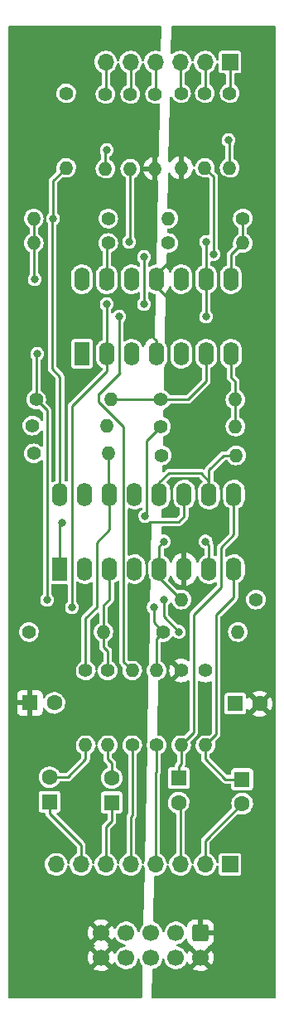
<source format=gtl>
%TF.GenerationSoftware,KiCad,Pcbnew,(6.0.1)*%
%TF.CreationDate,2022-11-29T07:34:21-05:00*%
%TF.ProjectId,ER-VCA2-01,45522d56-4341-4322-9d30-312e6b696361,2*%
%TF.SameCoordinates,Original*%
%TF.FileFunction,Copper,L1,Top*%
%TF.FilePolarity,Positive*%
%FSLAX46Y46*%
G04 Gerber Fmt 4.6, Leading zero omitted, Abs format (unit mm)*
G04 Created by KiCad (PCBNEW (6.0.1)) date 2022-11-29 07:34:21*
%MOMM*%
%LPD*%
G01*
G04 APERTURE LIST*
G04 Aperture macros list*
%AMRoundRect*
0 Rectangle with rounded corners*
0 $1 Rounding radius*
0 $2 $3 $4 $5 $6 $7 $8 $9 X,Y pos of 4 corners*
0 Add a 4 corners polygon primitive as box body*
4,1,4,$2,$3,$4,$5,$6,$7,$8,$9,$2,$3,0*
0 Add four circle primitives for the rounded corners*
1,1,$1+$1,$2,$3*
1,1,$1+$1,$4,$5*
1,1,$1+$1,$6,$7*
1,1,$1+$1,$8,$9*
0 Add four rect primitives between the rounded corners*
20,1,$1+$1,$2,$3,$4,$5,0*
20,1,$1+$1,$4,$5,$6,$7,0*
20,1,$1+$1,$6,$7,$8,$9,0*
20,1,$1+$1,$8,$9,$2,$3,0*%
G04 Aperture macros list end*
%TA.AperFunction,ComponentPad*%
%ADD10C,1.400000*%
%TD*%
%TA.AperFunction,ComponentPad*%
%ADD11O,1.400000X1.400000*%
%TD*%
%TA.AperFunction,ComponentPad*%
%ADD12R,1.600000X2.400000*%
%TD*%
%TA.AperFunction,ComponentPad*%
%ADD13O,1.600000X2.400000*%
%TD*%
%TA.AperFunction,ComponentPad*%
%ADD14R,1.600000X1.600000*%
%TD*%
%TA.AperFunction,ComponentPad*%
%ADD15C,1.600000*%
%TD*%
%TA.AperFunction,ComponentPad*%
%ADD16RoundRect,0.250000X-0.600000X0.600000X-0.600000X-0.600000X0.600000X-0.600000X0.600000X0.600000X0*%
%TD*%
%TA.AperFunction,ComponentPad*%
%ADD17C,1.700000*%
%TD*%
%TA.AperFunction,ComponentPad*%
%ADD18R,1.700000X1.700000*%
%TD*%
%TA.AperFunction,ComponentPad*%
%ADD19O,1.700000X1.700000*%
%TD*%
%TA.AperFunction,ViaPad*%
%ADD20C,0.800000*%
%TD*%
%TA.AperFunction,Conductor*%
%ADD21C,0.250000*%
%TD*%
G04 APERTURE END LIST*
D10*
%TO.P,R16,1*%
%TO.N,-12V*%
X33794000Y-75148000D03*
D11*
%TO.P,R16,2*%
%TO.N,/V1D*%
X41414000Y-75148000D03*
%TD*%
D12*
%TO.P,U1,1*%
%TO.N,/V1A*%
X38875000Y-67825000D03*
D13*
%TO.P,U1,2,-*%
%TO.N,/SUM1*%
X41415000Y-67825000D03*
%TO.P,U1,3,+*%
%TO.N,GND*%
X43955000Y-67825000D03*
%TO.P,U1,4,V+*%
%TO.N,+12V*%
X46495000Y-67825000D03*
%TO.P,U1,5,+*%
%TO.N,GND*%
X49035000Y-67825000D03*
%TO.P,U1,6,-*%
%TO.N,/V1B*%
X51575000Y-67825000D03*
%TO.P,U1,7*%
%TO.N,/V1C*%
X54115000Y-67825000D03*
%TO.P,U1,8*%
%TO.N,/V2A*%
X54115000Y-60205000D03*
%TO.P,U1,9,-*%
%TO.N,/SUM2*%
X51575000Y-60205000D03*
%TO.P,U1,10,+*%
%TO.N,GND*%
X49035000Y-60205000D03*
%TO.P,U1,11,V-*%
%TO.N,-12V*%
X46495000Y-60205000D03*
%TO.P,U1,12,+*%
%TO.N,GND*%
X43955000Y-60205000D03*
%TO.P,U1,13,-*%
%TO.N,/V2B*%
X41415000Y-60205000D03*
%TO.P,U1,14*%
%TO.N,/V2C*%
X38875000Y-60205000D03*
%TD*%
D12*
%TO.P,U2,1*%
%TO.N,/V1D*%
X36625000Y-89825000D03*
D13*
%TO.P,U2,2,DIODE_BIAS*%
%TO.N,unconnected-(U2-Pad2)*%
X39165000Y-89825000D03*
%TO.P,U2,3,+*%
%TO.N,Net-(R17-Pad2)*%
X41705000Y-89825000D03*
%TO.P,U2,4,-*%
%TO.N,GND*%
X44245000Y-89825000D03*
%TO.P,U2,5*%
%TO.N,Net-(U2-Pad5)*%
X46785000Y-89825000D03*
%TO.P,U2,6,V-*%
%TO.N,-12V*%
X49325000Y-89825000D03*
%TO.P,U2,7*%
%TO.N,Net-(U2-Pad5)*%
X51865000Y-89825000D03*
%TO.P,U2,8*%
%TO.N,Net-(C6-Pad1)*%
X54405000Y-89825000D03*
%TO.P,U2,9*%
%TO.N,Net-(C5-Pad1)*%
X54405000Y-82205000D03*
%TO.P,U2,10*%
%TO.N,Net-(U2-Pad10)*%
X51865000Y-82205000D03*
%TO.P,U2,11,V+*%
%TO.N,+12V*%
X49325000Y-82205000D03*
%TO.P,U2,12*%
%TO.N,Net-(U2-Pad10)*%
X46785000Y-82205000D03*
%TO.P,U2,13,-*%
%TO.N,GND*%
X44245000Y-82205000D03*
%TO.P,U2,14,+*%
%TO.N,Net-(R15-Pad2)*%
X41705000Y-82205000D03*
%TO.P,U2,15,DIODE_BIAS*%
%TO.N,unconnected-(U2-Pad15)*%
X39165000Y-82205000D03*
%TO.P,U2,16*%
%TO.N,Net-(R1-Pad2)*%
X36625000Y-82205000D03*
%TD*%
D10*
%TO.P,R1,1*%
%TO.N,-12V*%
X37249989Y-41190012D03*
D11*
%TO.P,R1,2*%
%TO.N,Net-(R1-Pad2)*%
X37249989Y-48810012D03*
%TD*%
D10*
%TO.P,R20,1*%
%TO.N,Net-(R17-Pad2)*%
X41499993Y-100189995D03*
D11*
%TO.P,R20,2*%
%TO.N,Net-(C4-Pad2)*%
X41499993Y-107809995D03*
%TD*%
D14*
%TO.P,C4,1*%
%TO.N,/IN1*%
X41910000Y-113665000D03*
D15*
%TO.P,C4,2*%
%TO.N,Net-(C4-Pad2)*%
X41910000Y-111165000D03*
%TD*%
D10*
%TO.P,R6,1*%
%TO.N,/POT1*%
X51435000Y-41190012D03*
D11*
%TO.P,R6,2*%
%TO.N,/SUM1*%
X51435000Y-48810012D03*
%TD*%
D10*
%TO.P,R17,1*%
%TO.N,GND*%
X33439989Y-96249998D03*
D11*
%TO.P,R17,2*%
%TO.N,Net-(R17-Pad2)*%
X41059989Y-96249998D03*
%TD*%
D10*
%TO.P,R3,1*%
%TO.N,/POT2*%
X43815000Y-41275000D03*
D11*
%TO.P,R3,2*%
%TO.N,/SUM2*%
X43815000Y-48895000D03*
%TD*%
D10*
%TO.P,R26,1*%
%TO.N,GND*%
X56653989Y-92928008D03*
D11*
%TO.P,R26,2*%
%TO.N,Net-(U2-Pad5)*%
X49033989Y-92928008D03*
%TD*%
D10*
%TO.P,R15,1*%
%TO.N,GND*%
X33939988Y-77999996D03*
D11*
%TO.P,R15,2*%
%TO.N,Net-(R15-Pad2)*%
X41559988Y-77999996D03*
%TD*%
D14*
%TO.P,C2,1*%
%TO.N,+12V*%
X33544888Y-103500000D03*
D15*
%TO.P,C2,2*%
%TO.N,GND*%
X36044888Y-103500000D03*
%TD*%
D14*
%TO.P,C3,1*%
%TO.N,/IN2*%
X35560000Y-113600113D03*
D15*
%TO.P,C3,2*%
%TO.N,Net-(C3-Pad2)*%
X35560000Y-111100113D03*
%TD*%
D10*
%TO.P,R10,1*%
%TO.N,/V2B*%
X41559988Y-56499989D03*
D11*
%TO.P,R10,2*%
%TO.N,/V2C*%
X33939988Y-56499989D03*
%TD*%
D10*
%TO.P,R13,1*%
%TO.N,/V1B*%
X46939987Y-72500007D03*
D11*
%TO.P,R13,2*%
%TO.N,/V1C*%
X54559987Y-72500007D03*
%TD*%
D10*
%TO.P,R22,1*%
%TO.N,/MOD1*%
X46500009Y-107809995D03*
D11*
%TO.P,R22,2*%
%TO.N,/SUM1*%
X46500009Y-100189995D03*
%TD*%
D10*
%TO.P,R9,1*%
%TO.N,/V2A*%
X55309999Y-53999994D03*
D11*
%TO.P,R9,2*%
%TO.N,/V2B*%
X47689999Y-53999994D03*
%TD*%
D10*
%TO.P,R2,1*%
%TO.N,/POT2_CCW*%
X41275000Y-41275000D03*
D11*
%TO.P,R2,2*%
%TO.N,-12V*%
X41275000Y-48895000D03*
%TD*%
D10*
%TO.P,R25,1*%
%TO.N,GND*%
X47002000Y-78196000D03*
D11*
%TO.P,R25,2*%
%TO.N,Net-(U2-Pad10)*%
X54622000Y-78196000D03*
%TD*%
D10*
%TO.P,R21,1*%
%TO.N,/MOD2*%
X43999988Y-107809995D03*
D11*
%TO.P,R21,2*%
%TO.N,/SUM2*%
X43999988Y-100189995D03*
%TD*%
D10*
%TO.P,R12,1*%
%TO.N,/V1A*%
X34190000Y-72500007D03*
D11*
%TO.P,R12,2*%
%TO.N,/V1B*%
X41810000Y-72500007D03*
%TD*%
D14*
%TO.P,C1,1*%
%TO.N,GND*%
X54544888Y-103569887D03*
D15*
%TO.P,C1,2*%
%TO.N,-12V*%
X57044888Y-103569887D03*
%TD*%
D10*
%TO.P,R4,1*%
%TO.N,/POT2_CW*%
X46355000Y-41275000D03*
D11*
%TO.P,R4,2*%
%TO.N,+12V*%
X46355000Y-48895000D03*
%TD*%
D14*
%TO.P,C5,1*%
%TO.N,Net-(C5-Pad1)*%
X48750000Y-111189888D03*
D15*
%TO.P,C5,2*%
%TO.N,/OUT2*%
X48750000Y-113689888D03*
%TD*%
D10*
%TO.P,R11,1*%
%TO.N,/SUM2*%
X47689999Y-56499989D03*
D11*
%TO.P,R11,2*%
%TO.N,/V2A*%
X55309999Y-56499989D03*
%TD*%
D10*
%TO.P,R19,1*%
%TO.N,Net-(R15-Pad2)*%
X39250010Y-100189995D03*
D11*
%TO.P,R19,2*%
%TO.N,Net-(C3-Pad2)*%
X39250010Y-107809995D03*
%TD*%
D10*
%TO.P,R18,1*%
%TO.N,/SUM1*%
X47190000Y-96249998D03*
D11*
%TO.P,R18,2*%
%TO.N,/V1A*%
X54810000Y-96249998D03*
%TD*%
D10*
%TO.P,R8,1*%
%TO.N,Net-(R1-Pad2)*%
X41559988Y-53999994D03*
D11*
%TO.P,R8,2*%
%TO.N,/V2C*%
X33939988Y-53999994D03*
%TD*%
D10*
%TO.P,R24,1*%
%TO.N,-12V*%
X51499999Y-100189995D03*
D11*
%TO.P,R24,2*%
%TO.N,Net-(C6-Pad1)*%
X51499999Y-107809995D03*
%TD*%
D10*
%TO.P,R5,1*%
%TO.N,/POT1_CCW*%
X49000004Y-41190012D03*
D11*
%TO.P,R5,2*%
%TO.N,-12V*%
X49000004Y-48810012D03*
%TD*%
D14*
%TO.P,C6,1*%
%TO.N,Net-(C6-Pad1)*%
X55250000Y-111294888D03*
D15*
%TO.P,C6,2*%
%TO.N,/OUT1*%
X55250000Y-113794888D03*
%TD*%
D10*
%TO.P,R7,1*%
%TO.N,/POT1_CW*%
X53975000Y-41190012D03*
D11*
%TO.P,R7,2*%
%TO.N,+12V*%
X53975000Y-48810012D03*
%TD*%
D16*
%TO.P,J2,1,Pin_1*%
%TO.N,-12V*%
X51000000Y-127000000D03*
D17*
%TO.P,J2,2,Pin_2*%
X51000000Y-129540000D03*
%TO.P,J2,3,Pin_3*%
%TO.N,GND*%
X48460000Y-127000000D03*
%TO.P,J2,4,Pin_4*%
X48460000Y-129540000D03*
%TO.P,J2,5,Pin_5*%
X45920000Y-127000000D03*
%TO.P,J2,6,Pin_6*%
X45920000Y-129540000D03*
%TO.P,J2,7,Pin_7*%
X43380000Y-127000000D03*
%TO.P,J2,8,Pin_8*%
X43380000Y-129540000D03*
%TO.P,J2,9,Pin_9*%
%TO.N,+12V*%
X40840000Y-127000000D03*
%TO.P,J2,10,Pin_10*%
X40840000Y-129540000D03*
%TD*%
D10*
%TO.P,R23,1*%
%TO.N,-12V*%
X49000004Y-100189995D03*
D11*
%TO.P,R23,2*%
%TO.N,Net-(C5-Pad1)*%
X49000004Y-107809995D03*
%TD*%
D10*
%TO.P,R14,1*%
%TO.N,/V1D*%
X46939987Y-75249989D03*
D11*
%TO.P,R14,2*%
%TO.N,/V1C*%
X54559987Y-75249989D03*
%TD*%
D18*
%TO.P,J3,1,Pin_1*%
%TO.N,GND*%
X54000000Y-120000000D03*
D19*
%TO.P,J3,2,Pin_2*%
%TO.N,/OUT1*%
X51460000Y-120000000D03*
%TO.P,J3,3,Pin_3*%
%TO.N,/OUT2*%
X48920000Y-120000000D03*
%TO.P,J3,4,Pin_4*%
%TO.N,/MOD1*%
X46380000Y-120000000D03*
%TO.P,J3,5,Pin_5*%
%TO.N,/MOD2*%
X43840000Y-120000000D03*
%TO.P,J3,6,Pin_6*%
%TO.N,/IN1*%
X41300000Y-120000000D03*
%TO.P,J3,7,Pin_7*%
%TO.N,/IN2*%
X38760000Y-120000000D03*
%TO.P,J3,8,Pin_8*%
%TO.N,GND*%
X36220000Y-120000000D03*
%TD*%
D18*
%TO.P,J1,1,Pin_1*%
%TO.N,/POT1_CW*%
X54000000Y-38000000D03*
D19*
%TO.P,J1,2,Pin_2*%
%TO.N,/POT1*%
X51460000Y-38000000D03*
%TO.P,J1,3,Pin_3*%
%TO.N,/POT1_CCW*%
X48920000Y-38000000D03*
%TO.P,J1,4,Pin_4*%
%TO.N,/POT2_CW*%
X46380000Y-38000000D03*
%TO.P,J1,5,Pin_5*%
%TO.N,/POT2*%
X43840000Y-38000000D03*
%TO.P,J1,6,Pin_6*%
%TO.N,/POT2_CCW*%
X41300000Y-38000000D03*
%TD*%
D20*
%TO.N,-12V*%
X48018000Y-73878000D03*
X49022000Y-46990000D03*
X41402000Y-46990000D03*
%TO.N,+12V*%
X53848000Y-45974000D03*
X46000000Y-46000000D03*
%TO.N,Net-(U2-Pad5)*%
X47250000Y-87000000D03*
X51500000Y-87000000D03*
%TO.N,/SUM1*%
X45212000Y-62738000D03*
X41402000Y-62738000D03*
X45212000Y-57912000D03*
X52299074Y-57650133D03*
X46204000Y-93726000D03*
X37846000Y-93726000D03*
%TO.N,/SUM2*%
X51562000Y-56388000D03*
X43688000Y-56388000D03*
X51562000Y-64008000D03*
X42672000Y-64008000D03*
%TO.N,/V1A*%
X34290000Y-67818000D03*
X35306000Y-92964000D03*
X48780000Y-96230000D03*
X47220000Y-92964000D03*
%TO.N,/V2C*%
X34036000Y-60198000D03*
%TO.N,/V1D*%
X45342841Y-84400732D03*
X36830000Y-85090000D03*
%TO.N,Net-(R1-Pad2)*%
X35916006Y-53999994D03*
%TD*%
D21*
%TO.N,-12V*%
X41275000Y-47117000D02*
X41402000Y-46990000D01*
X49022000Y-46990000D02*
X49022000Y-48788000D01*
X46495000Y-59677000D02*
X48006000Y-58166000D01*
X41275000Y-48895000D02*
X41275000Y-47117000D01*
X46495000Y-60995000D02*
X47750000Y-62250000D01*
%TO.N,+12V*%
X53975000Y-46101000D02*
X53975000Y-48810000D01*
X46495000Y-66495000D02*
X45500000Y-65500000D01*
X46355000Y-48895000D02*
X46355000Y-46355000D01*
X48750000Y-85000000D02*
X45750000Y-85000000D01*
X53848000Y-45974000D02*
X53975000Y-46101000D01*
X49325000Y-84425000D02*
X48750000Y-85000000D01*
X46355000Y-46355000D02*
X46000000Y-46000000D01*
X46495000Y-67825000D02*
X46495000Y-66495000D01*
X49325000Y-82205000D02*
X49325000Y-84425000D01*
%TO.N,/IN2*%
X38760000Y-120000000D02*
X38760000Y-118000000D01*
X35560000Y-114800000D02*
X35560000Y-113600113D01*
X38760000Y-118000000D02*
X35560000Y-114800000D01*
%TO.N,Net-(C3-Pad2)*%
X39250000Y-109250000D02*
X39250000Y-107810000D01*
X37399887Y-111100113D02*
X39250000Y-109250000D01*
X35560000Y-111100113D02*
X37399887Y-111100113D01*
%TO.N,/IN1*%
X41300000Y-120000000D02*
X41300000Y-116200000D01*
X41300000Y-116200000D02*
X41910000Y-115590000D01*
X41910000Y-113665000D02*
X41910000Y-115590000D01*
%TO.N,Net-(C4-Pad2)*%
X41500000Y-109250000D02*
X41500000Y-107810000D01*
X41910000Y-109660000D02*
X41500000Y-109250000D01*
X41910000Y-111165000D02*
X41910000Y-109660000D01*
%TO.N,Net-(C5-Pad1)*%
X48750000Y-110000000D02*
X49000000Y-109750000D01*
X53086000Y-91694000D02*
X50292000Y-94488000D01*
X54405000Y-82205000D02*
X54405000Y-86311000D01*
X53086000Y-87630000D02*
X53086000Y-91694000D01*
X50292000Y-106518000D02*
X49000000Y-107810000D01*
X49000000Y-109750000D02*
X49000000Y-107810000D01*
X54405000Y-86311000D02*
X53086000Y-87630000D01*
X48750000Y-111189888D02*
X48750000Y-110000000D01*
X50292000Y-94488000D02*
X50292000Y-106518000D01*
%TO.N,/OUT2*%
X48920000Y-120000000D02*
X48920000Y-113859888D01*
%TO.N,Net-(C6-Pad1)*%
X53544888Y-111294888D02*
X51500000Y-109250000D01*
X51500000Y-109250000D02*
X51500000Y-107810000D01*
X52600000Y-106710000D02*
X52600000Y-94500000D01*
X51500000Y-107810000D02*
X52600000Y-106710000D01*
X55250000Y-111294888D02*
X53544888Y-111294888D01*
X54405000Y-92695000D02*
X54405000Y-89825000D01*
X52600000Y-94500000D02*
X54405000Y-92695000D01*
%TO.N,/OUT1*%
X51460000Y-120000000D02*
X51460000Y-117584888D01*
X51460000Y-117584888D02*
X55250000Y-113794888D01*
%TO.N,/POT1_CW*%
X54000000Y-38000000D02*
X54000000Y-41165000D01*
%TO.N,/POT1_CCW*%
X48920000Y-38000000D02*
X48920000Y-41110000D01*
%TO.N,/POT2_CW*%
X46380000Y-38000000D02*
X46380000Y-41250000D01*
%TO.N,/POT2_CCW*%
X41300000Y-38000000D02*
X41300000Y-41250000D01*
%TO.N,/POT2*%
X43840000Y-38000000D02*
X43840000Y-41250000D01*
%TO.N,/MOD2*%
X44000000Y-115004000D02*
X43840000Y-115164000D01*
X43840000Y-115164000D02*
X43840000Y-120000000D01*
X44000000Y-107810000D02*
X44000000Y-115004000D01*
%TO.N,/POT1*%
X51460000Y-38000000D02*
X51460000Y-41165000D01*
%TO.N,/MOD1*%
X46380000Y-120000000D02*
X46380000Y-110628000D01*
X46500000Y-110508000D02*
X46500000Y-107810000D01*
X46380000Y-110628000D02*
X46500000Y-110508000D01*
%TO.N,Net-(U2-Pad5)*%
X46785000Y-89825000D02*
X46785000Y-87465000D01*
X51865000Y-87365000D02*
X51865000Y-89825000D01*
X51500000Y-87000000D02*
X51865000Y-87365000D01*
X46785000Y-90679000D02*
X49034000Y-92928000D01*
X46785000Y-87465000D02*
X47250000Y-87000000D01*
%TO.N,Net-(U2-Pad10)*%
X51865000Y-82205000D02*
X51865000Y-79683000D01*
X51054000Y-80010000D02*
X51865000Y-80821000D01*
X47752000Y-80010000D02*
X51054000Y-80010000D01*
X53352000Y-78196000D02*
X54622000Y-78196000D01*
X46785000Y-80977000D02*
X47752000Y-80010000D01*
X51865000Y-79683000D02*
X53352000Y-78196000D01*
X46785000Y-82205000D02*
X46785000Y-80977000D01*
%TO.N,/SUM1*%
X46500000Y-96940000D02*
X47190000Y-96250000D01*
X37846000Y-93726000D02*
X37846000Y-73152000D01*
X52299074Y-57650133D02*
X52299074Y-49674074D01*
X41415000Y-69583000D02*
X41415000Y-62751000D01*
X46500000Y-100190000D02*
X46500000Y-96940000D01*
X46204000Y-95263998D02*
X46204000Y-93726000D01*
X47190000Y-96249998D02*
X46204000Y-95263998D01*
X45212000Y-62738000D02*
X45212000Y-57912000D01*
X41415000Y-62751000D02*
X41402000Y-62738000D01*
X41415000Y-69583000D02*
X37846000Y-73152000D01*
X52299074Y-49674074D02*
X51435000Y-48810000D01*
%TO.N,/SUM2*%
X44000000Y-100190000D02*
X43120480Y-99310480D01*
X51562000Y-64008000D02*
X51575000Y-63995000D01*
X51575000Y-63995000D02*
X51575000Y-57675000D01*
X43120480Y-75259358D02*
X40600000Y-72738878D01*
X40680000Y-71842000D02*
X42800000Y-69722000D01*
X43815000Y-48895000D02*
X43815000Y-56261000D01*
X40600000Y-71842000D02*
X40680000Y-71842000D01*
X51562000Y-56388000D02*
X51562000Y-60192000D01*
X43120480Y-99310480D02*
X43120480Y-75259358D01*
X40600000Y-72738878D02*
X40600000Y-71842000D01*
X43815000Y-56261000D02*
X43688000Y-56388000D01*
X42672000Y-69850000D02*
X42672000Y-64008000D01*
%TO.N,/V2A*%
X54115000Y-57695000D02*
X55310000Y-56500000D01*
X54115000Y-60205000D02*
X54115000Y-57695000D01*
X55310000Y-54000000D02*
X55310000Y-56500000D01*
%TO.N,/V1A*%
X35306000Y-73616000D02*
X35306000Y-92964000D01*
X34290000Y-67818000D02*
X34190000Y-67918000D01*
X34190000Y-72500000D02*
X35306000Y-73616000D01*
X47220000Y-94670000D02*
X47220000Y-92964000D01*
X34190000Y-67918000D02*
X34190000Y-72500000D01*
X48780000Y-96230000D02*
X47220000Y-94670000D01*
%TO.N,/V2B*%
X41415000Y-60205000D02*
X41415000Y-56645000D01*
%TO.N,/V1B*%
X41810000Y-72500000D02*
X46940000Y-72500000D01*
X51575000Y-70625000D02*
X51575000Y-67825000D01*
X46940000Y-72500000D02*
X49700000Y-72500000D01*
X49700000Y-72500000D02*
X51575000Y-70625000D01*
%TO.N,/V2C*%
X34036000Y-60198000D02*
X33940000Y-60102000D01*
X33940000Y-54000000D02*
X33940000Y-56500000D01*
X33940000Y-60102000D02*
X33940000Y-56500000D01*
%TO.N,/V1C*%
X54560000Y-70660000D02*
X54115000Y-70215000D01*
X54115000Y-67825000D02*
X54115000Y-70215000D01*
X54560000Y-75250000D02*
X54560000Y-72500000D01*
X54560000Y-72500000D02*
X54560000Y-70660000D01*
%TO.N,/V1D*%
X45466000Y-84277573D02*
X45466000Y-76723976D01*
X45466000Y-76723976D02*
X46939987Y-75249989D01*
X45342841Y-84400732D02*
X45466000Y-84277573D01*
X36625000Y-85295000D02*
X36830000Y-85090000D01*
X36625000Y-89825000D02*
X36625000Y-85295000D01*
%TO.N,Net-(R1-Pad2)*%
X35916006Y-53999994D02*
X35916006Y-50143995D01*
X35916006Y-50143995D02*
X37249989Y-48810012D01*
X35814000Y-54102000D02*
X35916006Y-53999994D01*
X35814000Y-69342000D02*
X35814000Y-54102000D01*
X36625000Y-82205000D02*
X36625000Y-70153000D01*
X36625000Y-70153000D02*
X35814000Y-69342000D01*
%TO.N,Net-(R15-Pad2)*%
X39250000Y-94850000D02*
X40400000Y-93700000D01*
X40400000Y-87100000D02*
X41705000Y-85795000D01*
X39250000Y-100190000D02*
X39250000Y-94850000D01*
X41705000Y-85795000D02*
X41705000Y-82205000D01*
X41560000Y-78000000D02*
X41560000Y-82060000D01*
X40400000Y-93700000D02*
X40400000Y-87100000D01*
%TO.N,Net-(R17-Pad2)*%
X41060000Y-96250000D02*
X41060000Y-93560000D01*
X41500000Y-98200000D02*
X41500000Y-100190000D01*
X41060000Y-93560000D02*
X41705000Y-92915000D01*
X41060000Y-97760000D02*
X41500000Y-98200000D01*
X41060000Y-96250000D02*
X41060000Y-97760000D01*
X41705000Y-92915000D02*
X41705000Y-89825000D01*
%TD*%
%TA.AperFunction,Conductor*%
%TO.N,-12V*%
G36*
X58637321Y-34324802D02*
G01*
X58683814Y-34378458D01*
X58695200Y-34430800D01*
X58695200Y-133569200D01*
X58675198Y-133637321D01*
X58621542Y-133683814D01*
X58569200Y-133695200D01*
X46134641Y-133695200D01*
X46066520Y-133675198D01*
X46020027Y-133621542D01*
X46008666Y-133566680D01*
X46064138Y-130793096D01*
X46085498Y-130725389D01*
X46140073Y-130679979D01*
X46172032Y-130670920D01*
X46190855Y-130668191D01*
X46196319Y-130666336D01*
X46196324Y-130666335D01*
X46386448Y-130601796D01*
X46391916Y-130599940D01*
X46577172Y-130496192D01*
X46740420Y-130360420D01*
X46876192Y-130197172D01*
X46979940Y-130011916D01*
X47010565Y-129921699D01*
X47046335Y-129816324D01*
X47046336Y-129816319D01*
X47048191Y-129810855D01*
X47049019Y-129805146D01*
X47049020Y-129805141D01*
X47060334Y-129727105D01*
X47063287Y-129706738D01*
X47092857Y-129642193D01*
X47152628Y-129603881D01*
X47223625Y-129603965D01*
X47283305Y-129642420D01*
X47312722Y-129707036D01*
X47313565Y-129715147D01*
X47313658Y-129715733D01*
X47314036Y-129721503D01*
X47366301Y-129927299D01*
X47455195Y-130120124D01*
X47577740Y-130293521D01*
X47729832Y-130441683D01*
X47734628Y-130444888D01*
X47734631Y-130444890D01*
X47805886Y-130492501D01*
X47906377Y-130559647D01*
X47911685Y-130561928D01*
X47911686Y-130561928D01*
X48096160Y-130641184D01*
X48096163Y-130641185D01*
X48101463Y-130643462D01*
X48107092Y-130644736D01*
X48107093Y-130644736D01*
X48302921Y-130689048D01*
X48302924Y-130689048D01*
X48308557Y-130690323D01*
X48314328Y-130690550D01*
X48314330Y-130690550D01*
X48379086Y-130693094D01*
X48520723Y-130698659D01*
X48625789Y-130683425D01*
X48725141Y-130669020D01*
X48725146Y-130669019D01*
X48730855Y-130668191D01*
X48736319Y-130666336D01*
X48736324Y-130666335D01*
X48740690Y-130664853D01*
X50239977Y-130664853D01*
X50245258Y-130671907D01*
X50406756Y-130766279D01*
X50416042Y-130770729D01*
X50615001Y-130846703D01*
X50624899Y-130849579D01*
X50833595Y-130892038D01*
X50843823Y-130893257D01*
X51056650Y-130901062D01*
X51066936Y-130900595D01*
X51278185Y-130873534D01*
X51288262Y-130871392D01*
X51492255Y-130810191D01*
X51501842Y-130806433D01*
X51693098Y-130712738D01*
X51701944Y-130707465D01*
X51749247Y-130673723D01*
X51757648Y-130663023D01*
X51750660Y-130649870D01*
X51012812Y-129912022D01*
X50998868Y-129904408D01*
X50997035Y-129904539D01*
X50990420Y-129908790D01*
X50246737Y-130652473D01*
X50239977Y-130664853D01*
X48740690Y-130664853D01*
X48926448Y-130601796D01*
X48931916Y-130599940D01*
X49117172Y-130496192D01*
X49280420Y-130360420D01*
X49416192Y-130197172D01*
X49511243Y-130027447D01*
X49561978Y-129977786D01*
X49631510Y-129963438D01*
X49697760Y-129988960D01*
X49737919Y-130041610D01*
X49781770Y-130149603D01*
X49786413Y-130158794D01*
X49866460Y-130289420D01*
X49876916Y-130298880D01*
X49885694Y-130295096D01*
X50627978Y-129552812D01*
X50634356Y-129541132D01*
X51364408Y-129541132D01*
X51364539Y-129542965D01*
X51368790Y-129549580D01*
X52110474Y-130291264D01*
X52122484Y-130297823D01*
X52134223Y-130288855D01*
X52165004Y-130246019D01*
X52170315Y-130237180D01*
X52264670Y-130046267D01*
X52268469Y-130036672D01*
X52330376Y-129832915D01*
X52332555Y-129822834D01*
X52360590Y-129609887D01*
X52361109Y-129603212D01*
X52362572Y-129543364D01*
X52362378Y-129536646D01*
X52344781Y-129322604D01*
X52343096Y-129312424D01*
X52291214Y-129105875D01*
X52287894Y-129096124D01*
X52202972Y-128900814D01*
X52198105Y-128891739D01*
X52133063Y-128791197D01*
X52122377Y-128781995D01*
X52112812Y-128786398D01*
X51372022Y-129527188D01*
X51364408Y-129541132D01*
X50634356Y-129541132D01*
X50635592Y-129538868D01*
X50635461Y-129537035D01*
X50631210Y-129530420D01*
X49889849Y-128789059D01*
X49878313Y-128782759D01*
X49866031Y-128792382D01*
X49818089Y-128862662D01*
X49813004Y-128871613D01*
X49732628Y-129044769D01*
X49685804Y-129098136D01*
X49617560Y-129117717D01*
X49549565Y-129097293D01*
X49505334Y-129047448D01*
X49451829Y-128938951D01*
X49449275Y-128933772D01*
X49322233Y-128763642D01*
X49166315Y-128619513D01*
X48986742Y-128506211D01*
X48953068Y-128492776D01*
X48926096Y-128482015D01*
X48789529Y-128427530D01*
X48783861Y-128426403D01*
X48783859Y-128426402D01*
X48613567Y-128392529D01*
X48550657Y-128359622D01*
X48515525Y-128297927D01*
X48519325Y-128227032D01*
X48560851Y-128169446D01*
X48620066Y-128144255D01*
X48730855Y-128128191D01*
X48736319Y-128126336D01*
X48736324Y-128126335D01*
X48884240Y-128076124D01*
X48931916Y-128059940D01*
X49117172Y-127956192D01*
X49280420Y-127820420D01*
X49371904Y-127710423D01*
X49412496Y-127661616D01*
X49416192Y-127657172D01*
X49419014Y-127652133D01*
X49419069Y-127652053D01*
X49474139Y-127607245D01*
X49544692Y-127599323D01*
X49608329Y-127630802D01*
X49644844Y-127691689D01*
X49648233Y-127710423D01*
X49652256Y-127749205D01*
X49655149Y-127762600D01*
X49706588Y-127916784D01*
X49712761Y-127929962D01*
X49798063Y-128067807D01*
X49807099Y-128079208D01*
X49921829Y-128193739D01*
X49933240Y-128202751D01*
X50071243Y-128287816D01*
X50084424Y-128293963D01*
X50152256Y-128316462D01*
X50210615Y-128356893D01*
X50221502Y-128383100D01*
X50222650Y-128382472D01*
X50247968Y-128428758D01*
X50987188Y-129167978D01*
X51001132Y-129175592D01*
X51002965Y-129175461D01*
X51009580Y-129171210D01*
X51753389Y-128427401D01*
X51775934Y-128386115D01*
X51778318Y-128375155D01*
X51828520Y-128324953D01*
X51849029Y-128316017D01*
X51916784Y-128293412D01*
X51929962Y-128287239D01*
X52067807Y-128201937D01*
X52079208Y-128192901D01*
X52193739Y-128078171D01*
X52202751Y-128066760D01*
X52287816Y-127928757D01*
X52293963Y-127915576D01*
X52345138Y-127761290D01*
X52348005Y-127747914D01*
X52357672Y-127653562D01*
X52358000Y-127647145D01*
X52358000Y-127272115D01*
X52353525Y-127256876D01*
X52352135Y-127255671D01*
X52344452Y-127254000D01*
X50872000Y-127254000D01*
X50803879Y-127233998D01*
X50757386Y-127180342D01*
X50746000Y-127128000D01*
X50746000Y-126727885D01*
X51254000Y-126727885D01*
X51258475Y-126743124D01*
X51259865Y-126744329D01*
X51267548Y-126746000D01*
X52339884Y-126746000D01*
X52355123Y-126741525D01*
X52356328Y-126740135D01*
X52357999Y-126732452D01*
X52357999Y-126352905D01*
X52357662Y-126346386D01*
X52347743Y-126250794D01*
X52344851Y-126237400D01*
X52293412Y-126083216D01*
X52287239Y-126070038D01*
X52201937Y-125932193D01*
X52192901Y-125920792D01*
X52078171Y-125806261D01*
X52066760Y-125797249D01*
X51928757Y-125712184D01*
X51915576Y-125706037D01*
X51761290Y-125654862D01*
X51747914Y-125651995D01*
X51653562Y-125642328D01*
X51647145Y-125642000D01*
X51272115Y-125642000D01*
X51256876Y-125646475D01*
X51255671Y-125647865D01*
X51254000Y-125655548D01*
X51254000Y-126727885D01*
X50746000Y-126727885D01*
X50746000Y-125660116D01*
X50741525Y-125644877D01*
X50740135Y-125643672D01*
X50732452Y-125642001D01*
X50352905Y-125642001D01*
X50346386Y-125642338D01*
X50250794Y-125652257D01*
X50237400Y-125655149D01*
X50083216Y-125706588D01*
X50070038Y-125712761D01*
X49932193Y-125798063D01*
X49920792Y-125807099D01*
X49806261Y-125921829D01*
X49797249Y-125933240D01*
X49712184Y-126071243D01*
X49706037Y-126084424D01*
X49654862Y-126238710D01*
X49651995Y-126252086D01*
X49647710Y-126293906D01*
X49620869Y-126359634D01*
X49562754Y-126400416D01*
X49491816Y-126403304D01*
X49430578Y-126367383D01*
X49421408Y-126356453D01*
X49325686Y-126228266D01*
X49325685Y-126228265D01*
X49322233Y-126223642D01*
X49166315Y-126079513D01*
X48986742Y-125966211D01*
X48953068Y-125952776D01*
X48926096Y-125942015D01*
X48789529Y-125887530D01*
X48783861Y-125886403D01*
X48783859Y-125886402D01*
X48586946Y-125847234D01*
X48586944Y-125847234D01*
X48581279Y-125846107D01*
X48575504Y-125846031D01*
X48575500Y-125846031D01*
X48469283Y-125844641D01*
X48368968Y-125843328D01*
X48363271Y-125844307D01*
X48363270Y-125844307D01*
X48165395Y-125878308D01*
X48165392Y-125878309D01*
X48159705Y-125879286D01*
X47960500Y-125952776D01*
X47778023Y-126061339D01*
X47618385Y-126201337D01*
X47614818Y-126205862D01*
X47614813Y-126205867D01*
X47490507Y-126363549D01*
X47486933Y-126368083D01*
X47484245Y-126373192D01*
X47390759Y-126550880D01*
X47390757Y-126550885D01*
X47388070Y-126555992D01*
X47325105Y-126758771D01*
X47324426Y-126764510D01*
X47315690Y-126838321D01*
X47287820Y-126903619D01*
X47229072Y-126943483D01*
X47158097Y-126945258D01*
X47097430Y-126908379D01*
X47066333Y-126844555D01*
X47065092Y-126835041D01*
X47061350Y-126794315D01*
X47061349Y-126794312D01*
X47060821Y-126788561D01*
X47048818Y-126746000D01*
X47004754Y-126589764D01*
X47003186Y-126584204D01*
X46909275Y-126393772D01*
X46782233Y-126223642D01*
X46626315Y-126079513D01*
X46446742Y-125966211D01*
X46413068Y-125952776D01*
X46254895Y-125889671D01*
X46249529Y-125887530D01*
X46249947Y-125886483D01*
X46195234Y-125851143D01*
X46165890Y-125786495D01*
X46164673Y-125766331D01*
X46254403Y-121279864D01*
X46275762Y-121212158D01*
X46330337Y-121166748D01*
X46385323Y-121156482D01*
X46440723Y-121158659D01*
X46545789Y-121143425D01*
X46645141Y-121129020D01*
X46645146Y-121129019D01*
X46650855Y-121128191D01*
X46656319Y-121126336D01*
X46656324Y-121126335D01*
X46846448Y-121061796D01*
X46851916Y-121059940D01*
X47037172Y-120956192D01*
X47078944Y-120921451D01*
X47195982Y-120824111D01*
X47200420Y-120820420D01*
X47336192Y-120657172D01*
X47439940Y-120471916D01*
X47508191Y-120270855D01*
X47509019Y-120265146D01*
X47509020Y-120265141D01*
X47520334Y-120187105D01*
X47523287Y-120166738D01*
X47552857Y-120102193D01*
X47612628Y-120063881D01*
X47683625Y-120063965D01*
X47743305Y-120102420D01*
X47772722Y-120167036D01*
X47773565Y-120175147D01*
X47773658Y-120175733D01*
X47774036Y-120181503D01*
X47826301Y-120387299D01*
X47915195Y-120580124D01*
X48037740Y-120753521D01*
X48189832Y-120901683D01*
X48194628Y-120904888D01*
X48194631Y-120904890D01*
X48233136Y-120930618D01*
X48366377Y-121019647D01*
X48371685Y-121021928D01*
X48371686Y-121021928D01*
X48556160Y-121101184D01*
X48556163Y-121101185D01*
X48561463Y-121103462D01*
X48567092Y-121104736D01*
X48567093Y-121104736D01*
X48762921Y-121149048D01*
X48762924Y-121149048D01*
X48768557Y-121150323D01*
X48774328Y-121150550D01*
X48774330Y-121150550D01*
X48839086Y-121153094D01*
X48980723Y-121158659D01*
X49085789Y-121143425D01*
X49185141Y-121129020D01*
X49185146Y-121129019D01*
X49190855Y-121128191D01*
X49196319Y-121126336D01*
X49196324Y-121126335D01*
X49386448Y-121061796D01*
X49391916Y-121059940D01*
X49577172Y-120956192D01*
X49618944Y-120921451D01*
X49735982Y-120824111D01*
X49740420Y-120820420D01*
X49876192Y-120657172D01*
X49979940Y-120471916D01*
X50048191Y-120270855D01*
X50049019Y-120265146D01*
X50049020Y-120265141D01*
X50060334Y-120187105D01*
X50063287Y-120166738D01*
X50092857Y-120102193D01*
X50152628Y-120063881D01*
X50223625Y-120063965D01*
X50283305Y-120102420D01*
X50312722Y-120167036D01*
X50313565Y-120175147D01*
X50313658Y-120175733D01*
X50314036Y-120181503D01*
X50366301Y-120387299D01*
X50455195Y-120580124D01*
X50577740Y-120753521D01*
X50729832Y-120901683D01*
X50734628Y-120904888D01*
X50734631Y-120904890D01*
X50773136Y-120930618D01*
X50906377Y-121019647D01*
X50911685Y-121021928D01*
X50911686Y-121021928D01*
X51096160Y-121101184D01*
X51096163Y-121101185D01*
X51101463Y-121103462D01*
X51107092Y-121104736D01*
X51107093Y-121104736D01*
X51302921Y-121149048D01*
X51302924Y-121149048D01*
X51308557Y-121150323D01*
X51314328Y-121150550D01*
X51314330Y-121150550D01*
X51379086Y-121153094D01*
X51520723Y-121158659D01*
X51625789Y-121143425D01*
X51725141Y-121129020D01*
X51725146Y-121129019D01*
X51730855Y-121128191D01*
X51736319Y-121126336D01*
X51736324Y-121126335D01*
X51926448Y-121061796D01*
X51931916Y-121059940D01*
X52117172Y-120956192D01*
X52158944Y-120921451D01*
X52275982Y-120824111D01*
X52280420Y-120820420D01*
X52416192Y-120657172D01*
X52519940Y-120471916D01*
X52588191Y-120270855D01*
X52589019Y-120265146D01*
X52589020Y-120265141D01*
X52594004Y-120230764D01*
X52623574Y-120166218D01*
X52683346Y-120127906D01*
X52754342Y-120127990D01*
X52814023Y-120166445D01*
X52843439Y-120231061D01*
X52844700Y-120248844D01*
X52844700Y-120895358D01*
X52845834Y-120904890D01*
X52846685Y-120912040D01*
X52847867Y-120921978D01*
X52894036Y-121025919D01*
X52925292Y-121057120D01*
X52966295Y-121098052D01*
X52966297Y-121098053D01*
X52974528Y-121106270D01*
X53078549Y-121152258D01*
X53104642Y-121155300D01*
X54895358Y-121155300D01*
X54906252Y-121154004D01*
X54912593Y-121153250D01*
X54912596Y-121153249D01*
X54921978Y-121152133D01*
X55025919Y-121105964D01*
X55071862Y-121059940D01*
X55098052Y-121033705D01*
X55098053Y-121033703D01*
X55106270Y-121025472D01*
X55152258Y-120921451D01*
X55155300Y-120895358D01*
X55155300Y-119104642D01*
X55154004Y-119093748D01*
X55153250Y-119087407D01*
X55153249Y-119087404D01*
X55152133Y-119078022D01*
X55105964Y-118974081D01*
X55059048Y-118927247D01*
X55033705Y-118901948D01*
X55033703Y-118901947D01*
X55025472Y-118893730D01*
X54921451Y-118847742D01*
X54895358Y-118844700D01*
X53104642Y-118844700D01*
X53093748Y-118845996D01*
X53087407Y-118846750D01*
X53087404Y-118846751D01*
X53078022Y-118847867D01*
X52974081Y-118894036D01*
X52952598Y-118915557D01*
X52901948Y-118966295D01*
X52901947Y-118966297D01*
X52893730Y-118974528D01*
X52847742Y-119078549D01*
X52844700Y-119104642D01*
X52844700Y-119742339D01*
X52824698Y-119810460D01*
X52771042Y-119856953D01*
X52700768Y-119867057D01*
X52636188Y-119837563D01*
X52597431Y-119776541D01*
X52544754Y-119589764D01*
X52543186Y-119584204D01*
X52449275Y-119393772D01*
X52322233Y-119223642D01*
X52197462Y-119108305D01*
X52170555Y-119083432D01*
X52170552Y-119083430D01*
X52166315Y-119079513D01*
X51986742Y-118966211D01*
X51969611Y-118959376D01*
X51913752Y-118915557D01*
X51890300Y-118842346D01*
X51890300Y-117815314D01*
X51910302Y-117747193D01*
X51927205Y-117726219D01*
X54774193Y-114879231D01*
X54836505Y-114845205D01*
X54902072Y-114848485D01*
X54906980Y-114850594D01*
X54912609Y-114851868D01*
X54912613Y-114851869D01*
X55099474Y-114894151D01*
X55099479Y-114894152D01*
X55105111Y-114895426D01*
X55110882Y-114895653D01*
X55110884Y-114895653D01*
X55169801Y-114897968D01*
X55308095Y-114903402D01*
X55426121Y-114886289D01*
X55503411Y-114875083D01*
X55503415Y-114875082D01*
X55509133Y-114874253D01*
X55514605Y-114872395D01*
X55514607Y-114872395D01*
X55696028Y-114810810D01*
X55696030Y-114810809D01*
X55701492Y-114808955D01*
X55878731Y-114709697D01*
X56034913Y-114579801D01*
X56103961Y-114496780D01*
X56161118Y-114428057D01*
X56164809Y-114423619D01*
X56264067Y-114246380D01*
X56301565Y-114135916D01*
X56327507Y-114059495D01*
X56327507Y-114059493D01*
X56329365Y-114054021D01*
X56358514Y-113852983D01*
X56360035Y-113794888D01*
X56341447Y-113592600D01*
X56286307Y-113397087D01*
X56196460Y-113214896D01*
X56074917Y-113052130D01*
X56056732Y-113035320D01*
X55929986Y-112918157D01*
X55929983Y-112918155D01*
X55925746Y-112914238D01*
X55879207Y-112884874D01*
X55758829Y-112808921D01*
X55758824Y-112808919D01*
X55753945Y-112805840D01*
X55565267Y-112730565D01*
X55366030Y-112690934D01*
X55360255Y-112690858D01*
X55360251Y-112690858D01*
X55258762Y-112689530D01*
X55162908Y-112688275D01*
X55157211Y-112689254D01*
X55157210Y-112689254D01*
X55071854Y-112703921D01*
X54962702Y-112722677D01*
X54772118Y-112792987D01*
X54597538Y-112896851D01*
X54444809Y-113030790D01*
X54319046Y-113190320D01*
X54316357Y-113195431D01*
X54316355Y-113195434D01*
X54306116Y-113214896D01*
X54224461Y-113370096D01*
X54164222Y-113564099D01*
X54140345Y-113765831D01*
X54153631Y-113968536D01*
X54197529Y-114141380D01*
X54199627Y-114149642D01*
X54197009Y-114220590D01*
X54166599Y-114269753D01*
X51179081Y-117257271D01*
X51167992Y-117267126D01*
X51142782Y-117287000D01*
X51110930Y-117333085D01*
X51108666Y-117336253D01*
X51075420Y-117381264D01*
X51073135Y-117387771D01*
X51069214Y-117393444D01*
X51066374Y-117402425D01*
X51052344Y-117446788D01*
X51051090Y-117450545D01*
X51035670Y-117494455D01*
X51035669Y-117494459D01*
X51032548Y-117503347D01*
X51032277Y-117510240D01*
X51030198Y-117516814D01*
X51029700Y-117523141D01*
X51029700Y-117573355D01*
X51029603Y-117578302D01*
X51027468Y-117632640D01*
X51029285Y-117639493D01*
X51029700Y-117647033D01*
X51029700Y-118840855D01*
X51009698Y-118908976D01*
X50960326Y-118952483D01*
X50960500Y-118952776D01*
X50778023Y-119061339D01*
X50618385Y-119201337D01*
X50614818Y-119205862D01*
X50614813Y-119205867D01*
X50490507Y-119363549D01*
X50486933Y-119368083D01*
X50484245Y-119373192D01*
X50390759Y-119550880D01*
X50390757Y-119550885D01*
X50388070Y-119555992D01*
X50325105Y-119758771D01*
X50316078Y-119835041D01*
X50315690Y-119838321D01*
X50287820Y-119903619D01*
X50229072Y-119943483D01*
X50158097Y-119945258D01*
X50097430Y-119908379D01*
X50066333Y-119844555D01*
X50065092Y-119835041D01*
X50061350Y-119794315D01*
X50061349Y-119794312D01*
X50060821Y-119788561D01*
X50003186Y-119584204D01*
X49909275Y-119393772D01*
X49782233Y-119223642D01*
X49657462Y-119108305D01*
X49630555Y-119083432D01*
X49630552Y-119083430D01*
X49626315Y-119079513D01*
X49446742Y-118966211D01*
X49429611Y-118959376D01*
X49373752Y-118915557D01*
X49350300Y-118842346D01*
X49350300Y-114687433D01*
X49370302Y-114619312D01*
X49395730Y-114590559D01*
X49530481Y-114478487D01*
X49534913Y-114474801D01*
X49664809Y-114318619D01*
X49764067Y-114141380D01*
X49820839Y-113974137D01*
X49827507Y-113954495D01*
X49827507Y-113954493D01*
X49829365Y-113949021D01*
X49858514Y-113747983D01*
X49860035Y-113689888D01*
X49841447Y-113487600D01*
X49786307Y-113292087D01*
X49696460Y-113109896D01*
X49574917Y-112947130D01*
X49556732Y-112930320D01*
X49429986Y-112813157D01*
X49429983Y-112813155D01*
X49425746Y-112809238D01*
X49379207Y-112779874D01*
X49258829Y-112703921D01*
X49258824Y-112703919D01*
X49253945Y-112700840D01*
X49065267Y-112625565D01*
X48866030Y-112585934D01*
X48860255Y-112585858D01*
X48860251Y-112585858D01*
X48758762Y-112584530D01*
X48662908Y-112583275D01*
X48657211Y-112584254D01*
X48657210Y-112584254D01*
X48468399Y-112616698D01*
X48462702Y-112617677D01*
X48272118Y-112687987D01*
X48097538Y-112791851D01*
X47944809Y-112925790D01*
X47819046Y-113085320D01*
X47816357Y-113090431D01*
X47816355Y-113090434D01*
X47806116Y-113109896D01*
X47724461Y-113265096D01*
X47664222Y-113459099D01*
X47640345Y-113660831D01*
X47653631Y-113863536D01*
X47655052Y-113869132D01*
X47655053Y-113869137D01*
X47676732Y-113954495D01*
X47703635Y-114060425D01*
X47788681Y-114244905D01*
X47905923Y-114410798D01*
X48051432Y-114552547D01*
X48056228Y-114555752D01*
X48056231Y-114555754D01*
X48153309Y-114620619D01*
X48220337Y-114665406D01*
X48225640Y-114667684D01*
X48225643Y-114667686D01*
X48271606Y-114687433D01*
X48403026Y-114743895D01*
X48403027Y-114743896D01*
X48406980Y-114745594D01*
X48406646Y-114746370D01*
X48461238Y-114783696D01*
X48488878Y-114849091D01*
X48489700Y-114863460D01*
X48489700Y-118840855D01*
X48469698Y-118908976D01*
X48420326Y-118952483D01*
X48420500Y-118952776D01*
X48238023Y-119061339D01*
X48078385Y-119201337D01*
X48074818Y-119205862D01*
X48074813Y-119205867D01*
X47950507Y-119363549D01*
X47946933Y-119368083D01*
X47944245Y-119373192D01*
X47850759Y-119550880D01*
X47850757Y-119550885D01*
X47848070Y-119555992D01*
X47785105Y-119758771D01*
X47776078Y-119835041D01*
X47775690Y-119838321D01*
X47747820Y-119903619D01*
X47689072Y-119943483D01*
X47618097Y-119945258D01*
X47557430Y-119908379D01*
X47526333Y-119844555D01*
X47525092Y-119835041D01*
X47521350Y-119794315D01*
X47521349Y-119794312D01*
X47520821Y-119788561D01*
X47463186Y-119584204D01*
X47369275Y-119393772D01*
X47242233Y-119223642D01*
X47117462Y-119108305D01*
X47090555Y-119083432D01*
X47090552Y-119083430D01*
X47086315Y-119079513D01*
X46906742Y-118966211D01*
X46889611Y-118959376D01*
X46833752Y-118915557D01*
X46810300Y-118842346D01*
X46810300Y-112035246D01*
X47644700Y-112035246D01*
X47645996Y-112046140D01*
X47646685Y-112051928D01*
X47647867Y-112061866D01*
X47694036Y-112165807D01*
X47734186Y-112205886D01*
X47766295Y-112237940D01*
X47766297Y-112237941D01*
X47774528Y-112246158D01*
X47878549Y-112292146D01*
X47904642Y-112295188D01*
X49595358Y-112295188D01*
X49606252Y-112293892D01*
X49612593Y-112293138D01*
X49612596Y-112293137D01*
X49621978Y-112292021D01*
X49725919Y-112245852D01*
X49796643Y-112175004D01*
X49798052Y-112173593D01*
X49798053Y-112173591D01*
X49806270Y-112165360D01*
X49852258Y-112061339D01*
X49855300Y-112035246D01*
X49855300Y-110344530D01*
X49853578Y-110330056D01*
X49853250Y-110327295D01*
X49853249Y-110327292D01*
X49852133Y-110317910D01*
X49805964Y-110213969D01*
X49765814Y-110173890D01*
X49733705Y-110141836D01*
X49733703Y-110141835D01*
X49725472Y-110133618D01*
X49621451Y-110087630D01*
X49595358Y-110084588D01*
X49517515Y-110084588D01*
X49449394Y-110064586D01*
X49402901Y-110010930D01*
X49392797Y-109940656D01*
X49397378Y-109920601D01*
X49407672Y-109888049D01*
X49408911Y-109884338D01*
X49424330Y-109840429D01*
X49424330Y-109840428D01*
X49427451Y-109831541D01*
X49427722Y-109824652D01*
X49429802Y-109818074D01*
X49430300Y-109811747D01*
X49430300Y-109761525D01*
X49430397Y-109756577D01*
X49432162Y-109711657D01*
X49432532Y-109702249D01*
X49430715Y-109695396D01*
X49430300Y-109687856D01*
X49430300Y-108796479D01*
X49450302Y-108728358D01*
X49499490Y-108684013D01*
X49535776Y-108665684D01*
X49535778Y-108665683D01*
X49541277Y-108662905D01*
X49696633Y-108541527D01*
X49825454Y-108392286D01*
X49868670Y-108316213D01*
X49919789Y-108226229D01*
X49919791Y-108226224D01*
X49922835Y-108220866D01*
X49985065Y-108033795D01*
X50009774Y-107838200D01*
X50010168Y-107809995D01*
X49990930Y-107613786D01*
X49984986Y-107594099D01*
X49969550Y-107542972D01*
X49969009Y-107471977D01*
X50001077Y-107417459D01*
X50572919Y-106845617D01*
X50584008Y-106835762D01*
X50601103Y-106822285D01*
X50609218Y-106815888D01*
X50641070Y-106769803D01*
X50643338Y-106766630D01*
X50670982Y-106729203D01*
X50676580Y-106721624D01*
X50678865Y-106715117D01*
X50682786Y-106709444D01*
X50699656Y-106656100D01*
X50700910Y-106652343D01*
X50716330Y-106608433D01*
X50716331Y-106608429D01*
X50719452Y-106599541D01*
X50719723Y-106592648D01*
X50721802Y-106586074D01*
X50722300Y-106579747D01*
X50722300Y-106529533D01*
X50722397Y-106524586D01*
X50724162Y-106479657D01*
X50724532Y-106470248D01*
X50722715Y-106463395D01*
X50722300Y-106455855D01*
X50722300Y-101358009D01*
X50742302Y-101289888D01*
X50795958Y-101243395D01*
X50866232Y-101233291D01*
X50901549Y-101243814D01*
X51080276Y-101327154D01*
X51090570Y-101330902D01*
X51284121Y-101382764D01*
X51294908Y-101384666D01*
X51494524Y-101402130D01*
X51505474Y-101402130D01*
X51705090Y-101384666D01*
X51715877Y-101382764D01*
X51909428Y-101330902D01*
X51919717Y-101327156D01*
X51990450Y-101294173D01*
X52060642Y-101283512D01*
X52125454Y-101312492D01*
X52164311Y-101371912D01*
X52169700Y-101408368D01*
X52169700Y-106479574D01*
X52149698Y-106547695D01*
X52132795Y-106568669D01*
X51892700Y-106808764D01*
X51830388Y-106842790D01*
X51766346Y-106840034D01*
X51709006Y-106822284D01*
X51708999Y-106822283D01*
X51703121Y-106820463D01*
X51697003Y-106819820D01*
X51696998Y-106819819D01*
X51513180Y-106800500D01*
X51513178Y-106800500D01*
X51507051Y-106799856D01*
X51424585Y-106807361D01*
X51316852Y-106817165D01*
X51316849Y-106817166D01*
X51310713Y-106817724D01*
X51304807Y-106819462D01*
X51304803Y-106819463D01*
X51207503Y-106848100D01*
X51121585Y-106873387D01*
X50946870Y-106964726D01*
X50942070Y-106968586D01*
X50942069Y-106968586D01*
X50908459Y-106995609D01*
X50793224Y-107088260D01*
X50666499Y-107239286D01*
X50663535Y-107244678D01*
X50663532Y-107244682D01*
X50586361Y-107385058D01*
X50571522Y-107412049D01*
X50569661Y-107417916D01*
X50569660Y-107417918D01*
X50529991Y-107542972D01*
X50511910Y-107599970D01*
X50489933Y-107795891D01*
X50506431Y-107992349D01*
X50560772Y-108181861D01*
X50563591Y-108187346D01*
X50648071Y-108351727D01*
X50648074Y-108351732D01*
X50650889Y-108357209D01*
X50773348Y-108511714D01*
X50923485Y-108639490D01*
X51005171Y-108685143D01*
X51054876Y-108735835D01*
X51069700Y-108795130D01*
X51069700Y-109216982D01*
X51068827Y-109231790D01*
X51065054Y-109263668D01*
X51066746Y-109272932D01*
X51066746Y-109272933D01*
X51075111Y-109318733D01*
X51075761Y-109322637D01*
X51084077Y-109377955D01*
X51087062Y-109384171D01*
X51088301Y-109390956D01*
X51092643Y-109399314D01*
X51114100Y-109440619D01*
X51115869Y-109444159D01*
X51140088Y-109494596D01*
X51144771Y-109499662D01*
X51147949Y-109505780D01*
X51152070Y-109510606D01*
X51187572Y-109546108D01*
X51191001Y-109549674D01*
X51227919Y-109589612D01*
X51234052Y-109593175D01*
X51239677Y-109598213D01*
X53217271Y-111575807D01*
X53227126Y-111586896D01*
X53247000Y-111612106D01*
X53293085Y-111643958D01*
X53296253Y-111646222D01*
X53341264Y-111679468D01*
X53347771Y-111681753D01*
X53353444Y-111685674D01*
X53362426Y-111688515D01*
X53362427Y-111688515D01*
X53406797Y-111702547D01*
X53410550Y-111703799D01*
X53454459Y-111719218D01*
X53463347Y-111722339D01*
X53470236Y-111722610D01*
X53476814Y-111724690D01*
X53483141Y-111725188D01*
X53533363Y-111725188D01*
X53538312Y-111725285D01*
X53592639Y-111727420D01*
X53599492Y-111725603D01*
X53607032Y-111725188D01*
X54018700Y-111725188D01*
X54086821Y-111745190D01*
X54133314Y-111798846D01*
X54144700Y-111851188D01*
X54144700Y-112140246D01*
X54145996Y-112151140D01*
X54146685Y-112156928D01*
X54147867Y-112166866D01*
X54194036Y-112270807D01*
X54218019Y-112294748D01*
X54266295Y-112342940D01*
X54266297Y-112342941D01*
X54274528Y-112351158D01*
X54378549Y-112397146D01*
X54404642Y-112400188D01*
X56095358Y-112400188D01*
X56106252Y-112398892D01*
X56112593Y-112398138D01*
X56112596Y-112398137D01*
X56121978Y-112397021D01*
X56225919Y-112350852D01*
X56265998Y-112310702D01*
X56298052Y-112278593D01*
X56298053Y-112278591D01*
X56306270Y-112270360D01*
X56352258Y-112166339D01*
X56355300Y-112140246D01*
X56355300Y-110449530D01*
X56354004Y-110438636D01*
X56353250Y-110432295D01*
X56353249Y-110432292D01*
X56352133Y-110422910D01*
X56305964Y-110318969D01*
X56265814Y-110278890D01*
X56233705Y-110246836D01*
X56233703Y-110246835D01*
X56225472Y-110238618D01*
X56121451Y-110192630D01*
X56095358Y-110189588D01*
X54404642Y-110189588D01*
X54393748Y-110190884D01*
X54387407Y-110191638D01*
X54387404Y-110191639D01*
X54378022Y-110192755D01*
X54274081Y-110238924D01*
X54234002Y-110279074D01*
X54201948Y-110311183D01*
X54201947Y-110311185D01*
X54193730Y-110319416D01*
X54147742Y-110423437D01*
X54144700Y-110449530D01*
X54144700Y-110738588D01*
X54124698Y-110806709D01*
X54071042Y-110853202D01*
X54018700Y-110864588D01*
X53775315Y-110864588D01*
X53707194Y-110844586D01*
X53686220Y-110827683D01*
X51967205Y-109108669D01*
X51933180Y-109046357D01*
X51930300Y-109019574D01*
X51930300Y-108796477D01*
X51950302Y-108728356D01*
X51999490Y-108684011D01*
X52035772Y-108665684D01*
X52035778Y-108665680D01*
X52041272Y-108662905D01*
X52046129Y-108659111D01*
X52096217Y-108619977D01*
X52196628Y-108541527D01*
X52325449Y-108392286D01*
X52368665Y-108316213D01*
X52419784Y-108226229D01*
X52419786Y-108226224D01*
X52422830Y-108220866D01*
X52485060Y-108033795D01*
X52509769Y-107838200D01*
X52510163Y-107809995D01*
X52490925Y-107613786D01*
X52469546Y-107542977D01*
X52469005Y-107471982D01*
X52501073Y-107417463D01*
X52880919Y-107037617D01*
X52892008Y-107027762D01*
X52909821Y-107013719D01*
X52917218Y-107007888D01*
X52949070Y-106961803D01*
X52951338Y-106958630D01*
X52978982Y-106921203D01*
X52984580Y-106913624D01*
X52986865Y-106907117D01*
X52990786Y-106901444D01*
X53007656Y-106848100D01*
X53008910Y-106844343D01*
X53024330Y-106800433D01*
X53024331Y-106800429D01*
X53027452Y-106791541D01*
X53027723Y-106784648D01*
X53029802Y-106778074D01*
X53030300Y-106771747D01*
X53030300Y-106721533D01*
X53030397Y-106716586D01*
X53032162Y-106671657D01*
X53032532Y-106662248D01*
X53030715Y-106655395D01*
X53030300Y-106647855D01*
X53030300Y-104415245D01*
X53439588Y-104415245D01*
X53440884Y-104426139D01*
X53441573Y-104431927D01*
X53442755Y-104441865D01*
X53488924Y-104545806D01*
X53529074Y-104585885D01*
X53561183Y-104617939D01*
X53561185Y-104617940D01*
X53569416Y-104626157D01*
X53673437Y-104672145D01*
X53699530Y-104675187D01*
X55390246Y-104675187D01*
X55401140Y-104673891D01*
X55407481Y-104673137D01*
X55407484Y-104673136D01*
X55416866Y-104672020D01*
X55453047Y-104655949D01*
X56323381Y-104655949D01*
X56332677Y-104667964D01*
X56383882Y-104703818D01*
X56393377Y-104709301D01*
X56590835Y-104801377D01*
X56601127Y-104805123D01*
X56811576Y-104861512D01*
X56822369Y-104863415D01*
X57039413Y-104882404D01*
X57050363Y-104882404D01*
X57267407Y-104863415D01*
X57278200Y-104861512D01*
X57488649Y-104805123D01*
X57498941Y-104801377D01*
X57696399Y-104709301D01*
X57705894Y-104703818D01*
X57757936Y-104667378D01*
X57766312Y-104656899D01*
X57759244Y-104643453D01*
X57057700Y-103941909D01*
X57043756Y-103934295D01*
X57041923Y-103934426D01*
X57035308Y-103938677D01*
X56329811Y-104644174D01*
X56323381Y-104655949D01*
X55453047Y-104655949D01*
X55520807Y-104625851D01*
X55560886Y-104585701D01*
X55592940Y-104553592D01*
X55592941Y-104553590D01*
X55601158Y-104545359D01*
X55647146Y-104441338D01*
X55650188Y-104415245D01*
X55650188Y-104242284D01*
X55670190Y-104174163D01*
X55723846Y-104127670D01*
X55794120Y-104117566D01*
X55858700Y-104147060D01*
X55890383Y-104189034D01*
X55905474Y-104221398D01*
X55910957Y-104230893D01*
X55947397Y-104282935D01*
X55957876Y-104291311D01*
X55971322Y-104284243D01*
X56672866Y-103582699D01*
X56679244Y-103571019D01*
X57409296Y-103571019D01*
X57409427Y-103572852D01*
X57413678Y-103579467D01*
X58119175Y-104284964D01*
X58130950Y-104291394D01*
X58142965Y-104282098D01*
X58178819Y-104230893D01*
X58184302Y-104221398D01*
X58276378Y-104023940D01*
X58280124Y-104013648D01*
X58336513Y-103803199D01*
X58338416Y-103792406D01*
X58357405Y-103575362D01*
X58357405Y-103564412D01*
X58338416Y-103347368D01*
X58336513Y-103336575D01*
X58280124Y-103126126D01*
X58276378Y-103115834D01*
X58184302Y-102918376D01*
X58178819Y-102908881D01*
X58142379Y-102856839D01*
X58131900Y-102848463D01*
X58118454Y-102855531D01*
X57416910Y-103557075D01*
X57409296Y-103571019D01*
X56679244Y-103571019D01*
X56680480Y-103568755D01*
X56680349Y-103566922D01*
X56676098Y-103560307D01*
X55970601Y-102854810D01*
X55958826Y-102848380D01*
X55946811Y-102857676D01*
X55910957Y-102908881D01*
X55905474Y-102918376D01*
X55890383Y-102950740D01*
X55843466Y-103004025D01*
X55775189Y-103023486D01*
X55707229Y-103002944D01*
X55661163Y-102948922D01*
X55650188Y-102897490D01*
X55650188Y-102724529D01*
X55648892Y-102713635D01*
X55648138Y-102707294D01*
X55648137Y-102707291D01*
X55647021Y-102697909D01*
X55600852Y-102593968D01*
X55560702Y-102553889D01*
X55528593Y-102521835D01*
X55528591Y-102521834D01*
X55520360Y-102513617D01*
X55450824Y-102482875D01*
X56323464Y-102482875D01*
X56330532Y-102496321D01*
X57032076Y-103197865D01*
X57046020Y-103205479D01*
X57047853Y-103205348D01*
X57054468Y-103201097D01*
X57759965Y-102495600D01*
X57766395Y-102483825D01*
X57757099Y-102471810D01*
X57705894Y-102435956D01*
X57696399Y-102430473D01*
X57498941Y-102338397D01*
X57488649Y-102334651D01*
X57278200Y-102278262D01*
X57267407Y-102276359D01*
X57050363Y-102257370D01*
X57039413Y-102257370D01*
X56822369Y-102276359D01*
X56811576Y-102278262D01*
X56601127Y-102334651D01*
X56590835Y-102338397D01*
X56393377Y-102430473D01*
X56383882Y-102435956D01*
X56331840Y-102472396D01*
X56323464Y-102482875D01*
X55450824Y-102482875D01*
X55416339Y-102467629D01*
X55390246Y-102464587D01*
X53699530Y-102464587D01*
X53688636Y-102465883D01*
X53682295Y-102466637D01*
X53682292Y-102466638D01*
X53672910Y-102467754D01*
X53568969Y-102513923D01*
X53528890Y-102554073D01*
X53496836Y-102586182D01*
X53496835Y-102586184D01*
X53488618Y-102594415D01*
X53442630Y-102698436D01*
X53439588Y-102724529D01*
X53439588Y-104415245D01*
X53030300Y-104415245D01*
X53030300Y-96235894D01*
X53799934Y-96235894D01*
X53801414Y-96253521D01*
X53815474Y-96420939D01*
X53816432Y-96432352D01*
X53818131Y-96438277D01*
X53861598Y-96589866D01*
X53870773Y-96621864D01*
X53873592Y-96627349D01*
X53958072Y-96791730D01*
X53958075Y-96791735D01*
X53960890Y-96797212D01*
X54083349Y-96951717D01*
X54088042Y-96955711D01*
X54088043Y-96955712D01*
X54112896Y-96976863D01*
X54233486Y-97079493D01*
X54405582Y-97175675D01*
X54593082Y-97236597D01*
X54788845Y-97259940D01*
X54794980Y-97259468D01*
X54794982Y-97259468D01*
X54979272Y-97245288D01*
X54979277Y-97245287D01*
X54985413Y-97244815D01*
X54991343Y-97243159D01*
X54991345Y-97243159D01*
X55080356Y-97218307D01*
X55175300Y-97191798D01*
X55203449Y-97177579D01*
X55345772Y-97105687D01*
X55345774Y-97105686D01*
X55351273Y-97102908D01*
X55506629Y-96981530D01*
X55635450Y-96832289D01*
X55704170Y-96711321D01*
X55729785Y-96666232D01*
X55729787Y-96666227D01*
X55732831Y-96660869D01*
X55795061Y-96473798D01*
X55819770Y-96278203D01*
X55820164Y-96249998D01*
X55800926Y-96053789D01*
X55743943Y-95865054D01*
X55651387Y-95690982D01*
X55580128Y-95603610D01*
X55530672Y-95542970D01*
X55530670Y-95542968D01*
X55526783Y-95538202D01*
X55374877Y-95412534D01*
X55369460Y-95409605D01*
X55369457Y-95409603D01*
X55206872Y-95321694D01*
X55206868Y-95321692D01*
X55201454Y-95318765D01*
X55195574Y-95316945D01*
X55195572Y-95316944D01*
X55107288Y-95289616D01*
X55013122Y-95260466D01*
X55007004Y-95259823D01*
X55006999Y-95259822D01*
X54823181Y-95240503D01*
X54823179Y-95240503D01*
X54817052Y-95239859D01*
X54734586Y-95247364D01*
X54626853Y-95257168D01*
X54626850Y-95257169D01*
X54620714Y-95257727D01*
X54614808Y-95259465D01*
X54614804Y-95259466D01*
X54473547Y-95301040D01*
X54431586Y-95313390D01*
X54256871Y-95404729D01*
X54252071Y-95408589D01*
X54252070Y-95408589D01*
X54218460Y-95435612D01*
X54103225Y-95528263D01*
X53976500Y-95679289D01*
X53973536Y-95684681D01*
X53973533Y-95684685D01*
X53932046Y-95760151D01*
X53881523Y-95852052D01*
X53879662Y-95857919D01*
X53879661Y-95857921D01*
X53862738Y-95911271D01*
X53821911Y-96039973D01*
X53799934Y-96235894D01*
X53030300Y-96235894D01*
X53030300Y-94730426D01*
X53050302Y-94662305D01*
X53067205Y-94641331D01*
X54685919Y-93022617D01*
X54697008Y-93012762D01*
X54697278Y-93012549D01*
X54722218Y-92992888D01*
X54727574Y-92985139D01*
X54754037Y-92946852D01*
X54756335Y-92943636D01*
X54778294Y-92913904D01*
X55643923Y-92913904D01*
X55645403Y-92931531D01*
X55659379Y-93097949D01*
X55660421Y-93110362D01*
X55662120Y-93116287D01*
X55708484Y-93277978D01*
X55714762Y-93299874D01*
X55717581Y-93305359D01*
X55802061Y-93469740D01*
X55802064Y-93469745D01*
X55804879Y-93475222D01*
X55927338Y-93629727D01*
X55932031Y-93633721D01*
X55932032Y-93633722D01*
X55956885Y-93654873D01*
X56077475Y-93757503D01*
X56249571Y-93853685D01*
X56437071Y-93914607D01*
X56632834Y-93937950D01*
X56638969Y-93937478D01*
X56638971Y-93937478D01*
X56823261Y-93923298D01*
X56823266Y-93923297D01*
X56829402Y-93922825D01*
X56835332Y-93921169D01*
X56835334Y-93921169D01*
X56953276Y-93888239D01*
X57019289Y-93869808D01*
X57047438Y-93855589D01*
X57189761Y-93783697D01*
X57189763Y-93783696D01*
X57195262Y-93780918D01*
X57350618Y-93659540D01*
X57479439Y-93510299D01*
X57547630Y-93390262D01*
X57573774Y-93344242D01*
X57573776Y-93344237D01*
X57576820Y-93338879D01*
X57639050Y-93151808D01*
X57663759Y-92956213D01*
X57664153Y-92928008D01*
X57644915Y-92731799D01*
X57587932Y-92543064D01*
X57573948Y-92516764D01*
X57498272Y-92374438D01*
X57498270Y-92374436D01*
X57495376Y-92368992D01*
X57406485Y-92260001D01*
X57374661Y-92220980D01*
X57374659Y-92220978D01*
X57370772Y-92216212D01*
X57218866Y-92090544D01*
X57213449Y-92087615D01*
X57213446Y-92087613D01*
X57050861Y-91999704D01*
X57050857Y-91999702D01*
X57045443Y-91996775D01*
X57039563Y-91994955D01*
X57039561Y-91994954D01*
X56880932Y-91945850D01*
X56857111Y-91938476D01*
X56850993Y-91937833D01*
X56850988Y-91937832D01*
X56667170Y-91918513D01*
X56667168Y-91918513D01*
X56661041Y-91917869D01*
X56578575Y-91925374D01*
X56470842Y-91935178D01*
X56470839Y-91935179D01*
X56464703Y-91935737D01*
X56458797Y-91937475D01*
X56458793Y-91937476D01*
X56317536Y-91979050D01*
X56275575Y-91991400D01*
X56100860Y-92082739D01*
X56096060Y-92086599D01*
X56096059Y-92086599D01*
X56062449Y-92113622D01*
X55947214Y-92206273D01*
X55820489Y-92357299D01*
X55817525Y-92362691D01*
X55817522Y-92362695D01*
X55761514Y-92464574D01*
X55725512Y-92530062D01*
X55723651Y-92535929D01*
X55723650Y-92535931D01*
X55669535Y-92706525D01*
X55665900Y-92717983D01*
X55653202Y-92831181D01*
X55646583Y-92890195D01*
X55643923Y-92913904D01*
X54778294Y-92913904D01*
X54783982Y-92906203D01*
X54783984Y-92906199D01*
X54789579Y-92898624D01*
X54791863Y-92892120D01*
X54795786Y-92886444D01*
X54812676Y-92833036D01*
X54813912Y-92829334D01*
X54829331Y-92785427D01*
X54829332Y-92785424D01*
X54832451Y-92776541D01*
X54832722Y-92769652D01*
X54834802Y-92763074D01*
X54835300Y-92756747D01*
X54835300Y-92706525D01*
X54835397Y-92701577D01*
X54837162Y-92656657D01*
X54837532Y-92647249D01*
X54835715Y-92640396D01*
X54835300Y-92632856D01*
X54835300Y-91324673D01*
X54855302Y-91256552D01*
X54909148Y-91209973D01*
X54953025Y-91190023D01*
X54953029Y-91190021D01*
X54958485Y-91187540D01*
X55130511Y-91065513D01*
X55250453Y-90940220D01*
X55272214Y-90917488D01*
X55276359Y-90913158D01*
X55390766Y-90735973D01*
X55469604Y-90540350D01*
X55510029Y-90333349D01*
X55510300Y-90327808D01*
X55510300Y-89372301D01*
X55495296Y-89215042D01*
X55435924Y-89012660D01*
X55419741Y-88981239D01*
X55342099Y-88830487D01*
X55342097Y-88830484D01*
X55339353Y-88825156D01*
X55209068Y-88659296D01*
X55204537Y-88655364D01*
X55204534Y-88655361D01*
X55054301Y-88524996D01*
X55049771Y-88521065D01*
X55044585Y-88518065D01*
X55044581Y-88518062D01*
X54872404Y-88418456D01*
X54867208Y-88415450D01*
X54667968Y-88346262D01*
X54662035Y-88345402D01*
X54662032Y-88345401D01*
X54465179Y-88316859D01*
X54465176Y-88316859D01*
X54459239Y-88315998D01*
X54248553Y-88325749D01*
X54242729Y-88327153D01*
X54242726Y-88327153D01*
X54049346Y-88373758D01*
X54049344Y-88373759D01*
X54043513Y-88375164D01*
X54038055Y-88377646D01*
X54038051Y-88377647D01*
X53954908Y-88415450D01*
X53851515Y-88462460D01*
X53796277Y-88501643D01*
X53715200Y-88559155D01*
X53648066Y-88582253D01*
X53579101Y-88565389D01*
X53530202Y-88513917D01*
X53516300Y-88456385D01*
X53516300Y-87860426D01*
X53536302Y-87792305D01*
X53553205Y-87771331D01*
X54685919Y-86638617D01*
X54697008Y-86628762D01*
X54714821Y-86614719D01*
X54722218Y-86608888D01*
X54754070Y-86562803D01*
X54756338Y-86559630D01*
X54783982Y-86522203D01*
X54789580Y-86514624D01*
X54791865Y-86508117D01*
X54795786Y-86502444D01*
X54812656Y-86449100D01*
X54813910Y-86445343D01*
X54829330Y-86401433D01*
X54829331Y-86401429D01*
X54832452Y-86392541D01*
X54832723Y-86385648D01*
X54834802Y-86379074D01*
X54835300Y-86372747D01*
X54835300Y-86322533D01*
X54835397Y-86317586D01*
X54836245Y-86296001D01*
X54837532Y-86263248D01*
X54835715Y-86256395D01*
X54835300Y-86248855D01*
X54835300Y-83704673D01*
X54855302Y-83636552D01*
X54909148Y-83589973D01*
X54953025Y-83570023D01*
X54953029Y-83570021D01*
X54958485Y-83567540D01*
X55130511Y-83445513D01*
X55276359Y-83293158D01*
X55390766Y-83115973D01*
X55469604Y-82920350D01*
X55510029Y-82713349D01*
X55510300Y-82707808D01*
X55510300Y-81752301D01*
X55495296Y-81595042D01*
X55435924Y-81392660D01*
X55433180Y-81387332D01*
X55342099Y-81210487D01*
X55342097Y-81210484D01*
X55339353Y-81205156D01*
X55209068Y-81039296D01*
X55204537Y-81035364D01*
X55204534Y-81035361D01*
X55054301Y-80904996D01*
X55049771Y-80901065D01*
X55044585Y-80898065D01*
X55044581Y-80898062D01*
X54872404Y-80798456D01*
X54867208Y-80795450D01*
X54667968Y-80726262D01*
X54662035Y-80725402D01*
X54662032Y-80725401D01*
X54465179Y-80696859D01*
X54465176Y-80696859D01*
X54459239Y-80695998D01*
X54248553Y-80705749D01*
X54242729Y-80707153D01*
X54242726Y-80707153D01*
X54049346Y-80753758D01*
X54049344Y-80753759D01*
X54043513Y-80755164D01*
X54038055Y-80757646D01*
X54038051Y-80757647D01*
X53954908Y-80795450D01*
X53851515Y-80842460D01*
X53679489Y-80964487D01*
X53533641Y-81116842D01*
X53419234Y-81294027D01*
X53340396Y-81489650D01*
X53299971Y-81696651D01*
X53299700Y-81702192D01*
X53299700Y-82657699D01*
X53314704Y-82814958D01*
X53374076Y-83017340D01*
X53376820Y-83022667D01*
X53376820Y-83022668D01*
X53422009Y-83110407D01*
X53470647Y-83204844D01*
X53600932Y-83370704D01*
X53605463Y-83374636D01*
X53605466Y-83374639D01*
X53691136Y-83448979D01*
X53760229Y-83508935D01*
X53765415Y-83511935D01*
X53765419Y-83511938D01*
X53911795Y-83596618D01*
X53960744Y-83648043D01*
X53974700Y-83705682D01*
X53974700Y-86080574D01*
X53954698Y-86148695D01*
X53937795Y-86169669D01*
X52805081Y-87302383D01*
X52793992Y-87312238D01*
X52768782Y-87332112D01*
X52736930Y-87378197D01*
X52734666Y-87381365D01*
X52701420Y-87426376D01*
X52699135Y-87432883D01*
X52695214Y-87438556D01*
X52692374Y-87447537D01*
X52678344Y-87491900D01*
X52677090Y-87495657D01*
X52661670Y-87539567D01*
X52661669Y-87539571D01*
X52658548Y-87548459D01*
X52658277Y-87555352D01*
X52656198Y-87561926D01*
X52655700Y-87568253D01*
X52655700Y-87618467D01*
X52655603Y-87623414D01*
X52653468Y-87677752D01*
X52655285Y-87684605D01*
X52655700Y-87692145D01*
X52655700Y-88387029D01*
X52635698Y-88455150D01*
X52582042Y-88501643D01*
X52511768Y-88511747D01*
X52466605Y-88496093D01*
X52358205Y-88433382D01*
X52309256Y-88381957D01*
X52295300Y-88324318D01*
X52295300Y-87398018D01*
X52296173Y-87383207D01*
X52299946Y-87351332D01*
X52297851Y-87339858D01*
X52289889Y-87296267D01*
X52289239Y-87292361D01*
X52282323Y-87246356D01*
X52282323Y-87246355D01*
X52280923Y-87237045D01*
X52277938Y-87230829D01*
X52276699Y-87224044D01*
X52259502Y-87190939D01*
X52250895Y-87174369D01*
X52249126Y-87170829D01*
X52245001Y-87162239D01*
X52224912Y-87120405D01*
X52225416Y-87120163D01*
X52205792Y-87059175D01*
X52207007Y-87038182D01*
X52209743Y-87018962D01*
X52210324Y-87014879D01*
X52210480Y-87000000D01*
X52189971Y-86830527D01*
X52129630Y-86670837D01*
X52125331Y-86664582D01*
X52125329Y-86664578D01*
X52037241Y-86536410D01*
X52037240Y-86536408D01*
X52032939Y-86530151D01*
X52026705Y-86524596D01*
X51939847Y-86447209D01*
X51905481Y-86416590D01*
X51897523Y-86412376D01*
X51761322Y-86340262D01*
X51761321Y-86340261D01*
X51754613Y-86336710D01*
X51589047Y-86295122D01*
X51581449Y-86295082D01*
X51581447Y-86295082D01*
X51507658Y-86294696D01*
X51418339Y-86294229D01*
X51410960Y-86296001D01*
X51410956Y-86296001D01*
X51259726Y-86332308D01*
X51259722Y-86332309D01*
X51252347Y-86334080D01*
X51100651Y-86412376D01*
X50972010Y-86524596D01*
X50873852Y-86664262D01*
X50811841Y-86823311D01*
X50789559Y-86992560D01*
X50798925Y-87077399D01*
X50804079Y-87124075D01*
X50808292Y-87162239D01*
X50810901Y-87169370D01*
X50810902Y-87169372D01*
X50859578Y-87302383D01*
X50866958Y-87322551D01*
X50962170Y-87464242D01*
X50967782Y-87469349D01*
X50967785Y-87469352D01*
X51082811Y-87574018D01*
X51082815Y-87574021D01*
X51088432Y-87579132D01*
X51095109Y-87582757D01*
X51095110Y-87582758D01*
X51118000Y-87595186D01*
X51238455Y-87660588D01*
X51299105Y-87676499D01*
X51340674Y-87687405D01*
X51401489Y-87724039D01*
X51432844Y-87787737D01*
X51434700Y-87809281D01*
X51434700Y-88325327D01*
X51414698Y-88393448D01*
X51360852Y-88440027D01*
X51316975Y-88459977D01*
X51316971Y-88459979D01*
X51311515Y-88462460D01*
X51139489Y-88584487D01*
X50993641Y-88736842D01*
X50879234Y-88914027D01*
X50837168Y-89018408D01*
X50817778Y-89066520D01*
X50773763Y-89122226D01*
X50706618Y-89145293D01*
X50637661Y-89128396D01*
X50588786Y-89076901D01*
X50579205Y-89052033D01*
X50560236Y-88981239D01*
X50556490Y-88970947D01*
X50464414Y-88773489D01*
X50458931Y-88763993D01*
X50333972Y-88585533D01*
X50326916Y-88577125D01*
X50172875Y-88423084D01*
X50164467Y-88416028D01*
X49986007Y-88291069D01*
X49976511Y-88285586D01*
X49779053Y-88193510D01*
X49768761Y-88189764D01*
X49596497Y-88143606D01*
X49582401Y-88143942D01*
X49579000Y-88151884D01*
X49579000Y-91492967D01*
X49582973Y-91506498D01*
X49591522Y-91507727D01*
X49768761Y-91460236D01*
X49779053Y-91456490D01*
X49976511Y-91364414D01*
X49986007Y-91358931D01*
X50164467Y-91233972D01*
X50172875Y-91226916D01*
X50326916Y-91072875D01*
X50333972Y-91064467D01*
X50458931Y-90886007D01*
X50464414Y-90876511D01*
X50556490Y-90679053D01*
X50560236Y-90668761D01*
X50579143Y-90598199D01*
X50616095Y-90537576D01*
X50679956Y-90506555D01*
X50750450Y-90514983D01*
X50805197Y-90560186D01*
X50821755Y-90595341D01*
X50834076Y-90637340D01*
X50836820Y-90642667D01*
X50836820Y-90642668D01*
X50887473Y-90741016D01*
X50930647Y-90824844D01*
X51060932Y-90990704D01*
X51065463Y-90994636D01*
X51065466Y-90994639D01*
X51162467Y-91078812D01*
X51220229Y-91128935D01*
X51225415Y-91131935D01*
X51225419Y-91131938D01*
X51325824Y-91190023D01*
X51402792Y-91234550D01*
X51602032Y-91303738D01*
X51607965Y-91304598D01*
X51607968Y-91304599D01*
X51804821Y-91333141D01*
X51804824Y-91333141D01*
X51810761Y-91334002D01*
X52021447Y-91324251D01*
X52027271Y-91322847D01*
X52027274Y-91322847D01*
X52220654Y-91276242D01*
X52220656Y-91276241D01*
X52226487Y-91274836D01*
X52231945Y-91272354D01*
X52231949Y-91272353D01*
X52405539Y-91193426D01*
X52418485Y-91187540D01*
X52423375Y-91184071D01*
X52423379Y-91184069D01*
X52456800Y-91160362D01*
X52523934Y-91137263D01*
X52592899Y-91154127D01*
X52641798Y-91205598D01*
X52655700Y-91263131D01*
X52655700Y-91463574D01*
X52635698Y-91531695D01*
X52618795Y-91552669D01*
X50011081Y-94160383D01*
X49999992Y-94170238D01*
X49974782Y-94190112D01*
X49942930Y-94236197D01*
X49940666Y-94239365D01*
X49907420Y-94284376D01*
X49905135Y-94290883D01*
X49901214Y-94296556D01*
X49898374Y-94305537D01*
X49884344Y-94349900D01*
X49883090Y-94353657D01*
X49867670Y-94397567D01*
X49867669Y-94397571D01*
X49864548Y-94406459D01*
X49864277Y-94413352D01*
X49862198Y-94419926D01*
X49861700Y-94426253D01*
X49861700Y-94476467D01*
X49861603Y-94481414D01*
X49859468Y-94535752D01*
X49861285Y-94542605D01*
X49861700Y-94550145D01*
X49861700Y-99076622D01*
X49841698Y-99144743D01*
X49788042Y-99191236D01*
X49717768Y-99201340D01*
X49663429Y-99179835D01*
X49610814Y-99142993D01*
X49601327Y-99137516D01*
X49419727Y-99052836D01*
X49409433Y-99049088D01*
X49215882Y-98997226D01*
X49205095Y-98995324D01*
X49005479Y-98977860D01*
X48994529Y-98977860D01*
X48794913Y-98995324D01*
X48784126Y-98997226D01*
X48590575Y-99049088D01*
X48580281Y-99052836D01*
X48398681Y-99137516D01*
X48389193Y-99142994D01*
X48358756Y-99164306D01*
X48350381Y-99174783D01*
X48357450Y-99188231D01*
X49270119Y-100100900D01*
X49304145Y-100163212D01*
X49299080Y-100234027D01*
X49270119Y-100279090D01*
X48356728Y-101192481D01*
X48350298Y-101204256D01*
X48359594Y-101216271D01*
X48389193Y-101236996D01*
X48398681Y-101242474D01*
X48580281Y-101327154D01*
X48590575Y-101330902D01*
X48784126Y-101382764D01*
X48794913Y-101384666D01*
X48994529Y-101402130D01*
X49005479Y-101402130D01*
X49205095Y-101384666D01*
X49215882Y-101382764D01*
X49409433Y-101330902D01*
X49419727Y-101327154D01*
X49601327Y-101242474D01*
X49610814Y-101236997D01*
X49663429Y-101200155D01*
X49730703Y-101177467D01*
X49799563Y-101194752D01*
X49848147Y-101246521D01*
X49861700Y-101303368D01*
X49861700Y-106287574D01*
X49841698Y-106355695D01*
X49824795Y-106376669D01*
X49392701Y-106808763D01*
X49330389Y-106842789D01*
X49266347Y-106840033D01*
X49249424Y-106834795D01*
X49203126Y-106820463D01*
X49197004Y-106819820D01*
X49197001Y-106819819D01*
X49013185Y-106800500D01*
X49013183Y-106800500D01*
X49007056Y-106799856D01*
X48924590Y-106807361D01*
X48816857Y-106817165D01*
X48816854Y-106817166D01*
X48810718Y-106817724D01*
X48804812Y-106819462D01*
X48804808Y-106819463D01*
X48707508Y-106848100D01*
X48621590Y-106873387D01*
X48446875Y-106964726D01*
X48442075Y-106968586D01*
X48442074Y-106968586D01*
X48408464Y-106995609D01*
X48293229Y-107088260D01*
X48166504Y-107239286D01*
X48163540Y-107244678D01*
X48163537Y-107244682D01*
X48086366Y-107385058D01*
X48071527Y-107412049D01*
X48069666Y-107417916D01*
X48069665Y-107417918D01*
X48029996Y-107542972D01*
X48011915Y-107599970D01*
X47989938Y-107795891D01*
X48006436Y-107992349D01*
X48060777Y-108181861D01*
X48063596Y-108187346D01*
X48148076Y-108351727D01*
X48148079Y-108351732D01*
X48150894Y-108357209D01*
X48273353Y-108511714D01*
X48278046Y-108515708D01*
X48278047Y-108515709D01*
X48302900Y-108536860D01*
X48423490Y-108639490D01*
X48428866Y-108642494D01*
X48428868Y-108642496D01*
X48505171Y-108685141D01*
X48554877Y-108735835D01*
X48569700Y-108795129D01*
X48569700Y-109519574D01*
X48549698Y-109587695D01*
X48532795Y-109608669D01*
X48469081Y-109672383D01*
X48457992Y-109682238D01*
X48432782Y-109702112D01*
X48400930Y-109748197D01*
X48398666Y-109751365D01*
X48365420Y-109796376D01*
X48363135Y-109802883D01*
X48359214Y-109808556D01*
X48356374Y-109817537D01*
X48342344Y-109861900D01*
X48341090Y-109865657D01*
X48325670Y-109909567D01*
X48325669Y-109909571D01*
X48322548Y-109918459D01*
X48322277Y-109925352D01*
X48320198Y-109931926D01*
X48319700Y-109938253D01*
X48319700Y-109958588D01*
X48299698Y-110026709D01*
X48246042Y-110073202D01*
X48193700Y-110084588D01*
X47904642Y-110084588D01*
X47893748Y-110085884D01*
X47887407Y-110086638D01*
X47887404Y-110086639D01*
X47878022Y-110087755D01*
X47774081Y-110133924D01*
X47734002Y-110174074D01*
X47701948Y-110206183D01*
X47701947Y-110206185D01*
X47693730Y-110214416D01*
X47647742Y-110318437D01*
X47644700Y-110344530D01*
X47644700Y-112035246D01*
X46810300Y-112035246D01*
X46810300Y-110855202D01*
X46832646Y-110783565D01*
X46849070Y-110759803D01*
X46851338Y-110756630D01*
X46878982Y-110719203D01*
X46884580Y-110711624D01*
X46886865Y-110705117D01*
X46890786Y-110699444D01*
X46907659Y-110646092D01*
X46908911Y-110642339D01*
X46924333Y-110598423D01*
X46924333Y-110598421D01*
X46927452Y-110589540D01*
X46927723Y-110582648D01*
X46929802Y-110576074D01*
X46930300Y-110569747D01*
X46930300Y-110519549D01*
X46930397Y-110514601D01*
X46932163Y-110469657D01*
X46932533Y-110460248D01*
X46930715Y-110453392D01*
X46930300Y-110445847D01*
X46930300Y-108796482D01*
X46950302Y-108728361D01*
X46999490Y-108684016D01*
X47035782Y-108665684D01*
X47035788Y-108665680D01*
X47041282Y-108662905D01*
X47046139Y-108659111D01*
X47096227Y-108619977D01*
X47196638Y-108541527D01*
X47325459Y-108392286D01*
X47368675Y-108316213D01*
X47419794Y-108226229D01*
X47419796Y-108226224D01*
X47422840Y-108220866D01*
X47485070Y-108033795D01*
X47509779Y-107838200D01*
X47510173Y-107809995D01*
X47490935Y-107613786D01*
X47433952Y-107425051D01*
X47341396Y-107250979D01*
X47216792Y-107098199D01*
X47064886Y-106972531D01*
X47059469Y-106969602D01*
X47059466Y-106969600D01*
X46896881Y-106881691D01*
X46896877Y-106881689D01*
X46891463Y-106878762D01*
X46885583Y-106876942D01*
X46885581Y-106876941D01*
X46766351Y-106840033D01*
X46703131Y-106820463D01*
X46675991Y-106817611D01*
X46659043Y-106815829D01*
X46593387Y-106788815D01*
X46552758Y-106730593D01*
X46546240Y-106688000D01*
X46552886Y-106355695D01*
X46654323Y-101283830D01*
X46675683Y-101216123D01*
X46730258Y-101170713D01*
X46746414Y-101164991D01*
X46794539Y-101151554D01*
X46865309Y-101131795D01*
X46870809Y-101129017D01*
X47035781Y-101045684D01*
X47035783Y-101045683D01*
X47041282Y-101042905D01*
X47196638Y-100921527D01*
X47325459Y-100772286D01*
X47368675Y-100696213D01*
X47419794Y-100606229D01*
X47419796Y-100606224D01*
X47422840Y-100600866D01*
X47485070Y-100413795D01*
X47509779Y-100218200D01*
X47510097Y-100195470D01*
X47787869Y-100195470D01*
X47805333Y-100395086D01*
X47807235Y-100405873D01*
X47859097Y-100599424D01*
X47862845Y-100609718D01*
X47947525Y-100791318D01*
X47953003Y-100800806D01*
X47974315Y-100831243D01*
X47984792Y-100839618D01*
X47998240Y-100832549D01*
X48627982Y-100202807D01*
X48635596Y-100188863D01*
X48635465Y-100187030D01*
X48631214Y-100180415D01*
X47997518Y-99546719D01*
X47985743Y-99540289D01*
X47973728Y-99549585D01*
X47953003Y-99579184D01*
X47947525Y-99588672D01*
X47862845Y-99770272D01*
X47859097Y-99780566D01*
X47807235Y-99974117D01*
X47805333Y-99984904D01*
X47787869Y-100184520D01*
X47787869Y-100195470D01*
X47510097Y-100195470D01*
X47510173Y-100189995D01*
X47490935Y-99993786D01*
X47433952Y-99805051D01*
X47341396Y-99630979D01*
X47216792Y-99478199D01*
X47064886Y-99352531D01*
X47059469Y-99349602D01*
X47059466Y-99349600D01*
X46996372Y-99315486D01*
X46945963Y-99265492D01*
X46930300Y-99204650D01*
X46930300Y-97373413D01*
X46950302Y-97305292D01*
X47003958Y-97258799D01*
X47071219Y-97248299D01*
X47168845Y-97259940D01*
X47174980Y-97259468D01*
X47174982Y-97259468D01*
X47359272Y-97245288D01*
X47359277Y-97245287D01*
X47365413Y-97244815D01*
X47371343Y-97243159D01*
X47371345Y-97243159D01*
X47460356Y-97218307D01*
X47555300Y-97191798D01*
X47583449Y-97177579D01*
X47725772Y-97105687D01*
X47725774Y-97105686D01*
X47731273Y-97102908D01*
X47886629Y-96981530D01*
X48015450Y-96832289D01*
X48054391Y-96763740D01*
X48066584Y-96742278D01*
X48117624Y-96692927D01*
X48187242Y-96679005D01*
X48253335Y-96704931D01*
X48260939Y-96711321D01*
X48301860Y-96748556D01*
X48368432Y-96809132D01*
X48375109Y-96812757D01*
X48375110Y-96812758D01*
X48398000Y-96825186D01*
X48518455Y-96890588D01*
X48683577Y-96933907D01*
X48770592Y-96935274D01*
X48846666Y-96936469D01*
X48846669Y-96936469D01*
X48854265Y-96936588D01*
X48861669Y-96934892D01*
X48861671Y-96934892D01*
X48923992Y-96920619D01*
X49020667Y-96898477D01*
X49173174Y-96821774D01*
X49178945Y-96816845D01*
X49178948Y-96816843D01*
X49297210Y-96715837D01*
X49297211Y-96715836D01*
X49302982Y-96710907D01*
X49402598Y-96572276D01*
X49439834Y-96479650D01*
X49463436Y-96420939D01*
X49463437Y-96420937D01*
X49466271Y-96413886D01*
X49489094Y-96253521D01*
X49489743Y-96248962D01*
X49489743Y-96248961D01*
X49490324Y-96244879D01*
X49490480Y-96230000D01*
X49469971Y-96060527D01*
X49409630Y-95900837D01*
X49405331Y-95894582D01*
X49405329Y-95894578D01*
X49317241Y-95766410D01*
X49317240Y-95766408D01*
X49312939Y-95760151D01*
X49185481Y-95646590D01*
X49112569Y-95607985D01*
X49041322Y-95570262D01*
X49041321Y-95570261D01*
X49034613Y-95566710D01*
X48869047Y-95525122D01*
X48861449Y-95525082D01*
X48861447Y-95525082D01*
X48734487Y-95524418D01*
X48666472Y-95504060D01*
X48646051Y-95487515D01*
X47687205Y-94528669D01*
X47653179Y-94466357D01*
X47650300Y-94439574D01*
X47650300Y-93582152D01*
X47670302Y-93514031D01*
X47694470Y-93486341D01*
X47737207Y-93449840D01*
X47737210Y-93449837D01*
X47742982Y-93444907D01*
X47842598Y-93306276D01*
X47853975Y-93277976D01*
X47897939Y-93222233D01*
X47965063Y-93199107D01*
X48034035Y-93215943D01*
X48082956Y-93267395D01*
X48091999Y-93290239D01*
X48094762Y-93299874D01*
X48097581Y-93305359D01*
X48182061Y-93469740D01*
X48182064Y-93469745D01*
X48184879Y-93475222D01*
X48307338Y-93629727D01*
X48312031Y-93633721D01*
X48312032Y-93633722D01*
X48336885Y-93654873D01*
X48457475Y-93757503D01*
X48629571Y-93853685D01*
X48817071Y-93914607D01*
X49012834Y-93937950D01*
X49018969Y-93937478D01*
X49018971Y-93937478D01*
X49203261Y-93923298D01*
X49203266Y-93923297D01*
X49209402Y-93922825D01*
X49215332Y-93921169D01*
X49215334Y-93921169D01*
X49333276Y-93888239D01*
X49399289Y-93869808D01*
X49427438Y-93855589D01*
X49569761Y-93783697D01*
X49569763Y-93783696D01*
X49575262Y-93780918D01*
X49730618Y-93659540D01*
X49859439Y-93510299D01*
X49927630Y-93390262D01*
X49953774Y-93344242D01*
X49953776Y-93344237D01*
X49956820Y-93338879D01*
X50019050Y-93151808D01*
X50043759Y-92956213D01*
X50044153Y-92928008D01*
X50024915Y-92731799D01*
X49967932Y-92543064D01*
X49953948Y-92516764D01*
X49878272Y-92374438D01*
X49878270Y-92374436D01*
X49875376Y-92368992D01*
X49786485Y-92260001D01*
X49754661Y-92220980D01*
X49754659Y-92220978D01*
X49750772Y-92216212D01*
X49598866Y-92090544D01*
X49593449Y-92087615D01*
X49593446Y-92087613D01*
X49430861Y-91999704D01*
X49430857Y-91999702D01*
X49425443Y-91996775D01*
X49419563Y-91994955D01*
X49419561Y-91994954D01*
X49260932Y-91945850D01*
X49237111Y-91938476D01*
X49230993Y-91937833D01*
X49230988Y-91937832D01*
X49047170Y-91918513D01*
X49047168Y-91918513D01*
X49041041Y-91917869D01*
X48958575Y-91925374D01*
X48850842Y-91935178D01*
X48850839Y-91935179D01*
X48844703Y-91935737D01*
X48838794Y-91937476D01*
X48838784Y-91937478D01*
X48766254Y-91958825D01*
X48695258Y-91958871D01*
X48641586Y-91927049D01*
X47717067Y-91002531D01*
X47683043Y-90940220D01*
X47688107Y-90869405D01*
X47700311Y-90845090D01*
X47767511Y-90741016D01*
X47767516Y-90741006D01*
X47770766Y-90735973D01*
X47832222Y-90583480D01*
X47876237Y-90527774D01*
X47943382Y-90504707D01*
X48012339Y-90521604D01*
X48061214Y-90573099D01*
X48070795Y-90597967D01*
X48089764Y-90668761D01*
X48093510Y-90679053D01*
X48185586Y-90876511D01*
X48191069Y-90886007D01*
X48316028Y-91064467D01*
X48323084Y-91072875D01*
X48477125Y-91226916D01*
X48485533Y-91233972D01*
X48663993Y-91358931D01*
X48673489Y-91364414D01*
X48870947Y-91456490D01*
X48881239Y-91460236D01*
X49053503Y-91506394D01*
X49067599Y-91506058D01*
X49071000Y-91498116D01*
X49071000Y-88157033D01*
X49067027Y-88143502D01*
X49058478Y-88142273D01*
X48881239Y-88189764D01*
X48870947Y-88193510D01*
X48673489Y-88285586D01*
X48663993Y-88291069D01*
X48485533Y-88416028D01*
X48477125Y-88423084D01*
X48323084Y-88577125D01*
X48316028Y-88585533D01*
X48191069Y-88763993D01*
X48185586Y-88773489D01*
X48093510Y-88970947D01*
X48089764Y-88981239D01*
X48070857Y-89051801D01*
X48033905Y-89112424D01*
X47970044Y-89143445D01*
X47899550Y-89135017D01*
X47844803Y-89089814D01*
X47828245Y-89054659D01*
X47817610Y-89018408D01*
X47815924Y-89012660D01*
X47799741Y-88981239D01*
X47722099Y-88830487D01*
X47722097Y-88830484D01*
X47719353Y-88825156D01*
X47589068Y-88659296D01*
X47584537Y-88655364D01*
X47584534Y-88655361D01*
X47434301Y-88524996D01*
X47429771Y-88521065D01*
X47424585Y-88518065D01*
X47424581Y-88518062D01*
X47278205Y-88433382D01*
X47229256Y-88381957D01*
X47215300Y-88324318D01*
X47215300Y-87830574D01*
X47235302Y-87762453D01*
X47288958Y-87715960D01*
X47323335Y-87706573D01*
X47324265Y-87706588D01*
X47331669Y-87704892D01*
X47331671Y-87704892D01*
X47447694Y-87678319D01*
X47490667Y-87668477D01*
X47643174Y-87591774D01*
X47648945Y-87586845D01*
X47648948Y-87586843D01*
X47767210Y-87485837D01*
X47767211Y-87485836D01*
X47772982Y-87480907D01*
X47872598Y-87342276D01*
X47879028Y-87326281D01*
X47933436Y-87190939D01*
X47933437Y-87190937D01*
X47936271Y-87183886D01*
X47960324Y-87014879D01*
X47960480Y-87000000D01*
X47939971Y-86830527D01*
X47879630Y-86670837D01*
X47875331Y-86664582D01*
X47875329Y-86664578D01*
X47787241Y-86536410D01*
X47787240Y-86536408D01*
X47782939Y-86530151D01*
X47776705Y-86524596D01*
X47689847Y-86447209D01*
X47655481Y-86416590D01*
X47647523Y-86412376D01*
X47511322Y-86340262D01*
X47511321Y-86340261D01*
X47504613Y-86336710D01*
X47339047Y-86295122D01*
X47331449Y-86295082D01*
X47331447Y-86295082D01*
X47257658Y-86294696D01*
X47168339Y-86294229D01*
X47160960Y-86296001D01*
X47160956Y-86296001D01*
X47126507Y-86304272D01*
X47111732Y-86307819D01*
X47040825Y-86304272D01*
X46983091Y-86262952D01*
X46956861Y-86196979D01*
X46956344Y-86182781D01*
X46968924Y-85553780D01*
X46990284Y-85486073D01*
X47044859Y-85440663D01*
X47094899Y-85430300D01*
X48716982Y-85430300D01*
X48731790Y-85431173D01*
X48763668Y-85434946D01*
X48772932Y-85433254D01*
X48772933Y-85433254D01*
X48818733Y-85424889D01*
X48822639Y-85424239D01*
X48868644Y-85417323D01*
X48868645Y-85417323D01*
X48877955Y-85415923D01*
X48884171Y-85412938D01*
X48890956Y-85411699D01*
X48940622Y-85385899D01*
X48944162Y-85384130D01*
X48986104Y-85363990D01*
X48986105Y-85363989D01*
X48994596Y-85359912D01*
X48999662Y-85355229D01*
X49005780Y-85352051D01*
X49010606Y-85347930D01*
X49046108Y-85312428D01*
X49049675Y-85308998D01*
X49089612Y-85272081D01*
X49093175Y-85265948D01*
X49098213Y-85260323D01*
X49605919Y-84752617D01*
X49617008Y-84742762D01*
X49634821Y-84728719D01*
X49642218Y-84722888D01*
X49674070Y-84676803D01*
X49676338Y-84673630D01*
X49703982Y-84636203D01*
X49709580Y-84628624D01*
X49711865Y-84622117D01*
X49715786Y-84616444D01*
X49732656Y-84563100D01*
X49733910Y-84559343D01*
X49749330Y-84515433D01*
X49749331Y-84515429D01*
X49752452Y-84506541D01*
X49752723Y-84499648D01*
X49754802Y-84493074D01*
X49755300Y-84486747D01*
X49755300Y-84436533D01*
X49755397Y-84431586D01*
X49756609Y-84400732D01*
X49757532Y-84377248D01*
X49755715Y-84370395D01*
X49755300Y-84362855D01*
X49755300Y-83704673D01*
X49775302Y-83636552D01*
X49829148Y-83589973D01*
X49873025Y-83570023D01*
X49873029Y-83570021D01*
X49878485Y-83567540D01*
X50050511Y-83445513D01*
X50196359Y-83293158D01*
X50310766Y-83115973D01*
X50389604Y-82920350D01*
X50430029Y-82713349D01*
X50430300Y-82707808D01*
X50430300Y-81752301D01*
X50415296Y-81595042D01*
X50355924Y-81392660D01*
X50353180Y-81387332D01*
X50262099Y-81210487D01*
X50262097Y-81210484D01*
X50259353Y-81205156D01*
X50129068Y-81039296D01*
X50124537Y-81035364D01*
X50124534Y-81035361D01*
X49974301Y-80904996D01*
X49969771Y-80901065D01*
X49964585Y-80898065D01*
X49964581Y-80898062D01*
X49792404Y-80798456D01*
X49787208Y-80795450D01*
X49587968Y-80726262D01*
X49582035Y-80725402D01*
X49582032Y-80725401D01*
X49385179Y-80696859D01*
X49385176Y-80696859D01*
X49379239Y-80695998D01*
X49168553Y-80705749D01*
X49162729Y-80707153D01*
X49162726Y-80707153D01*
X48969346Y-80753758D01*
X48969344Y-80753759D01*
X48963513Y-80755164D01*
X48958055Y-80757646D01*
X48958051Y-80757647D01*
X48874908Y-80795450D01*
X48771515Y-80842460D01*
X48599489Y-80964487D01*
X48453641Y-81116842D01*
X48339234Y-81294027D01*
X48260396Y-81489650D01*
X48219971Y-81696651D01*
X48219700Y-81702192D01*
X48219700Y-82657699D01*
X48234704Y-82814958D01*
X48294076Y-83017340D01*
X48296820Y-83022667D01*
X48296820Y-83022668D01*
X48342009Y-83110407D01*
X48390647Y-83204844D01*
X48520932Y-83370704D01*
X48525463Y-83374636D01*
X48525466Y-83374639D01*
X48611136Y-83448979D01*
X48680229Y-83508935D01*
X48685415Y-83511935D01*
X48685419Y-83511938D01*
X48831795Y-83596618D01*
X48880744Y-83648043D01*
X48894700Y-83705682D01*
X48894700Y-84194574D01*
X48874698Y-84262695D01*
X48857795Y-84283669D01*
X48608669Y-84532795D01*
X48546357Y-84566821D01*
X48519574Y-84569700D01*
X47117151Y-84569700D01*
X47049030Y-84549698D01*
X47002537Y-84496042D01*
X46991176Y-84441180D01*
X46992267Y-84386657D01*
X47004283Y-83785834D01*
X47025643Y-83718128D01*
X47080218Y-83672718D01*
X47100737Y-83665862D01*
X47140653Y-83656242D01*
X47146487Y-83654836D01*
X47151945Y-83652354D01*
X47151949Y-83652353D01*
X47289146Y-83589973D01*
X47338485Y-83567540D01*
X47510511Y-83445513D01*
X47656359Y-83293158D01*
X47770766Y-83115973D01*
X47849604Y-82920350D01*
X47890029Y-82713349D01*
X47890300Y-82707808D01*
X47890300Y-81752301D01*
X47875296Y-81595042D01*
X47815924Y-81392660D01*
X47813180Y-81387332D01*
X47722099Y-81210487D01*
X47722097Y-81210484D01*
X47719353Y-81205156D01*
X47589068Y-81039296D01*
X47553168Y-81008143D01*
X47514827Y-80948391D01*
X47514877Y-80877394D01*
X47546653Y-80823883D01*
X47893331Y-80477205D01*
X47955643Y-80443179D01*
X47982426Y-80440300D01*
X50823574Y-80440300D01*
X50891695Y-80460302D01*
X50912669Y-80477205D01*
X51186340Y-80750876D01*
X51220366Y-80813188D01*
X51215301Y-80884003D01*
X51170145Y-80942741D01*
X51139489Y-80964487D01*
X50993641Y-81116842D01*
X50879234Y-81294027D01*
X50800396Y-81489650D01*
X50759971Y-81696651D01*
X50759700Y-81702192D01*
X50759700Y-82657699D01*
X50774704Y-82814958D01*
X50834076Y-83017340D01*
X50836820Y-83022667D01*
X50836820Y-83022668D01*
X50882009Y-83110407D01*
X50930647Y-83204844D01*
X51060932Y-83370704D01*
X51065463Y-83374636D01*
X51065466Y-83374639D01*
X51151136Y-83448979D01*
X51220229Y-83508935D01*
X51225415Y-83511935D01*
X51225419Y-83511938D01*
X51325824Y-83570023D01*
X51402792Y-83614550D01*
X51602032Y-83683738D01*
X51607965Y-83684598D01*
X51607968Y-83684599D01*
X51804821Y-83713141D01*
X51804824Y-83713141D01*
X51810761Y-83714002D01*
X52021447Y-83704251D01*
X52027271Y-83702847D01*
X52027274Y-83702847D01*
X52220654Y-83656242D01*
X52220656Y-83656241D01*
X52226487Y-83654836D01*
X52231945Y-83652354D01*
X52231949Y-83652353D01*
X52369146Y-83589973D01*
X52418485Y-83567540D01*
X52590511Y-83445513D01*
X52736359Y-83293158D01*
X52850766Y-83115973D01*
X52929604Y-82920350D01*
X52970029Y-82713349D01*
X52970300Y-82707808D01*
X52970300Y-81752301D01*
X52955296Y-81595042D01*
X52895924Y-81392660D01*
X52893180Y-81387332D01*
X52802099Y-81210487D01*
X52802097Y-81210484D01*
X52799353Y-81205156D01*
X52669068Y-81039296D01*
X52664537Y-81035364D01*
X52664534Y-81035361D01*
X52514301Y-80904996D01*
X52509771Y-80901065D01*
X52504585Y-80898065D01*
X52504581Y-80898062D01*
X52358205Y-80813382D01*
X52309256Y-80761957D01*
X52295300Y-80704318D01*
X52295300Y-79913426D01*
X52315302Y-79845305D01*
X52332205Y-79824331D01*
X53493331Y-78663205D01*
X53555643Y-78629179D01*
X53582426Y-78626300D01*
X53635894Y-78626300D01*
X53704015Y-78646302D01*
X53747959Y-78694704D01*
X53772890Y-78743214D01*
X53895349Y-78897719D01*
X53900042Y-78901713D01*
X53900043Y-78901714D01*
X53924896Y-78922865D01*
X54045486Y-79025495D01*
X54217582Y-79121677D01*
X54405082Y-79182599D01*
X54600845Y-79205942D01*
X54606980Y-79205470D01*
X54606982Y-79205470D01*
X54791272Y-79191290D01*
X54791277Y-79191289D01*
X54797413Y-79190817D01*
X54803343Y-79189161D01*
X54803345Y-79189161D01*
X54892357Y-79164308D01*
X54987300Y-79137800D01*
X55015449Y-79123581D01*
X55157772Y-79051689D01*
X55157774Y-79051688D01*
X55163273Y-79048910D01*
X55318629Y-78927532D01*
X55447450Y-78778291D01*
X55522431Y-78646302D01*
X55541785Y-78612234D01*
X55541787Y-78612229D01*
X55544831Y-78606871D01*
X55607061Y-78419800D01*
X55631770Y-78224205D01*
X55632164Y-78196000D01*
X55612926Y-77999791D01*
X55555943Y-77811056D01*
X55541717Y-77784301D01*
X55466283Y-77642430D01*
X55466281Y-77642428D01*
X55463387Y-77636984D01*
X55338783Y-77484204D01*
X55186877Y-77358536D01*
X55181460Y-77355607D01*
X55181457Y-77355605D01*
X55018872Y-77267696D01*
X55018868Y-77267694D01*
X55013454Y-77264767D01*
X55007574Y-77262947D01*
X55007572Y-77262946D01*
X54846908Y-77213212D01*
X54825122Y-77206468D01*
X54819004Y-77205825D01*
X54818999Y-77205824D01*
X54635181Y-77186505D01*
X54635179Y-77186505D01*
X54629052Y-77185861D01*
X54546586Y-77193366D01*
X54438853Y-77203170D01*
X54438850Y-77203171D01*
X54432714Y-77203729D01*
X54426808Y-77205467D01*
X54426804Y-77205468D01*
X54285547Y-77247042D01*
X54243586Y-77259392D01*
X54068871Y-77350731D01*
X54064071Y-77354591D01*
X54064070Y-77354591D01*
X54030459Y-77381615D01*
X53915225Y-77474265D01*
X53788500Y-77625291D01*
X53785536Y-77630683D01*
X53785533Y-77630687D01*
X53747208Y-77700401D01*
X53696862Y-77750460D01*
X53636793Y-77765700D01*
X53385018Y-77765700D01*
X53370210Y-77764827D01*
X53338332Y-77761054D01*
X53329068Y-77762746D01*
X53329067Y-77762746D01*
X53283267Y-77771111D01*
X53279361Y-77771761D01*
X53233356Y-77778677D01*
X53233355Y-77778677D01*
X53224045Y-77780077D01*
X53217829Y-77783062D01*
X53211044Y-77784301D01*
X53202686Y-77788643D01*
X53202685Y-77788643D01*
X53161369Y-77810105D01*
X53157829Y-77811874D01*
X53107404Y-77836088D01*
X53102340Y-77840769D01*
X53096220Y-77843948D01*
X53091394Y-77848070D01*
X53055892Y-77883572D01*
X53052326Y-77887001D01*
X53012388Y-77923919D01*
X53008825Y-77930052D01*
X53003787Y-77935677D01*
X51584081Y-79355383D01*
X51572992Y-79365238D01*
X51547782Y-79385112D01*
X51515930Y-79431197D01*
X51513666Y-79434365D01*
X51480420Y-79479376D01*
X51478135Y-79485883D01*
X51474214Y-79491556D01*
X51471374Y-79500537D01*
X51457344Y-79544900D01*
X51456089Y-79548660D01*
X51450266Y-79565240D01*
X51408822Y-79622884D01*
X51342791Y-79648971D01*
X51272419Y-79634839D01*
X51265202Y-79631017D01*
X51257624Y-79625420D01*
X51251117Y-79623135D01*
X51245444Y-79619214D01*
X51192100Y-79602344D01*
X51188343Y-79601090D01*
X51144433Y-79585670D01*
X51144429Y-79585669D01*
X51135541Y-79582548D01*
X51128648Y-79582277D01*
X51122074Y-79580198D01*
X51115747Y-79579700D01*
X51065533Y-79579700D01*
X51060586Y-79579603D01*
X51006248Y-79577468D01*
X50999395Y-79579285D01*
X50991855Y-79579700D01*
X47785020Y-79579700D01*
X47770211Y-79578827D01*
X47747685Y-79576161D01*
X47738332Y-79575054D01*
X47729068Y-79576746D01*
X47729067Y-79576746D01*
X47683267Y-79585111D01*
X47679361Y-79585761D01*
X47633356Y-79592677D01*
X47633355Y-79592677D01*
X47624045Y-79594077D01*
X47617829Y-79597062D01*
X47611044Y-79598301D01*
X47602686Y-79602643D01*
X47602685Y-79602643D01*
X47561369Y-79624105D01*
X47557829Y-79625874D01*
X47507404Y-79650088D01*
X47502340Y-79654769D01*
X47496220Y-79657948D01*
X47491394Y-79662070D01*
X47455892Y-79697572D01*
X47452326Y-79701001D01*
X47412388Y-79737919D01*
X47408825Y-79744052D01*
X47403787Y-79749677D01*
X47299830Y-79853634D01*
X47237518Y-79887660D01*
X47166703Y-79882595D01*
X47109867Y-79840048D01*
X47085056Y-79773528D01*
X47084760Y-79762020D01*
X47089989Y-79500537D01*
X47093855Y-79307273D01*
X47115214Y-79239568D01*
X47169789Y-79194157D01*
X47185945Y-79188435D01*
X47257385Y-79168489D01*
X47367300Y-79137800D01*
X47395449Y-79123581D01*
X47537772Y-79051689D01*
X47537774Y-79051688D01*
X47543273Y-79048910D01*
X47698629Y-78927532D01*
X47827450Y-78778291D01*
X47902431Y-78646302D01*
X47921785Y-78612234D01*
X47921787Y-78612229D01*
X47924831Y-78606871D01*
X47987061Y-78419800D01*
X48011770Y-78224205D01*
X48012164Y-78196000D01*
X47992926Y-77999791D01*
X47935943Y-77811056D01*
X47921717Y-77784301D01*
X47846283Y-77642430D01*
X47846281Y-77642428D01*
X47843387Y-77636984D01*
X47718783Y-77484204D01*
X47566877Y-77358536D01*
X47561460Y-77355607D01*
X47561457Y-77355605D01*
X47398872Y-77267696D01*
X47398868Y-77267694D01*
X47393454Y-77264767D01*
X47387574Y-77262947D01*
X47387572Y-77262946D01*
X47226909Y-77213212D01*
X47167750Y-77173960D01*
X47139203Y-77108956D01*
X47138194Y-77090328D01*
X47153454Y-76327309D01*
X47174814Y-76259601D01*
X47229389Y-76214191D01*
X47245545Y-76208470D01*
X47299349Y-76193448D01*
X47299359Y-76193444D01*
X47305287Y-76191789D01*
X47333436Y-76177570D01*
X47475759Y-76105678D01*
X47475761Y-76105677D01*
X47481260Y-76102899D01*
X47636616Y-75981521D01*
X47765437Y-75832280D01*
X47808653Y-75756207D01*
X47859772Y-75666223D01*
X47859774Y-75666218D01*
X47862818Y-75660860D01*
X47925048Y-75473789D01*
X47949757Y-75278194D01*
X47950151Y-75249989D01*
X47930913Y-75053780D01*
X47873930Y-74865045D01*
X47781374Y-74690973D01*
X47656770Y-74538193D01*
X47504864Y-74412525D01*
X47499447Y-74409596D01*
X47499444Y-74409594D01*
X47336861Y-74321686D01*
X47336856Y-74321684D01*
X47331441Y-74318756D01*
X47285085Y-74304406D01*
X47225927Y-74265156D01*
X47197379Y-74200152D01*
X47196370Y-74181523D01*
X47208762Y-73561885D01*
X47230122Y-73494177D01*
X47284697Y-73448767D01*
X47296003Y-73444763D01*
X47299352Y-73443464D01*
X47305287Y-73441807D01*
X47336865Y-73425856D01*
X47475759Y-73355696D01*
X47475761Y-73355695D01*
X47481260Y-73352917D01*
X47636616Y-73231539D01*
X47765437Y-73082298D01*
X47815562Y-72994063D01*
X47866602Y-72944712D01*
X47925118Y-72930300D01*
X49666982Y-72930300D01*
X49681790Y-72931173D01*
X49713668Y-72934946D01*
X49722932Y-72933254D01*
X49722933Y-72933254D01*
X49768733Y-72924889D01*
X49772639Y-72924239D01*
X49818644Y-72917323D01*
X49818645Y-72917323D01*
X49827955Y-72915923D01*
X49834171Y-72912938D01*
X49840956Y-72911699D01*
X49890622Y-72885899D01*
X49894162Y-72884130D01*
X49936104Y-72863990D01*
X49936105Y-72863989D01*
X49944596Y-72859912D01*
X49949662Y-72855229D01*
X49955780Y-72852051D01*
X49960606Y-72847930D01*
X49996108Y-72812428D01*
X49999675Y-72808998D01*
X50039612Y-72772081D01*
X50043175Y-72765948D01*
X50048213Y-72760323D01*
X51855919Y-70952617D01*
X51867008Y-70942762D01*
X51884821Y-70928719D01*
X51892218Y-70922888D01*
X51924070Y-70876803D01*
X51926338Y-70873630D01*
X51953982Y-70836203D01*
X51959580Y-70828624D01*
X51961865Y-70822117D01*
X51965786Y-70816444D01*
X51982660Y-70763087D01*
X51983911Y-70759338D01*
X51999330Y-70715429D01*
X51999330Y-70715428D01*
X52002451Y-70706541D01*
X52002722Y-70699652D01*
X52004802Y-70693074D01*
X52005300Y-70686747D01*
X52005300Y-70636525D01*
X52005397Y-70631577D01*
X52006981Y-70591267D01*
X52007532Y-70577249D01*
X52005715Y-70570396D01*
X52005300Y-70562856D01*
X52005300Y-69324673D01*
X52025302Y-69256552D01*
X52079148Y-69209973D01*
X52123025Y-69190023D01*
X52123029Y-69190021D01*
X52128485Y-69187540D01*
X52300511Y-69065513D01*
X52446359Y-68913158D01*
X52560766Y-68735973D01*
X52639604Y-68540350D01*
X52680029Y-68333349D01*
X52680300Y-68327808D01*
X52680300Y-68277699D01*
X53009700Y-68277699D01*
X53024704Y-68434958D01*
X53084076Y-68637340D01*
X53086820Y-68642667D01*
X53086820Y-68642668D01*
X53132009Y-68730407D01*
X53180647Y-68824844D01*
X53310932Y-68990704D01*
X53315463Y-68994636D01*
X53315466Y-68994639D01*
X53401136Y-69068979D01*
X53470229Y-69128935D01*
X53475415Y-69131935D01*
X53475419Y-69131938D01*
X53621795Y-69216618D01*
X53670744Y-69268043D01*
X53684700Y-69325682D01*
X53684700Y-70181982D01*
X53683827Y-70196790D01*
X53680054Y-70228668D01*
X53681746Y-70237932D01*
X53681746Y-70237933D01*
X53690111Y-70283733D01*
X53690761Y-70287639D01*
X53696725Y-70327307D01*
X53699077Y-70342955D01*
X53702062Y-70349171D01*
X53703301Y-70355956D01*
X53707643Y-70364314D01*
X53729100Y-70405619D01*
X53730869Y-70409159D01*
X53755088Y-70459596D01*
X53759771Y-70464662D01*
X53762949Y-70470780D01*
X53767070Y-70475606D01*
X53802572Y-70511108D01*
X53806001Y-70514674D01*
X53842919Y-70554612D01*
X53849052Y-70558175D01*
X53854677Y-70563213D01*
X54092795Y-70801331D01*
X54126821Y-70863643D01*
X54129700Y-70890426D01*
X54129700Y-71514209D01*
X54109698Y-71582330D01*
X54062076Y-71625870D01*
X54012322Y-71651881D01*
X54012318Y-71651883D01*
X54006858Y-71654738D01*
X54002058Y-71658598D01*
X54002057Y-71658598D01*
X53968446Y-71685622D01*
X53853212Y-71778272D01*
X53726487Y-71929298D01*
X53723523Y-71934690D01*
X53723520Y-71934694D01*
X53686050Y-72002853D01*
X53631510Y-72102061D01*
X53629649Y-72107928D01*
X53629648Y-72107930D01*
X53591586Y-72227919D01*
X53571898Y-72289982D01*
X53566309Y-72339807D01*
X53552170Y-72465858D01*
X53549921Y-72485903D01*
X53551401Y-72503530D01*
X53559077Y-72594927D01*
X53566419Y-72682361D01*
X53568118Y-72688286D01*
X53618500Y-72863990D01*
X53620760Y-72871873D01*
X53623579Y-72877358D01*
X53708059Y-73041739D01*
X53708062Y-73041744D01*
X53710877Y-73047221D01*
X53833336Y-73201726D01*
X53838029Y-73205720D01*
X53838030Y-73205721D01*
X53862883Y-73226872D01*
X53983473Y-73329502D01*
X53988850Y-73332507D01*
X54065171Y-73375162D01*
X54114877Y-73425856D01*
X54129700Y-73485150D01*
X54129700Y-74264191D01*
X54109698Y-74332312D01*
X54062076Y-74375852D01*
X54012322Y-74401863D01*
X54012318Y-74401865D01*
X54006858Y-74404720D01*
X54002058Y-74408580D01*
X54002057Y-74408580D01*
X53968446Y-74435604D01*
X53853212Y-74528254D01*
X53726487Y-74679280D01*
X53723523Y-74684672D01*
X53723520Y-74684676D01*
X53646349Y-74825052D01*
X53631510Y-74852043D01*
X53629649Y-74857910D01*
X53629648Y-74857912D01*
X53627386Y-74865045D01*
X53571898Y-75039964D01*
X53549921Y-75235885D01*
X53566419Y-75432343D01*
X53568118Y-75438268D01*
X53611585Y-75589856D01*
X53620760Y-75621855D01*
X53623579Y-75627340D01*
X53708059Y-75791721D01*
X53708062Y-75791726D01*
X53710877Y-75797203D01*
X53833336Y-75951708D01*
X53838029Y-75955702D01*
X53838030Y-75955703D01*
X53862883Y-75976854D01*
X53983473Y-76079484D01*
X54155569Y-76175666D01*
X54343069Y-76236588D01*
X54538832Y-76259931D01*
X54544967Y-76259459D01*
X54544969Y-76259459D01*
X54729259Y-76245279D01*
X54729264Y-76245278D01*
X54735400Y-76244806D01*
X54741330Y-76243150D01*
X54741332Y-76243150D01*
X54865542Y-76208470D01*
X54925287Y-76191789D01*
X54953436Y-76177570D01*
X55095759Y-76105678D01*
X55095761Y-76105677D01*
X55101260Y-76102899D01*
X55256616Y-75981521D01*
X55385437Y-75832280D01*
X55428653Y-75756207D01*
X55479772Y-75666223D01*
X55479774Y-75666218D01*
X55482818Y-75660860D01*
X55545048Y-75473789D01*
X55569757Y-75278194D01*
X55570151Y-75249989D01*
X55550913Y-75053780D01*
X55493930Y-74865045D01*
X55401374Y-74690973D01*
X55276770Y-74538193D01*
X55124864Y-74412525D01*
X55119447Y-74409596D01*
X55119444Y-74409594D01*
X55056372Y-74375492D01*
X55005963Y-74325498D01*
X54990300Y-74264656D01*
X54990300Y-73486483D01*
X55010302Y-73418362D01*
X55059490Y-73374017D01*
X55095760Y-73355696D01*
X55095766Y-73355692D01*
X55101260Y-73352917D01*
X55106117Y-73349123D01*
X55156205Y-73309989D01*
X55256616Y-73231539D01*
X55385437Y-73082298D01*
X55435562Y-72994063D01*
X55479772Y-72916241D01*
X55479774Y-72916236D01*
X55482818Y-72910878D01*
X55545048Y-72723807D01*
X55569757Y-72528212D01*
X55570151Y-72500007D01*
X55550913Y-72303798D01*
X55493930Y-72115063D01*
X55401374Y-71940991D01*
X55276770Y-71788211D01*
X55124864Y-71662543D01*
X55119447Y-71659614D01*
X55119444Y-71659612D01*
X55056372Y-71625510D01*
X55005963Y-71575516D01*
X54990300Y-71514674D01*
X54990300Y-70693018D01*
X54991173Y-70678207D01*
X54993839Y-70655683D01*
X54994946Y-70646332D01*
X54984889Y-70591264D01*
X54984239Y-70587361D01*
X54977323Y-70541356D01*
X54977323Y-70541355D01*
X54975923Y-70532045D01*
X54972938Y-70525829D01*
X54971699Y-70519044D01*
X54945899Y-70469378D01*
X54944130Y-70465838D01*
X54923990Y-70423896D01*
X54923989Y-70423895D01*
X54919912Y-70415404D01*
X54915229Y-70410338D01*
X54912051Y-70404220D01*
X54907930Y-70399394D01*
X54872428Y-70363892D01*
X54868998Y-70360325D01*
X54832081Y-70320388D01*
X54825948Y-70316825D01*
X54820323Y-70311787D01*
X54582205Y-70073669D01*
X54548179Y-70011357D01*
X54545300Y-69984574D01*
X54545300Y-69324673D01*
X54565302Y-69256552D01*
X54619148Y-69209973D01*
X54663025Y-69190023D01*
X54663029Y-69190021D01*
X54668485Y-69187540D01*
X54840511Y-69065513D01*
X54986359Y-68913158D01*
X55100766Y-68735973D01*
X55179604Y-68540350D01*
X55220029Y-68333349D01*
X55220300Y-68327808D01*
X55220300Y-67372301D01*
X55205296Y-67215042D01*
X55145924Y-67012660D01*
X55143180Y-67007332D01*
X55052099Y-66830487D01*
X55052097Y-66830484D01*
X55049353Y-66825156D01*
X54919068Y-66659296D01*
X54914537Y-66655364D01*
X54914534Y-66655361D01*
X54764301Y-66524996D01*
X54759771Y-66521065D01*
X54754585Y-66518065D01*
X54754581Y-66518062D01*
X54582404Y-66418456D01*
X54577208Y-66415450D01*
X54377968Y-66346262D01*
X54372035Y-66345402D01*
X54372032Y-66345401D01*
X54175179Y-66316859D01*
X54175176Y-66316859D01*
X54169239Y-66315998D01*
X53958553Y-66325749D01*
X53952729Y-66327153D01*
X53952726Y-66327153D01*
X53759346Y-66373758D01*
X53759344Y-66373759D01*
X53753513Y-66375164D01*
X53748055Y-66377646D01*
X53748051Y-66377647D01*
X53664908Y-66415450D01*
X53561515Y-66462460D01*
X53389489Y-66584487D01*
X53243641Y-66736842D01*
X53129234Y-66914027D01*
X53050396Y-67109650D01*
X53009971Y-67316651D01*
X53009700Y-67322192D01*
X53009700Y-68277699D01*
X52680300Y-68277699D01*
X52680300Y-67372301D01*
X52665296Y-67215042D01*
X52605924Y-67012660D01*
X52603180Y-67007332D01*
X52512099Y-66830487D01*
X52512097Y-66830484D01*
X52509353Y-66825156D01*
X52379068Y-66659296D01*
X52374537Y-66655364D01*
X52374534Y-66655361D01*
X52224301Y-66524996D01*
X52219771Y-66521065D01*
X52214585Y-66518065D01*
X52214581Y-66518062D01*
X52042404Y-66418456D01*
X52037208Y-66415450D01*
X51837968Y-66346262D01*
X51832035Y-66345402D01*
X51832032Y-66345401D01*
X51635179Y-66316859D01*
X51635176Y-66316859D01*
X51629239Y-66315998D01*
X51418553Y-66325749D01*
X51412729Y-66327153D01*
X51412726Y-66327153D01*
X51219346Y-66373758D01*
X51219344Y-66373759D01*
X51213513Y-66375164D01*
X51208055Y-66377646D01*
X51208051Y-66377647D01*
X51124908Y-66415450D01*
X51021515Y-66462460D01*
X50849489Y-66584487D01*
X50703641Y-66736842D01*
X50589234Y-66914027D01*
X50510396Y-67109650D01*
X50469971Y-67316651D01*
X50469700Y-67322192D01*
X50469700Y-68277699D01*
X50484704Y-68434958D01*
X50544076Y-68637340D01*
X50546820Y-68642667D01*
X50546820Y-68642668D01*
X50592009Y-68730407D01*
X50640647Y-68824844D01*
X50770932Y-68990704D01*
X50775463Y-68994636D01*
X50775466Y-68994639D01*
X50861136Y-69068979D01*
X50930229Y-69128935D01*
X50935415Y-69131935D01*
X50935419Y-69131938D01*
X51081795Y-69216618D01*
X51130744Y-69268043D01*
X51144700Y-69325682D01*
X51144700Y-70394574D01*
X51124698Y-70462695D01*
X51107795Y-70483669D01*
X49558669Y-72032795D01*
X49496357Y-72066821D01*
X49469574Y-72069700D01*
X47925518Y-72069700D01*
X47857397Y-72049698D01*
X47814268Y-72002855D01*
X47781374Y-71940991D01*
X47656770Y-71788211D01*
X47504864Y-71662543D01*
X47499447Y-71659614D01*
X47499444Y-71659612D01*
X47418152Y-71615658D01*
X47331441Y-71568774D01*
X47327587Y-71567581D01*
X47273112Y-71523208D01*
X47251013Y-71449374D01*
X47293326Y-69333724D01*
X47299376Y-69031223D01*
X47320736Y-68963516D01*
X47334333Y-68946613D01*
X47362209Y-68917494D01*
X47362214Y-68917488D01*
X47366359Y-68913158D01*
X47480766Y-68735973D01*
X47559604Y-68540350D01*
X47600029Y-68333349D01*
X47600300Y-68327808D01*
X47600300Y-68277699D01*
X47929700Y-68277699D01*
X47944704Y-68434958D01*
X48004076Y-68637340D01*
X48006820Y-68642667D01*
X48006820Y-68642668D01*
X48052009Y-68730407D01*
X48100647Y-68824844D01*
X48230932Y-68990704D01*
X48235463Y-68994636D01*
X48235466Y-68994639D01*
X48321136Y-69068979D01*
X48390229Y-69128935D01*
X48395415Y-69131935D01*
X48395419Y-69131938D01*
X48495824Y-69190023D01*
X48572792Y-69234550D01*
X48772032Y-69303738D01*
X48777965Y-69304598D01*
X48777968Y-69304599D01*
X48974821Y-69333141D01*
X48974824Y-69333141D01*
X48980761Y-69334002D01*
X49191447Y-69324251D01*
X49197271Y-69322847D01*
X49197274Y-69322847D01*
X49390654Y-69276242D01*
X49390656Y-69276241D01*
X49396487Y-69274836D01*
X49401945Y-69272354D01*
X49401949Y-69272353D01*
X49539146Y-69209973D01*
X49588485Y-69187540D01*
X49760511Y-69065513D01*
X49906359Y-68913158D01*
X50020766Y-68735973D01*
X50099604Y-68540350D01*
X50140029Y-68333349D01*
X50140300Y-68327808D01*
X50140300Y-67372301D01*
X50125296Y-67215042D01*
X50065924Y-67012660D01*
X50063180Y-67007332D01*
X49972099Y-66830487D01*
X49972097Y-66830484D01*
X49969353Y-66825156D01*
X49839068Y-66659296D01*
X49834537Y-66655364D01*
X49834534Y-66655361D01*
X49684301Y-66524996D01*
X49679771Y-66521065D01*
X49674585Y-66518065D01*
X49674581Y-66518062D01*
X49502404Y-66418456D01*
X49497208Y-66415450D01*
X49297968Y-66346262D01*
X49292035Y-66345402D01*
X49292032Y-66345401D01*
X49095179Y-66316859D01*
X49095176Y-66316859D01*
X49089239Y-66315998D01*
X48878553Y-66325749D01*
X48872729Y-66327153D01*
X48872726Y-66327153D01*
X48679346Y-66373758D01*
X48679344Y-66373759D01*
X48673513Y-66375164D01*
X48668055Y-66377646D01*
X48668051Y-66377647D01*
X48584908Y-66415450D01*
X48481515Y-66462460D01*
X48309489Y-66584487D01*
X48163641Y-66736842D01*
X48049234Y-66914027D01*
X47970396Y-67109650D01*
X47929971Y-67316651D01*
X47929700Y-67322192D01*
X47929700Y-68277699D01*
X47600300Y-68277699D01*
X47600300Y-67372301D01*
X47585296Y-67215042D01*
X47525924Y-67012660D01*
X47523180Y-67007332D01*
X47432099Y-66830487D01*
X47432097Y-66830484D01*
X47429353Y-66825156D01*
X47373417Y-66753946D01*
X47347067Y-66688020D01*
X47346528Y-66673594D01*
X47348380Y-66581021D01*
X47448990Y-61550497D01*
X47470350Y-61482789D01*
X47485870Y-61463921D01*
X47496916Y-61452875D01*
X47503972Y-61444467D01*
X47628931Y-61266007D01*
X47634414Y-61256511D01*
X47726490Y-61059053D01*
X47730236Y-61048761D01*
X47749143Y-60978199D01*
X47786095Y-60917576D01*
X47849956Y-60886555D01*
X47920450Y-60894983D01*
X47975197Y-60940186D01*
X47991755Y-60975341D01*
X48004076Y-61017340D01*
X48006820Y-61022667D01*
X48006820Y-61022668D01*
X48052009Y-61110407D01*
X48100647Y-61204844D01*
X48230932Y-61370704D01*
X48235463Y-61374636D01*
X48235466Y-61374639D01*
X48338355Y-61463921D01*
X48390229Y-61508935D01*
X48395415Y-61511935D01*
X48395419Y-61511938D01*
X48495824Y-61570023D01*
X48572792Y-61614550D01*
X48772032Y-61683738D01*
X48777965Y-61684598D01*
X48777968Y-61684599D01*
X48974821Y-61713141D01*
X48974824Y-61713141D01*
X48980761Y-61714002D01*
X49191447Y-61704251D01*
X49197271Y-61702847D01*
X49197274Y-61702847D01*
X49390654Y-61656242D01*
X49390656Y-61656241D01*
X49396487Y-61654836D01*
X49401945Y-61652354D01*
X49401949Y-61652353D01*
X49539146Y-61589973D01*
X49588485Y-61567540D01*
X49760511Y-61445513D01*
X49906359Y-61293158D01*
X50020766Y-61115973D01*
X50099604Y-60920350D01*
X50140029Y-60713349D01*
X50140300Y-60707808D01*
X50140300Y-59752301D01*
X50125296Y-59595042D01*
X50065924Y-59392660D01*
X50049741Y-59361239D01*
X49972099Y-59210487D01*
X49972097Y-59210484D01*
X49969353Y-59205156D01*
X49839068Y-59039296D01*
X49834537Y-59035364D01*
X49834534Y-59035361D01*
X49684301Y-58904996D01*
X49679771Y-58901065D01*
X49674585Y-58898065D01*
X49674581Y-58898062D01*
X49502404Y-58798456D01*
X49497208Y-58795450D01*
X49297968Y-58726262D01*
X49292035Y-58725402D01*
X49292032Y-58725401D01*
X49095179Y-58696859D01*
X49095176Y-58696859D01*
X49089239Y-58695998D01*
X48878553Y-58705749D01*
X48872729Y-58707153D01*
X48872726Y-58707153D01*
X48679346Y-58753758D01*
X48679344Y-58753759D01*
X48673513Y-58755164D01*
X48668055Y-58757646D01*
X48668051Y-58757647D01*
X48584908Y-58795450D01*
X48481515Y-58842460D01*
X48309489Y-58964487D01*
X48163641Y-59116842D01*
X48049234Y-59294027D01*
X48007168Y-59398408D01*
X47987778Y-59446520D01*
X47943763Y-59502226D01*
X47876618Y-59525293D01*
X47807661Y-59508396D01*
X47758786Y-59456901D01*
X47749205Y-59432033D01*
X47730236Y-59361239D01*
X47726490Y-59350947D01*
X47634414Y-59153489D01*
X47628931Y-59143994D01*
X47524364Y-58994657D01*
X47501676Y-58927383D01*
X47501602Y-58919889D01*
X47526915Y-57654267D01*
X47527351Y-57632454D01*
X47548711Y-57564747D01*
X47603286Y-57519337D01*
X47656512Y-57511553D01*
X47656564Y-57509073D01*
X47662733Y-57509202D01*
X47668844Y-57509931D01*
X47674979Y-57509459D01*
X47674981Y-57509459D01*
X47859271Y-57495279D01*
X47859276Y-57495278D01*
X47865412Y-57494806D01*
X47871342Y-57493150D01*
X47871344Y-57493150D01*
X48036377Y-57447072D01*
X48055299Y-57441789D01*
X48060799Y-57439011D01*
X48225771Y-57355678D01*
X48225773Y-57355677D01*
X48231272Y-57352899D01*
X48386628Y-57231521D01*
X48515449Y-57082280D01*
X48590546Y-56950087D01*
X48609784Y-56916223D01*
X48609786Y-56916218D01*
X48612830Y-56910860D01*
X48675060Y-56723789D01*
X48699769Y-56528194D01*
X48700163Y-56499989D01*
X48680925Y-56303780D01*
X48623942Y-56115045D01*
X48590560Y-56052262D01*
X48534282Y-55946419D01*
X48534280Y-55946417D01*
X48531386Y-55940973D01*
X48466609Y-55861549D01*
X48410671Y-55792961D01*
X48410669Y-55792959D01*
X48406782Y-55788193D01*
X48254876Y-55662525D01*
X48249459Y-55659596D01*
X48249456Y-55659594D01*
X48086871Y-55571685D01*
X48086867Y-55571683D01*
X48081453Y-55568756D01*
X48075573Y-55566936D01*
X48075571Y-55566935D01*
X47987287Y-55539606D01*
X47893121Y-55510457D01*
X47887003Y-55509814D01*
X47886998Y-55509813D01*
X47703179Y-55490494D01*
X47703178Y-55490494D01*
X47697051Y-55489850D01*
X47696123Y-55489934D01*
X47629879Y-55469981D01*
X47583761Y-55416003D01*
X47572761Y-55361941D01*
X47577377Y-55131135D01*
X47598737Y-55063427D01*
X47653312Y-55018017D01*
X47693685Y-55008025D01*
X47859271Y-54995284D01*
X47859276Y-54995283D01*
X47865412Y-54994811D01*
X47871342Y-54993155D01*
X47871344Y-54993155D01*
X47960356Y-54968302D01*
X48055299Y-54941794D01*
X48086895Y-54925834D01*
X48225771Y-54855683D01*
X48225773Y-54855682D01*
X48231272Y-54852904D01*
X48386628Y-54731526D01*
X48515449Y-54582285D01*
X48558665Y-54506212D01*
X48609784Y-54416228D01*
X48609786Y-54416223D01*
X48612830Y-54410865D01*
X48675060Y-54223794D01*
X48699769Y-54028199D01*
X48700163Y-53999994D01*
X48680925Y-53803785D01*
X48623942Y-53615050D01*
X48531386Y-53440978D01*
X48406782Y-53288198D01*
X48254876Y-53162530D01*
X48249459Y-53159601D01*
X48249456Y-53159599D01*
X48086871Y-53071690D01*
X48086867Y-53071688D01*
X48081453Y-53068761D01*
X48075573Y-53066941D01*
X48075571Y-53066940D01*
X47987287Y-53039611D01*
X47893121Y-53010462D01*
X47887003Y-53009819D01*
X47886998Y-53009818D01*
X47735484Y-52993894D01*
X47669827Y-52966881D01*
X47629197Y-52908659D01*
X47622679Y-52866065D01*
X47680511Y-49974451D01*
X47691441Y-49427937D01*
X47712801Y-49360230D01*
X47767376Y-49314820D01*
X47837838Y-49306123D01*
X47901816Y-49336901D01*
X47931611Y-49377207D01*
X47947527Y-49411338D01*
X47953002Y-49420823D01*
X48067929Y-49584954D01*
X48074985Y-49593362D01*
X48216654Y-49735031D01*
X48225062Y-49742087D01*
X48389193Y-49857014D01*
X48398681Y-49862491D01*
X48580277Y-49947170D01*
X48590581Y-49950920D01*
X48728507Y-49987878D01*
X48742603Y-49987542D01*
X48746004Y-49979600D01*
X48746004Y-49974451D01*
X49254004Y-49974451D01*
X49257977Y-49987982D01*
X49266526Y-49989211D01*
X49409427Y-49950920D01*
X49419731Y-49947170D01*
X49601327Y-49862491D01*
X49610815Y-49857014D01*
X49774946Y-49742087D01*
X49783354Y-49735031D01*
X49925023Y-49593362D01*
X49932079Y-49584954D01*
X50047006Y-49420823D01*
X50052483Y-49411335D01*
X50137163Y-49229735D01*
X50140911Y-49219441D01*
X50192773Y-49025890D01*
X50195631Y-49009682D01*
X50196793Y-49009887D01*
X50220517Y-48949237D01*
X50278021Y-48907598D01*
X50348908Y-48903658D01*
X50410673Y-48938668D01*
X50438718Y-48993144D01*
X50441432Y-48992366D01*
X50486175Y-49148405D01*
X50495773Y-49181878D01*
X50498592Y-49187363D01*
X50583072Y-49351744D01*
X50583075Y-49351749D01*
X50585890Y-49357226D01*
X50708349Y-49511731D01*
X50713042Y-49515725D01*
X50713043Y-49515726D01*
X50816057Y-49603397D01*
X50858486Y-49639507D01*
X51030582Y-49735689D01*
X51218082Y-49796611D01*
X51413845Y-49819954D01*
X51419980Y-49819482D01*
X51419982Y-49819482D01*
X51604270Y-49805302D01*
X51604273Y-49805301D01*
X51610413Y-49804829D01*
X51616347Y-49803172D01*
X51616354Y-49803171D01*
X51704350Y-49778602D01*
X51775340Y-49779548D01*
X51827329Y-49810865D01*
X51831869Y-49815405D01*
X51865895Y-49877717D01*
X51868774Y-49904500D01*
X51868774Y-55576248D01*
X51848772Y-55644369D01*
X51795116Y-55690862D01*
X51724842Y-55700966D01*
X51712078Y-55698452D01*
X51658416Y-55684973D01*
X51651047Y-55683122D01*
X51643449Y-55683082D01*
X51643447Y-55683082D01*
X51569658Y-55682696D01*
X51480339Y-55682229D01*
X51472960Y-55684001D01*
X51472956Y-55684001D01*
X51321726Y-55720308D01*
X51321722Y-55720309D01*
X51314347Y-55722080D01*
X51162651Y-55800376D01*
X51034010Y-55912596D01*
X50935852Y-56052262D01*
X50933093Y-56059337D01*
X50933092Y-56059340D01*
X50911374Y-56115045D01*
X50873841Y-56211311D01*
X50872849Y-56218844D01*
X50872849Y-56218845D01*
X50860860Y-56309913D01*
X50851559Y-56380560D01*
X50870292Y-56550239D01*
X50872901Y-56557370D01*
X50872902Y-56557372D01*
X50920804Y-56688268D01*
X50928958Y-56710551D01*
X50933194Y-56716854D01*
X50933194Y-56716855D01*
X50941786Y-56729641D01*
X51024170Y-56852242D01*
X51029786Y-56857352D01*
X51090500Y-56912598D01*
X51127422Y-56973238D01*
X51131700Y-57005791D01*
X51131700Y-58711238D01*
X51111698Y-58779359D01*
X51057851Y-58825939D01*
X51021515Y-58842460D01*
X50849489Y-58964487D01*
X50703641Y-59116842D01*
X50589234Y-59294027D01*
X50510396Y-59489650D01*
X50469971Y-59696651D01*
X50469700Y-59702192D01*
X50469700Y-60657699D01*
X50484704Y-60814958D01*
X50544076Y-61017340D01*
X50546820Y-61022667D01*
X50546820Y-61022668D01*
X50592009Y-61110407D01*
X50640647Y-61204844D01*
X50770932Y-61370704D01*
X50775463Y-61374636D01*
X50775466Y-61374639D01*
X50878355Y-61463921D01*
X50930229Y-61508935D01*
X50935415Y-61511935D01*
X50935419Y-61511938D01*
X51081795Y-61596618D01*
X51130744Y-61648043D01*
X51144700Y-61705682D01*
X51144700Y-63378747D01*
X51124698Y-63446868D01*
X51101529Y-63473696D01*
X51076113Y-63495868D01*
X51034010Y-63532596D01*
X50935852Y-63672262D01*
X50873841Y-63831311D01*
X50851559Y-64000560D01*
X50870292Y-64170239D01*
X50872901Y-64177370D01*
X50872902Y-64177372D01*
X50880795Y-64198939D01*
X50928958Y-64330551D01*
X51024170Y-64472242D01*
X51029782Y-64477349D01*
X51029785Y-64477352D01*
X51144811Y-64582018D01*
X51144815Y-64582021D01*
X51150432Y-64587132D01*
X51157109Y-64590757D01*
X51157110Y-64590758D01*
X51180000Y-64603186D01*
X51300455Y-64668588D01*
X51465577Y-64711907D01*
X51552592Y-64713274D01*
X51628666Y-64714469D01*
X51628669Y-64714469D01*
X51636265Y-64714588D01*
X51643669Y-64712892D01*
X51643671Y-64712892D01*
X51705992Y-64698619D01*
X51802667Y-64676477D01*
X51955174Y-64599774D01*
X51960945Y-64594845D01*
X51960948Y-64594843D01*
X52079210Y-64493837D01*
X52079211Y-64493836D01*
X52084982Y-64488907D01*
X52184598Y-64350276D01*
X52189993Y-64336855D01*
X52245436Y-64198939D01*
X52245437Y-64198937D01*
X52248271Y-64191886D01*
X52272324Y-64022879D01*
X52272480Y-64008000D01*
X52251971Y-63838527D01*
X52191630Y-63678837D01*
X52187331Y-63672582D01*
X52187329Y-63672578D01*
X52099241Y-63544410D01*
X52099240Y-63544408D01*
X52094939Y-63538151D01*
X52089268Y-63533099D01*
X52089266Y-63533096D01*
X52047482Y-63495868D01*
X52009926Y-63435618D01*
X52005300Y-63401791D01*
X52005300Y-61704673D01*
X52025302Y-61636552D01*
X52079148Y-61589973D01*
X52123025Y-61570023D01*
X52123029Y-61570021D01*
X52128485Y-61567540D01*
X52300511Y-61445513D01*
X52446359Y-61293158D01*
X52560766Y-61115973D01*
X52639604Y-60920350D01*
X52680029Y-60713349D01*
X52680300Y-60707808D01*
X52680300Y-60657699D01*
X53009700Y-60657699D01*
X53024704Y-60814958D01*
X53084076Y-61017340D01*
X53086820Y-61022667D01*
X53086820Y-61022668D01*
X53132009Y-61110407D01*
X53180647Y-61204844D01*
X53310932Y-61370704D01*
X53315463Y-61374636D01*
X53315466Y-61374639D01*
X53418355Y-61463921D01*
X53470229Y-61508935D01*
X53475415Y-61511935D01*
X53475419Y-61511938D01*
X53575824Y-61570023D01*
X53652792Y-61614550D01*
X53852032Y-61683738D01*
X53857965Y-61684598D01*
X53857968Y-61684599D01*
X54054821Y-61713141D01*
X54054824Y-61713141D01*
X54060761Y-61714002D01*
X54271447Y-61704251D01*
X54277271Y-61702847D01*
X54277274Y-61702847D01*
X54470654Y-61656242D01*
X54470656Y-61656241D01*
X54476487Y-61654836D01*
X54481945Y-61652354D01*
X54481949Y-61652353D01*
X54619146Y-61589973D01*
X54668485Y-61567540D01*
X54840511Y-61445513D01*
X54986359Y-61293158D01*
X55100766Y-61115973D01*
X55179604Y-60920350D01*
X55220029Y-60713349D01*
X55220300Y-60707808D01*
X55220300Y-59752301D01*
X55205296Y-59595042D01*
X55145924Y-59392660D01*
X55129741Y-59361239D01*
X55052099Y-59210487D01*
X55052097Y-59210484D01*
X55049353Y-59205156D01*
X54919068Y-59039296D01*
X54914537Y-59035364D01*
X54914534Y-59035361D01*
X54764301Y-58904996D01*
X54759771Y-58901065D01*
X54754585Y-58898065D01*
X54754581Y-58898062D01*
X54608205Y-58813382D01*
X54559256Y-58761957D01*
X54545300Y-58704318D01*
X54545300Y-57925426D01*
X54565302Y-57857305D01*
X54582205Y-57836331D01*
X54916866Y-57501670D01*
X54979178Y-57467644D01*
X55044897Y-57470932D01*
X55093081Y-57486588D01*
X55288844Y-57509931D01*
X55294979Y-57509459D01*
X55294981Y-57509459D01*
X55479271Y-57495279D01*
X55479276Y-57495278D01*
X55485412Y-57494806D01*
X55491342Y-57493150D01*
X55491344Y-57493150D01*
X55656377Y-57447072D01*
X55675299Y-57441789D01*
X55680799Y-57439011D01*
X55845771Y-57355678D01*
X55845773Y-57355677D01*
X55851272Y-57352899D01*
X56006628Y-57231521D01*
X56135449Y-57082280D01*
X56210546Y-56950087D01*
X56229784Y-56916223D01*
X56229786Y-56916218D01*
X56232830Y-56910860D01*
X56295060Y-56723789D01*
X56319769Y-56528194D01*
X56320163Y-56499989D01*
X56300925Y-56303780D01*
X56243942Y-56115045D01*
X56210560Y-56052262D01*
X56154282Y-55946419D01*
X56154280Y-55946417D01*
X56151386Y-55940973D01*
X56086609Y-55861549D01*
X56030671Y-55792961D01*
X56030669Y-55792959D01*
X56026782Y-55788193D01*
X55874876Y-55662525D01*
X55869455Y-55659594D01*
X55869451Y-55659591D01*
X55806371Y-55625483D01*
X55755962Y-55575488D01*
X55740300Y-55514648D01*
X55740300Y-54986476D01*
X55760302Y-54918355D01*
X55809490Y-54874010D01*
X55845772Y-54855683D01*
X55845778Y-54855679D01*
X55851272Y-54852904D01*
X55856129Y-54849110D01*
X55906217Y-54809976D01*
X56006628Y-54731526D01*
X56135449Y-54582285D01*
X56178665Y-54506212D01*
X56229784Y-54416228D01*
X56229786Y-54416223D01*
X56232830Y-54410865D01*
X56295060Y-54223794D01*
X56319769Y-54028199D01*
X56320163Y-53999994D01*
X56300925Y-53803785D01*
X56243942Y-53615050D01*
X56151386Y-53440978D01*
X56026782Y-53288198D01*
X55874876Y-53162530D01*
X55869459Y-53159601D01*
X55869456Y-53159599D01*
X55706871Y-53071690D01*
X55706867Y-53071688D01*
X55701453Y-53068761D01*
X55695573Y-53066941D01*
X55695571Y-53066940D01*
X55607287Y-53039611D01*
X55513121Y-53010462D01*
X55507003Y-53009819D01*
X55506998Y-53009818D01*
X55323180Y-52990499D01*
X55323178Y-52990499D01*
X55317051Y-52989855D01*
X55234585Y-52997360D01*
X55126852Y-53007164D01*
X55126849Y-53007165D01*
X55120713Y-53007723D01*
X55114807Y-53009461D01*
X55114803Y-53009462D01*
X54973546Y-53051036D01*
X54931585Y-53063386D01*
X54756870Y-53154725D01*
X54752070Y-53158585D01*
X54752069Y-53158585D01*
X54718458Y-53185609D01*
X54603224Y-53278259D01*
X54476499Y-53429285D01*
X54473535Y-53434677D01*
X54473532Y-53434681D01*
X54396361Y-53575057D01*
X54381522Y-53602048D01*
X54379661Y-53607915D01*
X54379660Y-53607917D01*
X54377398Y-53615050D01*
X54321910Y-53789969D01*
X54299933Y-53985890D01*
X54316431Y-54182348D01*
X54370772Y-54371860D01*
X54373591Y-54377345D01*
X54458071Y-54541726D01*
X54458074Y-54541731D01*
X54460889Y-54547208D01*
X54583348Y-54701713D01*
X54733485Y-54829489D01*
X54815171Y-54875142D01*
X54864876Y-54925834D01*
X54879700Y-54985129D01*
X54879700Y-55514198D01*
X54859698Y-55582319D01*
X54812076Y-55625859D01*
X54756870Y-55654720D01*
X54752070Y-55658580D01*
X54752069Y-55658580D01*
X54722656Y-55682229D01*
X54603224Y-55778254D01*
X54476499Y-55929280D01*
X54473535Y-55934672D01*
X54473532Y-55934676D01*
X54408889Y-56052262D01*
X54381522Y-56102043D01*
X54379661Y-56107910D01*
X54379660Y-56107912D01*
X54377398Y-56115045D01*
X54321910Y-56289964D01*
X54299933Y-56485885D01*
X54316431Y-56682343D01*
X54318130Y-56688268D01*
X54341142Y-56768521D01*
X54340691Y-56839516D01*
X54309118Y-56892346D01*
X53834081Y-57367383D01*
X53822992Y-57377238D01*
X53797782Y-57397112D01*
X53765930Y-57443197D01*
X53763666Y-57446365D01*
X53730420Y-57491376D01*
X53728135Y-57497883D01*
X53724214Y-57503556D01*
X53721374Y-57512537D01*
X53707344Y-57556900D01*
X53706090Y-57560657D01*
X53690670Y-57604567D01*
X53690669Y-57604571D01*
X53687548Y-57613459D01*
X53687277Y-57620352D01*
X53685198Y-57626926D01*
X53684700Y-57633253D01*
X53684700Y-57683467D01*
X53684603Y-57688414D01*
X53682468Y-57742752D01*
X53684285Y-57749605D01*
X53684700Y-57757145D01*
X53684700Y-58705327D01*
X53664698Y-58773448D01*
X53610852Y-58820027D01*
X53566975Y-58839977D01*
X53566971Y-58839979D01*
X53561515Y-58842460D01*
X53389489Y-58964487D01*
X53243641Y-59116842D01*
X53129234Y-59294027D01*
X53050396Y-59489650D01*
X53009971Y-59696651D01*
X53009700Y-59702192D01*
X53009700Y-60657699D01*
X52680300Y-60657699D01*
X52680300Y-59752301D01*
X52665296Y-59595042D01*
X52605924Y-59392660D01*
X52589741Y-59361239D01*
X52512099Y-59210487D01*
X52512097Y-59210484D01*
X52509353Y-59205156D01*
X52379068Y-59039296D01*
X52374537Y-59035364D01*
X52374534Y-59035361D01*
X52224301Y-58904996D01*
X52219771Y-58901065D01*
X52214585Y-58898065D01*
X52214581Y-58898062D01*
X52068205Y-58813382D01*
X52019256Y-58761957D01*
X52005300Y-58704318D01*
X52005300Y-58465586D01*
X52025302Y-58397465D01*
X52078958Y-58350972D01*
X52149232Y-58340868D01*
X52163272Y-58343710D01*
X52195297Y-58352111D01*
X52195299Y-58352111D01*
X52202651Y-58354040D01*
X52289666Y-58355407D01*
X52365740Y-58356602D01*
X52365743Y-58356602D01*
X52373339Y-58356721D01*
X52380743Y-58355025D01*
X52380745Y-58355025D01*
X52443066Y-58340752D01*
X52539741Y-58318610D01*
X52692248Y-58241907D01*
X52698019Y-58236978D01*
X52698022Y-58236976D01*
X52816284Y-58135970D01*
X52816285Y-58135969D01*
X52822056Y-58131040D01*
X52921672Y-57992409D01*
X52953997Y-57912000D01*
X52982510Y-57841072D01*
X52982511Y-57841070D01*
X52985345Y-57834019D01*
X52999673Y-57733343D01*
X53008817Y-57669095D01*
X53008817Y-57669094D01*
X53009398Y-57665012D01*
X53009554Y-57650133D01*
X52992499Y-57509202D01*
X52989958Y-57488203D01*
X52989958Y-57488202D01*
X52989045Y-57480660D01*
X52931921Y-57329484D01*
X52931389Y-57328075D01*
X52931388Y-57328073D01*
X52928704Y-57320970D01*
X52924405Y-57314715D01*
X52924403Y-57314711D01*
X52836315Y-57186543D01*
X52836314Y-57186541D01*
X52832013Y-57180284D01*
X52771555Y-57126418D01*
X52733999Y-57066168D01*
X52729374Y-57032342D01*
X52729374Y-49707092D01*
X52730247Y-49692281D01*
X52732913Y-49669757D01*
X52734020Y-49660406D01*
X52723963Y-49605338D01*
X52723313Y-49601435D01*
X52716397Y-49555430D01*
X52716397Y-49555429D01*
X52714997Y-49546119D01*
X52712012Y-49539903D01*
X52710773Y-49533118D01*
X52684973Y-49483452D01*
X52683204Y-49479912D01*
X52663064Y-49437970D01*
X52663063Y-49437969D01*
X52658986Y-49429478D01*
X52654303Y-49424412D01*
X52651125Y-49418294D01*
X52647004Y-49413468D01*
X52611502Y-49377966D01*
X52608072Y-49374399D01*
X52594974Y-49360230D01*
X52571155Y-49334462D01*
X52565022Y-49330899D01*
X52559397Y-49325861D01*
X52436967Y-49203431D01*
X52402941Y-49141119D01*
X52406504Y-49074566D01*
X52420061Y-49033812D01*
X52444770Y-48838217D01*
X52445164Y-48810012D01*
X52443781Y-48795908D01*
X52964934Y-48795908D01*
X52966414Y-48813535D01*
X52976923Y-48938668D01*
X52981432Y-48992366D01*
X52983131Y-48998291D01*
X53026175Y-49148405D01*
X53035773Y-49181878D01*
X53038592Y-49187363D01*
X53123072Y-49351744D01*
X53123075Y-49351749D01*
X53125890Y-49357226D01*
X53248349Y-49511731D01*
X53253042Y-49515725D01*
X53253043Y-49515726D01*
X53356057Y-49603397D01*
X53398486Y-49639507D01*
X53570582Y-49735689D01*
X53758082Y-49796611D01*
X53953845Y-49819954D01*
X53959980Y-49819482D01*
X53959982Y-49819482D01*
X54144272Y-49805302D01*
X54144277Y-49805301D01*
X54150413Y-49804829D01*
X54156343Y-49803173D01*
X54156345Y-49803173D01*
X54315264Y-49758802D01*
X54340300Y-49751812D01*
X54348025Y-49747910D01*
X54510772Y-49665701D01*
X54510774Y-49665700D01*
X54516273Y-49662922D01*
X54671629Y-49541544D01*
X54757368Y-49442214D01*
X54796421Y-49396971D01*
X54796422Y-49396969D01*
X54800450Y-49392303D01*
X54844467Y-49314820D01*
X54894785Y-49226246D01*
X54894787Y-49226241D01*
X54897831Y-49220883D01*
X54960061Y-49033812D01*
X54984770Y-48838217D01*
X54985164Y-48810012D01*
X54965926Y-48613803D01*
X54908943Y-48425068D01*
X54855359Y-48324291D01*
X54819283Y-48256442D01*
X54819281Y-48256440D01*
X54816387Y-48250996D01*
X54691783Y-48098216D01*
X54539877Y-47972548D01*
X54534460Y-47969619D01*
X54534457Y-47969617D01*
X54471372Y-47935508D01*
X54420963Y-47885514D01*
X54405300Y-47824672D01*
X54405300Y-46447724D01*
X54428977Y-46374198D01*
X54466167Y-46322442D01*
X54470598Y-46316276D01*
X54475993Y-46302855D01*
X54531436Y-46164939D01*
X54531437Y-46164937D01*
X54534271Y-46157886D01*
X54558324Y-45988879D01*
X54558480Y-45974000D01*
X54556668Y-45959029D01*
X54538884Y-45812070D01*
X54538884Y-45812069D01*
X54537971Y-45804527D01*
X54516378Y-45747381D01*
X54480315Y-45651942D01*
X54480314Y-45651940D01*
X54477630Y-45644837D01*
X54473331Y-45638582D01*
X54473329Y-45638578D01*
X54385241Y-45510410D01*
X54385240Y-45510408D01*
X54380939Y-45504151D01*
X54374705Y-45498596D01*
X54259152Y-45395643D01*
X54253481Y-45390590D01*
X54245523Y-45386376D01*
X54109322Y-45314262D01*
X54109321Y-45314261D01*
X54102613Y-45310710D01*
X53937047Y-45269122D01*
X53929449Y-45269082D01*
X53929447Y-45269082D01*
X53855658Y-45268696D01*
X53766339Y-45268229D01*
X53758960Y-45270001D01*
X53758956Y-45270001D01*
X53607726Y-45306308D01*
X53607722Y-45306309D01*
X53600347Y-45308080D01*
X53448651Y-45386376D01*
X53320010Y-45498596D01*
X53221852Y-45638262D01*
X53159841Y-45797311D01*
X53137559Y-45966560D01*
X53140474Y-45992962D01*
X53153440Y-46110404D01*
X53156292Y-46136239D01*
X53158901Y-46143370D01*
X53158902Y-46143372D01*
X53187248Y-46220829D01*
X53214958Y-46296551D01*
X53310170Y-46438242D01*
X53315782Y-46443349D01*
X53315785Y-46443352D01*
X53430811Y-46548018D01*
X53430815Y-46548021D01*
X53436432Y-46553132D01*
X53443109Y-46556757D01*
X53443110Y-46556758D01*
X53478822Y-46576148D01*
X53529144Y-46626231D01*
X53544700Y-46686879D01*
X53544700Y-47824221D01*
X53524698Y-47892342D01*
X53477076Y-47935882D01*
X53435907Y-47957405D01*
X53421871Y-47964743D01*
X53417070Y-47968603D01*
X53417067Y-47968605D01*
X53396961Y-47984771D01*
X53268225Y-48088277D01*
X53141500Y-48239303D01*
X53138536Y-48244695D01*
X53138533Y-48244699D01*
X53088349Y-48335984D01*
X53046523Y-48412066D01*
X53044662Y-48417933D01*
X53044661Y-48417935D01*
X53015439Y-48510056D01*
X52986911Y-48599987D01*
X52964934Y-48795908D01*
X52443781Y-48795908D01*
X52425926Y-48613803D01*
X52368943Y-48425068D01*
X52315359Y-48324291D01*
X52279283Y-48256442D01*
X52279281Y-48256440D01*
X52276387Y-48250996D01*
X52151783Y-48098216D01*
X51999877Y-47972548D01*
X51994460Y-47969619D01*
X51994457Y-47969617D01*
X51831872Y-47881708D01*
X51831868Y-47881706D01*
X51826454Y-47878779D01*
X51820574Y-47876959D01*
X51820572Y-47876958D01*
X51732288Y-47849629D01*
X51638122Y-47820480D01*
X51632004Y-47819837D01*
X51631999Y-47819836D01*
X51448181Y-47800517D01*
X51448179Y-47800517D01*
X51442052Y-47799873D01*
X51359586Y-47807378D01*
X51251853Y-47817182D01*
X51251850Y-47817183D01*
X51245714Y-47817741D01*
X51239808Y-47819479D01*
X51239804Y-47819480D01*
X51098547Y-47861054D01*
X51056586Y-47873404D01*
X50881871Y-47964743D01*
X50877071Y-47968603D01*
X50877070Y-47968603D01*
X50856961Y-47984771D01*
X50728225Y-48088277D01*
X50601500Y-48239303D01*
X50598536Y-48244695D01*
X50598533Y-48244699D01*
X50548349Y-48335984D01*
X50506523Y-48412066D01*
X50504662Y-48417933D01*
X50504661Y-48417935D01*
X50475439Y-48510056D01*
X50446911Y-48599987D01*
X50446225Y-48606106D01*
X50446223Y-48606115D01*
X50445674Y-48611006D01*
X50418202Y-48676472D01*
X50359698Y-48716693D01*
X50288735Y-48718899D01*
X50227845Y-48682389D01*
X50196360Y-48618756D01*
X50194939Y-48607936D01*
X50194675Y-48604923D01*
X50192773Y-48594134D01*
X50140911Y-48400583D01*
X50137163Y-48390289D01*
X50052483Y-48208689D01*
X50047006Y-48199201D01*
X49932079Y-48035070D01*
X49925023Y-48026662D01*
X49783354Y-47884993D01*
X49774946Y-47877937D01*
X49610815Y-47763010D01*
X49601327Y-47757533D01*
X49419731Y-47672854D01*
X49409427Y-47669104D01*
X49271501Y-47632146D01*
X49257405Y-47632482D01*
X49254004Y-47640424D01*
X49254004Y-49974451D01*
X48746004Y-49974451D01*
X48746004Y-47645573D01*
X48742031Y-47632042D01*
X48733482Y-47630813D01*
X48590581Y-47669104D01*
X48580277Y-47672854D01*
X48398681Y-47757533D01*
X48389193Y-47763010D01*
X48225062Y-47877937D01*
X48216654Y-47884993D01*
X48074985Y-48026662D01*
X48067929Y-48035070D01*
X47953008Y-48199194D01*
X47952405Y-48200238D01*
X47952019Y-48200606D01*
X47949849Y-48203705D01*
X47949227Y-48203269D01*
X47901026Y-48249235D01*
X47831313Y-48262676D01*
X47765400Y-48236294D01*
X47724214Y-48178465D01*
X47717306Y-48134727D01*
X47836010Y-42199482D01*
X47846727Y-41663635D01*
X47868087Y-41595928D01*
X47922662Y-41550518D01*
X47993124Y-41541821D01*
X48057102Y-41572600D01*
X48084768Y-41608560D01*
X48148076Y-41731744D01*
X48148079Y-41731749D01*
X48150894Y-41737226D01*
X48273353Y-41891731D01*
X48278046Y-41895725D01*
X48278047Y-41895726D01*
X48302900Y-41916877D01*
X48423490Y-42019507D01*
X48595586Y-42115689D01*
X48783086Y-42176611D01*
X48978849Y-42199954D01*
X48984984Y-42199482D01*
X48984986Y-42199482D01*
X49169276Y-42185302D01*
X49169281Y-42185301D01*
X49175417Y-42184829D01*
X49181347Y-42183173D01*
X49181349Y-42183173D01*
X49270361Y-42158320D01*
X49365304Y-42131812D01*
X49393453Y-42117593D01*
X49535776Y-42045701D01*
X49535778Y-42045700D01*
X49541277Y-42042922D01*
X49696633Y-41921544D01*
X49825454Y-41772303D01*
X49918474Y-41608560D01*
X49919789Y-41606246D01*
X49919791Y-41606241D01*
X49922835Y-41600883D01*
X49985065Y-41413812D01*
X50009774Y-41218217D01*
X50010168Y-41190012D01*
X49990930Y-40993803D01*
X49933947Y-40805068D01*
X49896636Y-40734896D01*
X49844287Y-40636442D01*
X49844285Y-40636440D01*
X49841391Y-40630996D01*
X49716787Y-40478216D01*
X49564881Y-40352548D01*
X49559464Y-40349619D01*
X49559461Y-40349617D01*
X49416372Y-40272250D01*
X49365963Y-40222255D01*
X49350300Y-40161414D01*
X49350300Y-39157096D01*
X49370302Y-39088975D01*
X49414733Y-39047162D01*
X49577172Y-38956192D01*
X49618944Y-38921451D01*
X49735982Y-38824111D01*
X49740420Y-38820420D01*
X49876192Y-38657172D01*
X49979940Y-38471916D01*
X50048191Y-38270855D01*
X50049019Y-38265146D01*
X50049020Y-38265141D01*
X50060334Y-38187105D01*
X50063287Y-38166738D01*
X50092857Y-38102193D01*
X50152628Y-38063881D01*
X50223625Y-38063965D01*
X50283305Y-38102420D01*
X50312722Y-38167036D01*
X50313565Y-38175147D01*
X50313658Y-38175733D01*
X50314036Y-38181503D01*
X50366301Y-38387299D01*
X50455195Y-38580124D01*
X50577740Y-38753521D01*
X50729832Y-38901683D01*
X50734628Y-38904888D01*
X50734631Y-38904890D01*
X50773136Y-38930618D01*
X50906377Y-39019647D01*
X50911680Y-39021925D01*
X50911685Y-39021928D01*
X50938816Y-39033584D01*
X50953438Y-39039866D01*
X51008130Y-39085132D01*
X51029700Y-39155633D01*
X51029700Y-40191151D01*
X51009698Y-40259272D01*
X50962076Y-40302812D01*
X50887335Y-40341886D01*
X50887331Y-40341888D01*
X50881871Y-40344743D01*
X50877071Y-40348603D01*
X50877070Y-40348603D01*
X50843459Y-40375627D01*
X50728225Y-40468277D01*
X50601500Y-40619303D01*
X50598536Y-40624695D01*
X50598533Y-40624699D01*
X50548349Y-40715984D01*
X50506523Y-40792066D01*
X50504662Y-40797933D01*
X50504661Y-40797935D01*
X50475439Y-40890056D01*
X50446911Y-40979987D01*
X50424934Y-41175908D01*
X50441432Y-41372366D01*
X50443131Y-41378291D01*
X50492516Y-41550518D01*
X50495773Y-41561878D01*
X50498592Y-41567363D01*
X50583072Y-41731744D01*
X50583075Y-41731749D01*
X50585890Y-41737226D01*
X50708349Y-41891731D01*
X50713042Y-41895725D01*
X50713043Y-41895726D01*
X50737896Y-41916877D01*
X50858486Y-42019507D01*
X51030582Y-42115689D01*
X51218082Y-42176611D01*
X51413845Y-42199954D01*
X51419980Y-42199482D01*
X51419982Y-42199482D01*
X51604272Y-42185302D01*
X51604277Y-42185301D01*
X51610413Y-42184829D01*
X51616343Y-42183173D01*
X51616345Y-42183173D01*
X51705357Y-42158320D01*
X51800300Y-42131812D01*
X51828449Y-42117593D01*
X51970772Y-42045701D01*
X51970774Y-42045700D01*
X51976273Y-42042922D01*
X52131629Y-41921544D01*
X52260450Y-41772303D01*
X52353470Y-41608560D01*
X52354785Y-41606246D01*
X52354787Y-41606241D01*
X52357831Y-41600883D01*
X52420061Y-41413812D01*
X52444770Y-41218217D01*
X52445164Y-41190012D01*
X52425926Y-40993803D01*
X52368943Y-40805068D01*
X52331632Y-40734896D01*
X52279283Y-40636442D01*
X52279281Y-40636440D01*
X52276387Y-40630996D01*
X52151783Y-40478216D01*
X51999877Y-40352548D01*
X51994456Y-40349617D01*
X51994452Y-40349614D01*
X51956371Y-40329023D01*
X51905962Y-40279028D01*
X51890300Y-40218188D01*
X51890300Y-39157096D01*
X51910302Y-39088975D01*
X51954733Y-39047162D01*
X52117172Y-38956192D01*
X52158944Y-38921451D01*
X52275982Y-38824111D01*
X52280420Y-38820420D01*
X52416192Y-38657172D01*
X52519940Y-38471916D01*
X52588191Y-38270855D01*
X52589019Y-38265146D01*
X52589020Y-38265141D01*
X52594004Y-38230764D01*
X52623574Y-38166218D01*
X52683346Y-38127906D01*
X52754342Y-38127990D01*
X52814023Y-38166445D01*
X52843439Y-38231061D01*
X52844700Y-38248844D01*
X52844700Y-38895358D01*
X52845834Y-38904890D01*
X52846685Y-38912040D01*
X52847867Y-38921978D01*
X52894036Y-39025919D01*
X52928117Y-39059940D01*
X52966295Y-39098052D01*
X52966297Y-39098053D01*
X52974528Y-39106270D01*
X53078549Y-39152258D01*
X53104642Y-39155300D01*
X53443700Y-39155300D01*
X53511821Y-39175302D01*
X53558314Y-39228958D01*
X53569700Y-39281300D01*
X53569700Y-40191151D01*
X53549698Y-40259272D01*
X53502076Y-40302812D01*
X53427335Y-40341886D01*
X53427331Y-40341888D01*
X53421871Y-40344743D01*
X53417071Y-40348603D01*
X53417070Y-40348603D01*
X53383459Y-40375627D01*
X53268225Y-40468277D01*
X53141500Y-40619303D01*
X53138536Y-40624695D01*
X53138533Y-40624699D01*
X53088349Y-40715984D01*
X53046523Y-40792066D01*
X53044662Y-40797933D01*
X53044661Y-40797935D01*
X53015439Y-40890056D01*
X52986911Y-40979987D01*
X52964934Y-41175908D01*
X52981432Y-41372366D01*
X52983131Y-41378291D01*
X53032516Y-41550518D01*
X53035773Y-41561878D01*
X53038592Y-41567363D01*
X53123072Y-41731744D01*
X53123075Y-41731749D01*
X53125890Y-41737226D01*
X53248349Y-41891731D01*
X53253042Y-41895725D01*
X53253043Y-41895726D01*
X53277896Y-41916877D01*
X53398486Y-42019507D01*
X53570582Y-42115689D01*
X53758082Y-42176611D01*
X53953845Y-42199954D01*
X53959980Y-42199482D01*
X53959982Y-42199482D01*
X54144272Y-42185302D01*
X54144277Y-42185301D01*
X54150413Y-42184829D01*
X54156343Y-42183173D01*
X54156345Y-42183173D01*
X54245357Y-42158320D01*
X54340300Y-42131812D01*
X54368449Y-42117593D01*
X54510772Y-42045701D01*
X54510774Y-42045700D01*
X54516273Y-42042922D01*
X54671629Y-41921544D01*
X54800450Y-41772303D01*
X54893470Y-41608560D01*
X54894785Y-41606246D01*
X54894787Y-41606241D01*
X54897831Y-41600883D01*
X54960061Y-41413812D01*
X54984770Y-41218217D01*
X54985164Y-41190012D01*
X54965926Y-40993803D01*
X54908943Y-40805068D01*
X54871632Y-40734896D01*
X54819283Y-40636442D01*
X54819281Y-40636440D01*
X54816387Y-40630996D01*
X54691783Y-40478216D01*
X54539877Y-40352548D01*
X54534456Y-40349617D01*
X54534452Y-40349614D01*
X54496371Y-40329023D01*
X54445962Y-40279028D01*
X54430300Y-40218188D01*
X54430300Y-39281300D01*
X54450302Y-39213179D01*
X54503958Y-39166686D01*
X54556300Y-39155300D01*
X54895358Y-39155300D01*
X54906252Y-39154004D01*
X54912593Y-39153250D01*
X54912596Y-39153249D01*
X54921978Y-39152133D01*
X55025919Y-39105964D01*
X55084619Y-39047161D01*
X55098052Y-39033705D01*
X55098053Y-39033703D01*
X55106270Y-39025472D01*
X55152258Y-38921451D01*
X55155300Y-38895358D01*
X55155300Y-37104642D01*
X55154004Y-37093748D01*
X55153250Y-37087407D01*
X55153249Y-37087404D01*
X55152133Y-37078022D01*
X55105964Y-36974081D01*
X55065814Y-36934002D01*
X55033705Y-36901948D01*
X55033703Y-36901947D01*
X55025472Y-36893730D01*
X54921451Y-36847742D01*
X54895358Y-36844700D01*
X53104642Y-36844700D01*
X53093748Y-36845996D01*
X53087407Y-36846750D01*
X53087404Y-36846751D01*
X53078022Y-36847867D01*
X53009490Y-36878308D01*
X52991268Y-36886402D01*
X52974081Y-36894036D01*
X52934002Y-36934186D01*
X52901948Y-36966295D01*
X52901947Y-36966297D01*
X52893730Y-36974528D01*
X52847742Y-37078549D01*
X52844700Y-37104642D01*
X52844700Y-37742339D01*
X52824698Y-37810460D01*
X52771042Y-37856953D01*
X52700768Y-37867057D01*
X52636188Y-37837563D01*
X52597431Y-37776541D01*
X52544754Y-37589764D01*
X52543186Y-37584204D01*
X52449275Y-37393772D01*
X52322233Y-37223642D01*
X52197462Y-37108305D01*
X52170555Y-37083432D01*
X52170552Y-37083430D01*
X52166315Y-37079513D01*
X51986742Y-36966211D01*
X51953068Y-36952776D01*
X51926096Y-36942015D01*
X51789529Y-36887530D01*
X51783861Y-36886403D01*
X51783859Y-36886402D01*
X51586946Y-36847234D01*
X51586944Y-36847234D01*
X51581279Y-36846107D01*
X51575504Y-36846031D01*
X51575500Y-36846031D01*
X51469283Y-36844641D01*
X51368968Y-36843328D01*
X51363271Y-36844307D01*
X51363270Y-36844307D01*
X51165395Y-36878308D01*
X51165392Y-36878309D01*
X51159705Y-36879286D01*
X50960500Y-36952776D01*
X50778023Y-37061339D01*
X50618385Y-37201337D01*
X50614818Y-37205862D01*
X50614813Y-37205867D01*
X50490507Y-37363549D01*
X50486933Y-37368083D01*
X50484245Y-37373192D01*
X50390759Y-37550880D01*
X50390757Y-37550885D01*
X50388070Y-37555992D01*
X50325105Y-37758771D01*
X50316078Y-37835041D01*
X50315690Y-37838321D01*
X50287820Y-37903619D01*
X50229072Y-37943483D01*
X50158097Y-37945258D01*
X50097430Y-37908379D01*
X50066333Y-37844555D01*
X50065092Y-37835041D01*
X50061350Y-37794315D01*
X50061349Y-37794312D01*
X50060821Y-37788561D01*
X50003186Y-37584204D01*
X49909275Y-37393772D01*
X49782233Y-37223642D01*
X49657462Y-37108305D01*
X49630555Y-37083432D01*
X49630552Y-37083430D01*
X49626315Y-37079513D01*
X49446742Y-36966211D01*
X49413068Y-36952776D01*
X49386096Y-36942015D01*
X49249529Y-36887530D01*
X49243861Y-36886403D01*
X49243859Y-36886402D01*
X49046946Y-36847234D01*
X49046944Y-36847234D01*
X49041279Y-36846107D01*
X49035504Y-36846031D01*
X49035500Y-36846031D01*
X48929283Y-36844641D01*
X48828968Y-36843328D01*
X48823271Y-36844307D01*
X48823270Y-36844307D01*
X48625395Y-36878308D01*
X48625392Y-36878309D01*
X48619705Y-36879286D01*
X48420500Y-36952776D01*
X48238023Y-37061339D01*
X48193304Y-37100556D01*
X48148194Y-37140116D01*
X48083790Y-37169993D01*
X48013457Y-37160307D01*
X47959526Y-37114134D01*
X47939143Y-37042866D01*
X47991434Y-34428279D01*
X48012794Y-34360573D01*
X48067369Y-34315163D01*
X48117409Y-34304800D01*
X58569200Y-34304800D01*
X58637321Y-34324802D01*
G37*
%TD.AperFunction*%
%TD*%
%TA.AperFunction,Conductor*%
%TO.N,+12V*%
G36*
X46933480Y-34324802D02*
G01*
X46979973Y-34378458D01*
X46991334Y-34433320D01*
X46944046Y-36797696D01*
X46922686Y-36865403D01*
X46868111Y-36910813D01*
X46797649Y-36919510D01*
X46771381Y-36912206D01*
X46714901Y-36889673D01*
X46714899Y-36889672D01*
X46709529Y-36887530D01*
X46703861Y-36886403D01*
X46703859Y-36886402D01*
X46506946Y-36847234D01*
X46506944Y-36847234D01*
X46501279Y-36846107D01*
X46495504Y-36846031D01*
X46495500Y-36846031D01*
X46389283Y-36844641D01*
X46288968Y-36843328D01*
X46283271Y-36844307D01*
X46283270Y-36844307D01*
X46085395Y-36878308D01*
X46085392Y-36878309D01*
X46079705Y-36879286D01*
X45880500Y-36952776D01*
X45698023Y-37061339D01*
X45538385Y-37201337D01*
X45534818Y-37205862D01*
X45534813Y-37205867D01*
X45410507Y-37363549D01*
X45406933Y-37368083D01*
X45404245Y-37373192D01*
X45310759Y-37550880D01*
X45310757Y-37550885D01*
X45308070Y-37555992D01*
X45245105Y-37758771D01*
X45244426Y-37764510D01*
X45235690Y-37838321D01*
X45207820Y-37903619D01*
X45149072Y-37943483D01*
X45078097Y-37945258D01*
X45017430Y-37908379D01*
X44986333Y-37844555D01*
X44985092Y-37835041D01*
X44981350Y-37794315D01*
X44981349Y-37794312D01*
X44980821Y-37788561D01*
X44923186Y-37584204D01*
X44829275Y-37393772D01*
X44702233Y-37223642D01*
X44546315Y-37079513D01*
X44366742Y-36966211D01*
X44333068Y-36952776D01*
X44231379Y-36912206D01*
X44169529Y-36887530D01*
X44163861Y-36886403D01*
X44163859Y-36886402D01*
X43966946Y-36847234D01*
X43966944Y-36847234D01*
X43961279Y-36846107D01*
X43955504Y-36846031D01*
X43955500Y-36846031D01*
X43849283Y-36844641D01*
X43748968Y-36843328D01*
X43743271Y-36844307D01*
X43743270Y-36844307D01*
X43545395Y-36878308D01*
X43545392Y-36878309D01*
X43539705Y-36879286D01*
X43340500Y-36952776D01*
X43158023Y-37061339D01*
X42998385Y-37201337D01*
X42994818Y-37205862D01*
X42994813Y-37205867D01*
X42870507Y-37363549D01*
X42866933Y-37368083D01*
X42864245Y-37373192D01*
X42770759Y-37550880D01*
X42770757Y-37550885D01*
X42768070Y-37555992D01*
X42705105Y-37758771D01*
X42704426Y-37764510D01*
X42695690Y-37838321D01*
X42667820Y-37903619D01*
X42609072Y-37943483D01*
X42538097Y-37945258D01*
X42477430Y-37908379D01*
X42446333Y-37844555D01*
X42445092Y-37835041D01*
X42441350Y-37794315D01*
X42441349Y-37794312D01*
X42440821Y-37788561D01*
X42383186Y-37584204D01*
X42289275Y-37393772D01*
X42162233Y-37223642D01*
X42006315Y-37079513D01*
X41826742Y-36966211D01*
X41793068Y-36952776D01*
X41691379Y-36912206D01*
X41629529Y-36887530D01*
X41623861Y-36886403D01*
X41623859Y-36886402D01*
X41426946Y-36847234D01*
X41426944Y-36847234D01*
X41421279Y-36846107D01*
X41415504Y-36846031D01*
X41415500Y-36846031D01*
X41309283Y-36844641D01*
X41208968Y-36843328D01*
X41203271Y-36844307D01*
X41203270Y-36844307D01*
X41005395Y-36878308D01*
X41005392Y-36878309D01*
X40999705Y-36879286D01*
X40800500Y-36952776D01*
X40618023Y-37061339D01*
X40458385Y-37201337D01*
X40454818Y-37205862D01*
X40454813Y-37205867D01*
X40330507Y-37363549D01*
X40326933Y-37368083D01*
X40324245Y-37373192D01*
X40230759Y-37550880D01*
X40230757Y-37550885D01*
X40228070Y-37555992D01*
X40165105Y-37758771D01*
X40140149Y-37969628D01*
X40154036Y-38181503D01*
X40206301Y-38387299D01*
X40295195Y-38580124D01*
X40417740Y-38753521D01*
X40569832Y-38901683D01*
X40574628Y-38904888D01*
X40574631Y-38904890D01*
X40645886Y-38952501D01*
X40746377Y-39019647D01*
X40751680Y-39021925D01*
X40751685Y-39021928D01*
X40778816Y-39033584D01*
X40793438Y-39039866D01*
X40848130Y-39085132D01*
X40869700Y-39155633D01*
X40869700Y-40276139D01*
X40849698Y-40344260D01*
X40802076Y-40387800D01*
X40727335Y-40426874D01*
X40727331Y-40426876D01*
X40721871Y-40429731D01*
X40568225Y-40553265D01*
X40441500Y-40704291D01*
X40438536Y-40709683D01*
X40438533Y-40709687D01*
X40382854Y-40810968D01*
X40346523Y-40877054D01*
X40344662Y-40882921D01*
X40344661Y-40882923D01*
X40307543Y-40999936D01*
X40286911Y-41064975D01*
X40264934Y-41260896D01*
X40266414Y-41278523D01*
X40277262Y-41407693D01*
X40281432Y-41457354D01*
X40283131Y-41463279D01*
X40324126Y-41606246D01*
X40335773Y-41646866D01*
X40338592Y-41652351D01*
X40423072Y-41816732D01*
X40423075Y-41816737D01*
X40425890Y-41822214D01*
X40548349Y-41976719D01*
X40553042Y-41980713D01*
X40553043Y-41980714D01*
X40626138Y-42042922D01*
X40698486Y-42104495D01*
X40870582Y-42200677D01*
X41058082Y-42261599D01*
X41253845Y-42284942D01*
X41259980Y-42284470D01*
X41259982Y-42284470D01*
X41444272Y-42270290D01*
X41444277Y-42270289D01*
X41450413Y-42269817D01*
X41456343Y-42268161D01*
X41456345Y-42268161D01*
X41545357Y-42243308D01*
X41640300Y-42216800D01*
X41668449Y-42202581D01*
X41810772Y-42130689D01*
X41810774Y-42130688D01*
X41816273Y-42127910D01*
X41971629Y-42006532D01*
X42100450Y-41857291D01*
X42168657Y-41737226D01*
X42194785Y-41691234D01*
X42194787Y-41691229D01*
X42197831Y-41685871D01*
X42260061Y-41498800D01*
X42284770Y-41303205D01*
X42285164Y-41275000D01*
X42265926Y-41078791D01*
X42208943Y-40890056D01*
X42116387Y-40715984D01*
X41991783Y-40563204D01*
X41839877Y-40437536D01*
X41834457Y-40434606D01*
X41834452Y-40434602D01*
X41796371Y-40414011D01*
X41745962Y-40364016D01*
X41730300Y-40303176D01*
X41730300Y-39157096D01*
X41750302Y-39088975D01*
X41794733Y-39047162D01*
X41957172Y-38956192D01*
X42120420Y-38820420D01*
X42256192Y-38657172D01*
X42359940Y-38471916D01*
X42428191Y-38270855D01*
X42429019Y-38265146D01*
X42429020Y-38265141D01*
X42440334Y-38187105D01*
X42443287Y-38166738D01*
X42472857Y-38102193D01*
X42532628Y-38063881D01*
X42603625Y-38063965D01*
X42663305Y-38102420D01*
X42692722Y-38167036D01*
X42693565Y-38175147D01*
X42693658Y-38175733D01*
X42694036Y-38181503D01*
X42746301Y-38387299D01*
X42835195Y-38580124D01*
X42957740Y-38753521D01*
X43109832Y-38901683D01*
X43114628Y-38904888D01*
X43114631Y-38904890D01*
X43185886Y-38952501D01*
X43286377Y-39019647D01*
X43291680Y-39021925D01*
X43291685Y-39021928D01*
X43318816Y-39033584D01*
X43333438Y-39039866D01*
X43388130Y-39085132D01*
X43409700Y-39155633D01*
X43409700Y-40276139D01*
X43389698Y-40344260D01*
X43342076Y-40387800D01*
X43267335Y-40426874D01*
X43267331Y-40426876D01*
X43261871Y-40429731D01*
X43108225Y-40553265D01*
X42981500Y-40704291D01*
X42978536Y-40709683D01*
X42978533Y-40709687D01*
X42922854Y-40810968D01*
X42886523Y-40877054D01*
X42884662Y-40882921D01*
X42884661Y-40882923D01*
X42847543Y-40999936D01*
X42826911Y-41064975D01*
X42804934Y-41260896D01*
X42806414Y-41278523D01*
X42817262Y-41407693D01*
X42821432Y-41457354D01*
X42823131Y-41463279D01*
X42864126Y-41606246D01*
X42875773Y-41646866D01*
X42878592Y-41652351D01*
X42963072Y-41816732D01*
X42963075Y-41816737D01*
X42965890Y-41822214D01*
X43088349Y-41976719D01*
X43093042Y-41980713D01*
X43093043Y-41980714D01*
X43166138Y-42042922D01*
X43238486Y-42104495D01*
X43410582Y-42200677D01*
X43598082Y-42261599D01*
X43793845Y-42284942D01*
X43799980Y-42284470D01*
X43799982Y-42284470D01*
X43984272Y-42270290D01*
X43984277Y-42270289D01*
X43990413Y-42269817D01*
X43996343Y-42268161D01*
X43996345Y-42268161D01*
X44085357Y-42243308D01*
X44180300Y-42216800D01*
X44208449Y-42202581D01*
X44350772Y-42130689D01*
X44350774Y-42130688D01*
X44356273Y-42127910D01*
X44511629Y-42006532D01*
X44640450Y-41857291D01*
X44708657Y-41737226D01*
X44734785Y-41691234D01*
X44734787Y-41691229D01*
X44737831Y-41685871D01*
X44800061Y-41498800D01*
X44824770Y-41303205D01*
X44825164Y-41275000D01*
X44805926Y-41078791D01*
X44748943Y-40890056D01*
X44656387Y-40715984D01*
X44531783Y-40563204D01*
X44379877Y-40437536D01*
X44374457Y-40434606D01*
X44374452Y-40434602D01*
X44336371Y-40414011D01*
X44285962Y-40364016D01*
X44270300Y-40303176D01*
X44270300Y-39157096D01*
X44290302Y-39088975D01*
X44334733Y-39047162D01*
X44497172Y-38956192D01*
X44660420Y-38820420D01*
X44796192Y-38657172D01*
X44899940Y-38471916D01*
X44968191Y-38270855D01*
X44969019Y-38265146D01*
X44969020Y-38265141D01*
X44980334Y-38187105D01*
X44983287Y-38166738D01*
X45012857Y-38102193D01*
X45072628Y-38063881D01*
X45143625Y-38063965D01*
X45203305Y-38102420D01*
X45232722Y-38167036D01*
X45233565Y-38175147D01*
X45233658Y-38175733D01*
X45234036Y-38181503D01*
X45286301Y-38387299D01*
X45375195Y-38580124D01*
X45497740Y-38753521D01*
X45649832Y-38901683D01*
X45654628Y-38904888D01*
X45654631Y-38904890D01*
X45725886Y-38952501D01*
X45826377Y-39019647D01*
X45831680Y-39021925D01*
X45831685Y-39021928D01*
X45858816Y-39033584D01*
X45873438Y-39039866D01*
X45928130Y-39085132D01*
X45949700Y-39155633D01*
X45949700Y-40276139D01*
X45929698Y-40344260D01*
X45882076Y-40387800D01*
X45807335Y-40426874D01*
X45807331Y-40426876D01*
X45801871Y-40429731D01*
X45648225Y-40553265D01*
X45521500Y-40704291D01*
X45518536Y-40709683D01*
X45518533Y-40709687D01*
X45462854Y-40810968D01*
X45426523Y-40877054D01*
X45424662Y-40882921D01*
X45424661Y-40882923D01*
X45387543Y-40999936D01*
X45366911Y-41064975D01*
X45344934Y-41260896D01*
X45346414Y-41278523D01*
X45357262Y-41407693D01*
X45361432Y-41457354D01*
X45363131Y-41463279D01*
X45404126Y-41606246D01*
X45415773Y-41646866D01*
X45418592Y-41652351D01*
X45503072Y-41816732D01*
X45503075Y-41816737D01*
X45505890Y-41822214D01*
X45628349Y-41976719D01*
X45633042Y-41980713D01*
X45633043Y-41980714D01*
X45706138Y-42042922D01*
X45778486Y-42104495D01*
X45950582Y-42200677D01*
X46138082Y-42261599D01*
X46333845Y-42284942D01*
X46339980Y-42284470D01*
X46339982Y-42284470D01*
X46524272Y-42270290D01*
X46524277Y-42270289D01*
X46530413Y-42269817D01*
X46536347Y-42268160D01*
X46536354Y-42268159D01*
X46673064Y-42229989D01*
X46744054Y-42230935D01*
X46803264Y-42270111D01*
X46831893Y-42335079D01*
X46832923Y-42353867D01*
X46728116Y-47594199D01*
X46706756Y-47661906D01*
X46652181Y-47707316D01*
X46613073Y-47715902D01*
X46609000Y-47725412D01*
X46609000Y-50059439D01*
X46613475Y-50074678D01*
X46632755Y-50091385D01*
X46671138Y-50151111D01*
X46676217Y-50189128D01*
X46508398Y-58580103D01*
X46487038Y-58647811D01*
X46432463Y-58693221D01*
X46388248Y-58703449D01*
X46338553Y-58705749D01*
X46245276Y-58728229D01*
X46139346Y-58753758D01*
X46139344Y-58753759D01*
X46133513Y-58755164D01*
X46128055Y-58757646D01*
X46128051Y-58757647D01*
X46044908Y-58795450D01*
X45941515Y-58842460D01*
X45841200Y-58913619D01*
X45774066Y-58936717D01*
X45705101Y-58919853D01*
X45656202Y-58868381D01*
X45642300Y-58810849D01*
X45642300Y-58530152D01*
X45662302Y-58462031D01*
X45686470Y-58434341D01*
X45729207Y-58397840D01*
X45729210Y-58397837D01*
X45734982Y-58392907D01*
X45834598Y-58254276D01*
X45839993Y-58240855D01*
X45895436Y-58102939D01*
X45895437Y-58102937D01*
X45898271Y-58095886D01*
X45910913Y-58007058D01*
X45921743Y-57930962D01*
X45921743Y-57930961D01*
X45922324Y-57926879D01*
X45922480Y-57912000D01*
X45901971Y-57742527D01*
X45841630Y-57582837D01*
X45837331Y-57576582D01*
X45837329Y-57576578D01*
X45749241Y-57448410D01*
X45749240Y-57448408D01*
X45744939Y-57442151D01*
X45738705Y-57436596D01*
X45643954Y-57352177D01*
X45617481Y-57328590D01*
X45609523Y-57324376D01*
X45473322Y-57252262D01*
X45473321Y-57252261D01*
X45466613Y-57248710D01*
X45301047Y-57207122D01*
X45293449Y-57207082D01*
X45293447Y-57207082D01*
X45219658Y-57206696D01*
X45130339Y-57206229D01*
X45122960Y-57208001D01*
X45122956Y-57208001D01*
X44971726Y-57244308D01*
X44971722Y-57244309D01*
X44964347Y-57246080D01*
X44812651Y-57324376D01*
X44806929Y-57329368D01*
X44806927Y-57329369D01*
X44713113Y-57411208D01*
X44684010Y-57436596D01*
X44585852Y-57576262D01*
X44523841Y-57735311D01*
X44522849Y-57742844D01*
X44522849Y-57742845D01*
X44504347Y-57883385D01*
X44501559Y-57904560D01*
X44520292Y-58074239D01*
X44522901Y-58081370D01*
X44522902Y-58081372D01*
X44530795Y-58102939D01*
X44578958Y-58234551D01*
X44674170Y-58376242D01*
X44692485Y-58392907D01*
X44740500Y-58436598D01*
X44777422Y-58497238D01*
X44781700Y-58529791D01*
X44781700Y-58787855D01*
X44761698Y-58855976D01*
X44708042Y-58902469D01*
X44637768Y-58912573D01*
X44592605Y-58896919D01*
X44422404Y-58798456D01*
X44417208Y-58795450D01*
X44217968Y-58726262D01*
X44212035Y-58725402D01*
X44212032Y-58725401D01*
X44015179Y-58696859D01*
X44015176Y-58696859D01*
X44009239Y-58695998D01*
X43798553Y-58705749D01*
X43792729Y-58707153D01*
X43792726Y-58707153D01*
X43599346Y-58753758D01*
X43599344Y-58753759D01*
X43593513Y-58755164D01*
X43588055Y-58757646D01*
X43588051Y-58757647D01*
X43504908Y-58795450D01*
X43401515Y-58842460D01*
X43229489Y-58964487D01*
X43083641Y-59116842D01*
X42969234Y-59294027D01*
X42890396Y-59489650D01*
X42889246Y-59495540D01*
X42853156Y-59680344D01*
X42849971Y-59696651D01*
X42849700Y-59702192D01*
X42849700Y-60657699D01*
X42864704Y-60814958D01*
X42924076Y-61017340D01*
X42926820Y-61022667D01*
X42926820Y-61022668D01*
X42972009Y-61110407D01*
X43020647Y-61204844D01*
X43150932Y-61370704D01*
X43155463Y-61374636D01*
X43155466Y-61374639D01*
X43241136Y-61448979D01*
X43310229Y-61508935D01*
X43315415Y-61511935D01*
X43315419Y-61511938D01*
X43472919Y-61603053D01*
X43492792Y-61614550D01*
X43692032Y-61683738D01*
X43697965Y-61684598D01*
X43697968Y-61684599D01*
X43894821Y-61713141D01*
X43894824Y-61713141D01*
X43900761Y-61714002D01*
X44111447Y-61704251D01*
X44117271Y-61702847D01*
X44117274Y-61702847D01*
X44310654Y-61656242D01*
X44310656Y-61656241D01*
X44316487Y-61654836D01*
X44321945Y-61652354D01*
X44321949Y-61652353D01*
X44438029Y-61599575D01*
X44508485Y-61567540D01*
X44513373Y-61564073D01*
X44513378Y-61564070D01*
X44582801Y-61514825D01*
X44649935Y-61491727D01*
X44718899Y-61508591D01*
X44767799Y-61560063D01*
X44781700Y-61617595D01*
X44781700Y-62120087D01*
X44761698Y-62188208D01*
X44738529Y-62215036D01*
X44684010Y-62262596D01*
X44585852Y-62402262D01*
X44583093Y-62409337D01*
X44583092Y-62409340D01*
X44554307Y-62483171D01*
X44523841Y-62561311D01*
X44522849Y-62568844D01*
X44522849Y-62568845D01*
X44508551Y-62677452D01*
X44501559Y-62730560D01*
X44520292Y-62900239D01*
X44522901Y-62907370D01*
X44522902Y-62907372D01*
X44530795Y-62928939D01*
X44578958Y-63060551D01*
X44674170Y-63202242D01*
X44679782Y-63207349D01*
X44679785Y-63207352D01*
X44794811Y-63312018D01*
X44794815Y-63312021D01*
X44800432Y-63317132D01*
X44807109Y-63320757D01*
X44807110Y-63320758D01*
X44830000Y-63333186D01*
X44950455Y-63398588D01*
X45115577Y-63441907D01*
X45202592Y-63443274D01*
X45278666Y-63444469D01*
X45278669Y-63444469D01*
X45286265Y-63444588D01*
X45293669Y-63442892D01*
X45293671Y-63442892D01*
X45389094Y-63421037D01*
X45452667Y-63406477D01*
X45605174Y-63329774D01*
X45610945Y-63324845D01*
X45610948Y-63324843D01*
X45729210Y-63223837D01*
X45729211Y-63223836D01*
X45734982Y-63218907D01*
X45834598Y-63080276D01*
X45839993Y-63066855D01*
X45895436Y-62928939D01*
X45895437Y-62928937D01*
X45898271Y-62921886D01*
X45922324Y-62752879D01*
X45922480Y-62738000D01*
X45920668Y-62723029D01*
X45902884Y-62576070D01*
X45902884Y-62576069D01*
X45901971Y-62568527D01*
X45841630Y-62408837D01*
X45837331Y-62402582D01*
X45837329Y-62402578D01*
X45749241Y-62274410D01*
X45749240Y-62274408D01*
X45744939Y-62268151D01*
X45738705Y-62262596D01*
X45684481Y-62214285D01*
X45646925Y-62154035D01*
X45642300Y-62120209D01*
X45642300Y-61604564D01*
X45662302Y-61536443D01*
X45715958Y-61489950D01*
X45786232Y-61479846D01*
X45841472Y-61501988D01*
X45845694Y-61505000D01*
X45850229Y-61508935D01*
X45855420Y-61511938D01*
X45855423Y-61511940D01*
X45938607Y-61560063D01*
X46032792Y-61614550D01*
X46232032Y-61683738D01*
X46237965Y-61684598D01*
X46237968Y-61684599D01*
X46285999Y-61691563D01*
X46335586Y-61698752D01*
X46400130Y-61728321D01*
X46438443Y-61788093D01*
X46443480Y-61825967D01*
X46359741Y-66012930D01*
X46338381Y-66080638D01*
X46283806Y-66126048D01*
X46266377Y-66132118D01*
X46051239Y-66189764D01*
X46040947Y-66193510D01*
X45843489Y-66285586D01*
X45833993Y-66291069D01*
X45655533Y-66416028D01*
X45647125Y-66423084D01*
X45493084Y-66577125D01*
X45486028Y-66585533D01*
X45361069Y-66763993D01*
X45355586Y-66773489D01*
X45263510Y-66970947D01*
X45259764Y-66981239D01*
X45240857Y-67051801D01*
X45203905Y-67112424D01*
X45140044Y-67143445D01*
X45069550Y-67135017D01*
X45014803Y-67089814D01*
X44998245Y-67054659D01*
X44987610Y-67018408D01*
X44985924Y-67012660D01*
X44969741Y-66981239D01*
X44892099Y-66830487D01*
X44892097Y-66830484D01*
X44889353Y-66825156D01*
X44759068Y-66659296D01*
X44754537Y-66655364D01*
X44754534Y-66655361D01*
X44604301Y-66524996D01*
X44599771Y-66521065D01*
X44594585Y-66518065D01*
X44594581Y-66518062D01*
X44422404Y-66418456D01*
X44417208Y-66415450D01*
X44217968Y-66346262D01*
X44212035Y-66345402D01*
X44212032Y-66345401D01*
X44015179Y-66316859D01*
X44015176Y-66316859D01*
X44009239Y-66315998D01*
X43798553Y-66325749D01*
X43792729Y-66327153D01*
X43792726Y-66327153D01*
X43599346Y-66373758D01*
X43599344Y-66373759D01*
X43593513Y-66375164D01*
X43588055Y-66377646D01*
X43588051Y-66377647D01*
X43504908Y-66415450D01*
X43401515Y-66462460D01*
X43301200Y-66533619D01*
X43234066Y-66556717D01*
X43165101Y-66539853D01*
X43116202Y-66488381D01*
X43102300Y-66430849D01*
X43102300Y-64626152D01*
X43122302Y-64558031D01*
X43146470Y-64530341D01*
X43189207Y-64493840D01*
X43189210Y-64493837D01*
X43194982Y-64488907D01*
X43294598Y-64350276D01*
X43302324Y-64331058D01*
X43355436Y-64198939D01*
X43355437Y-64198937D01*
X43358271Y-64191886D01*
X43382324Y-64022879D01*
X43382480Y-64008000D01*
X43361971Y-63838527D01*
X43301630Y-63678837D01*
X43297331Y-63672582D01*
X43297329Y-63672578D01*
X43209241Y-63544410D01*
X43209240Y-63544408D01*
X43204939Y-63538151D01*
X43198705Y-63532596D01*
X43099926Y-63444588D01*
X43077481Y-63424590D01*
X43069523Y-63420376D01*
X42933322Y-63348262D01*
X42933321Y-63348261D01*
X42926613Y-63344710D01*
X42761047Y-63303122D01*
X42753449Y-63303082D01*
X42753447Y-63303082D01*
X42679658Y-63302696D01*
X42590339Y-63302229D01*
X42582960Y-63304001D01*
X42582956Y-63304001D01*
X42431726Y-63340308D01*
X42431722Y-63340309D01*
X42424347Y-63342080D01*
X42417602Y-63345561D01*
X42417603Y-63345561D01*
X42306191Y-63403065D01*
X42272651Y-63420376D01*
X42266929Y-63425368D01*
X42266927Y-63425369D01*
X42244896Y-63444588D01*
X42144010Y-63532596D01*
X42139640Y-63538814D01*
X42074387Y-63631660D01*
X42018853Y-63675892D01*
X41948221Y-63683078D01*
X41884916Y-63650937D01*
X41849038Y-63589673D01*
X41845300Y-63559210D01*
X41845300Y-63345049D01*
X41865302Y-63276928D01*
X41889469Y-63249238D01*
X41919210Y-63223837D01*
X41919211Y-63223836D01*
X41924982Y-63218907D01*
X42024598Y-63080276D01*
X42029993Y-63066855D01*
X42085436Y-62928939D01*
X42085437Y-62928937D01*
X42088271Y-62921886D01*
X42112324Y-62752879D01*
X42112480Y-62738000D01*
X42110668Y-62723029D01*
X42092884Y-62576070D01*
X42092884Y-62576069D01*
X42091971Y-62568527D01*
X42031630Y-62408837D01*
X42027331Y-62402582D01*
X42027329Y-62402578D01*
X41939241Y-62274410D01*
X41939240Y-62274408D01*
X41934939Y-62268151D01*
X41928705Y-62262596D01*
X41813152Y-62159643D01*
X41807481Y-62154590D01*
X41799523Y-62150376D01*
X41663322Y-62078262D01*
X41663321Y-62078261D01*
X41656613Y-62074710D01*
X41491047Y-62033122D01*
X41483449Y-62033082D01*
X41483447Y-62033082D01*
X41409658Y-62032696D01*
X41320339Y-62032229D01*
X41312960Y-62034001D01*
X41312956Y-62034001D01*
X41161726Y-62070308D01*
X41161722Y-62070309D01*
X41154347Y-62072080D01*
X41002651Y-62150376D01*
X40996929Y-62155368D01*
X40996927Y-62155369D01*
X40971700Y-62177376D01*
X40874010Y-62262596D01*
X40775852Y-62402262D01*
X40773093Y-62409337D01*
X40773092Y-62409340D01*
X40744307Y-62483171D01*
X40713841Y-62561311D01*
X40712849Y-62568844D01*
X40712849Y-62568845D01*
X40698551Y-62677452D01*
X40691559Y-62730560D01*
X40710292Y-62900239D01*
X40712901Y-62907370D01*
X40712902Y-62907372D01*
X40720795Y-62928939D01*
X40768958Y-63060551D01*
X40864170Y-63202242D01*
X40869782Y-63207349D01*
X40869785Y-63207352D01*
X40943500Y-63274427D01*
X40980422Y-63335067D01*
X40984700Y-63367620D01*
X40984700Y-66325327D01*
X40964698Y-66393448D01*
X40910852Y-66440027D01*
X40866975Y-66459977D01*
X40866971Y-66459979D01*
X40861515Y-66462460D01*
X40689489Y-66584487D01*
X40543641Y-66736842D01*
X40429234Y-66914027D01*
X40350396Y-67109650D01*
X40309971Y-67316651D01*
X40309700Y-67322192D01*
X40309700Y-68277699D01*
X40324704Y-68434958D01*
X40384076Y-68637340D01*
X40386820Y-68642667D01*
X40386820Y-68642668D01*
X40432009Y-68730407D01*
X40480647Y-68824844D01*
X40610932Y-68990704D01*
X40615463Y-68994636D01*
X40615466Y-68994639D01*
X40733402Y-69096978D01*
X40770229Y-69128935D01*
X40775415Y-69131935D01*
X40775419Y-69131938D01*
X40921795Y-69216618D01*
X40970744Y-69268043D01*
X40984700Y-69325682D01*
X40984700Y-69352574D01*
X40964698Y-69420695D01*
X40947795Y-69441669D01*
X37565081Y-72824383D01*
X37553992Y-72834238D01*
X37528782Y-72854112D01*
X37496930Y-72900197D01*
X37494666Y-72903365D01*
X37461420Y-72948376D01*
X37459135Y-72954883D01*
X37455214Y-72960556D01*
X37444429Y-72994658D01*
X37438344Y-73013900D01*
X37437090Y-73017657D01*
X37421670Y-73061567D01*
X37421669Y-73061571D01*
X37418548Y-73070459D01*
X37418277Y-73077352D01*
X37416198Y-73083926D01*
X37415700Y-73090253D01*
X37415700Y-73140467D01*
X37415603Y-73145414D01*
X37413468Y-73199752D01*
X37415285Y-73206605D01*
X37415700Y-73214145D01*
X37415700Y-80767029D01*
X37395698Y-80835150D01*
X37342042Y-80881643D01*
X37271768Y-80891747D01*
X37226605Y-80876093D01*
X37118205Y-80813382D01*
X37069256Y-80761957D01*
X37055300Y-80704318D01*
X37055300Y-70186011D01*
X37056173Y-70171202D01*
X37058838Y-70148684D01*
X37059945Y-70139331D01*
X37056149Y-70118543D01*
X37049892Y-70084286D01*
X37049242Y-70080381D01*
X37042323Y-70034356D01*
X37042323Y-70034355D01*
X37040923Y-70025045D01*
X37037938Y-70018829D01*
X37036699Y-70012044D01*
X37010899Y-69962378D01*
X37009130Y-69958838D01*
X36988990Y-69916896D01*
X36988989Y-69916895D01*
X36984912Y-69908404D01*
X36980229Y-69903338D01*
X36977051Y-69897220D01*
X36972930Y-69892394D01*
X36937428Y-69856892D01*
X36933998Y-69853325D01*
X36915414Y-69833221D01*
X36897081Y-69813388D01*
X36890948Y-69809825D01*
X36885323Y-69804787D01*
X36281205Y-69200669D01*
X36247179Y-69138357D01*
X36244300Y-69111574D01*
X36244300Y-69070358D01*
X37769700Y-69070358D01*
X37770996Y-69081252D01*
X37771685Y-69087040D01*
X37772867Y-69096978D01*
X37819036Y-69200919D01*
X37855776Y-69237595D01*
X37891295Y-69273052D01*
X37891297Y-69273053D01*
X37899528Y-69281270D01*
X38003549Y-69327258D01*
X38029642Y-69330300D01*
X39720358Y-69330300D01*
X39731252Y-69329004D01*
X39737593Y-69328250D01*
X39737596Y-69328249D01*
X39746978Y-69327133D01*
X39850919Y-69280964D01*
X39897829Y-69233972D01*
X39923052Y-69208705D01*
X39923053Y-69208703D01*
X39931270Y-69200472D01*
X39977258Y-69096451D01*
X39980300Y-69070358D01*
X39980300Y-66579642D01*
X39979004Y-66568748D01*
X39978250Y-66562407D01*
X39978249Y-66562404D01*
X39977133Y-66553022D01*
X39930964Y-66449081D01*
X39886175Y-66404370D01*
X39858705Y-66376948D01*
X39858703Y-66376947D01*
X39850472Y-66368730D01*
X39746451Y-66322742D01*
X39720358Y-66319700D01*
X38029642Y-66319700D01*
X38018748Y-66320996D01*
X38012407Y-66321750D01*
X38012404Y-66321751D01*
X38003022Y-66322867D01*
X37899081Y-66369036D01*
X37886183Y-66381957D01*
X37826948Y-66441295D01*
X37826947Y-66441297D01*
X37818730Y-66449528D01*
X37772742Y-66553549D01*
X37769700Y-66579642D01*
X37769700Y-69070358D01*
X36244300Y-69070358D01*
X36244300Y-60657699D01*
X37769700Y-60657699D01*
X37784704Y-60814958D01*
X37844076Y-61017340D01*
X37846820Y-61022667D01*
X37846820Y-61022668D01*
X37892009Y-61110407D01*
X37940647Y-61204844D01*
X38070932Y-61370704D01*
X38075463Y-61374636D01*
X38075466Y-61374639D01*
X38161136Y-61448979D01*
X38230229Y-61508935D01*
X38235415Y-61511935D01*
X38235419Y-61511938D01*
X38392919Y-61603053D01*
X38412792Y-61614550D01*
X38612032Y-61683738D01*
X38617965Y-61684598D01*
X38617968Y-61684599D01*
X38814821Y-61713141D01*
X38814824Y-61713141D01*
X38820761Y-61714002D01*
X39031447Y-61704251D01*
X39037271Y-61702847D01*
X39037274Y-61702847D01*
X39230654Y-61656242D01*
X39230656Y-61656241D01*
X39236487Y-61654836D01*
X39241945Y-61652354D01*
X39241949Y-61652353D01*
X39358029Y-61599575D01*
X39428485Y-61567540D01*
X39600511Y-61445513D01*
X39746359Y-61293158D01*
X39860766Y-61115973D01*
X39939604Y-60920350D01*
X39980029Y-60713349D01*
X39980300Y-60707808D01*
X39980300Y-60657699D01*
X40309700Y-60657699D01*
X40324704Y-60814958D01*
X40384076Y-61017340D01*
X40386820Y-61022667D01*
X40386820Y-61022668D01*
X40432009Y-61110407D01*
X40480647Y-61204844D01*
X40610932Y-61370704D01*
X40615463Y-61374636D01*
X40615466Y-61374639D01*
X40701136Y-61448979D01*
X40770229Y-61508935D01*
X40775415Y-61511935D01*
X40775419Y-61511938D01*
X40932919Y-61603053D01*
X40952792Y-61614550D01*
X41152032Y-61683738D01*
X41157965Y-61684598D01*
X41157968Y-61684599D01*
X41354821Y-61713141D01*
X41354824Y-61713141D01*
X41360761Y-61714002D01*
X41571447Y-61704251D01*
X41577271Y-61702847D01*
X41577274Y-61702847D01*
X41770654Y-61656242D01*
X41770656Y-61656241D01*
X41776487Y-61654836D01*
X41781945Y-61652354D01*
X41781949Y-61652353D01*
X41898029Y-61599575D01*
X41968485Y-61567540D01*
X42140511Y-61445513D01*
X42286359Y-61293158D01*
X42400766Y-61115973D01*
X42479604Y-60920350D01*
X42520029Y-60713349D01*
X42520300Y-60707808D01*
X42520300Y-59752301D01*
X42505296Y-59595042D01*
X42445924Y-59392660D01*
X42398995Y-59301541D01*
X42352099Y-59210487D01*
X42352097Y-59210484D01*
X42349353Y-59205156D01*
X42219068Y-59039296D01*
X42214537Y-59035364D01*
X42214534Y-59035361D01*
X42064301Y-58904996D01*
X42059771Y-58901065D01*
X42054585Y-58898065D01*
X42054581Y-58898062D01*
X41908205Y-58813382D01*
X41859256Y-58761957D01*
X41845300Y-58704318D01*
X41845300Y-57558444D01*
X41865302Y-57490323D01*
X41918958Y-57443830D01*
X41920876Y-57443021D01*
X41925288Y-57441789D01*
X41934575Y-57437098D01*
X42095760Y-57355678D01*
X42095762Y-57355677D01*
X42101261Y-57352899D01*
X42256617Y-57231521D01*
X42377128Y-57091907D01*
X42381409Y-57086948D01*
X42381410Y-57086946D01*
X42385438Y-57082280D01*
X42453757Y-56962018D01*
X42479773Y-56916223D01*
X42479775Y-56916218D01*
X42482819Y-56910860D01*
X42545049Y-56723789D01*
X42569758Y-56528194D01*
X42570152Y-56499989D01*
X42550914Y-56303780D01*
X42493931Y-56115045D01*
X42484149Y-56096648D01*
X42404271Y-55946419D01*
X42404269Y-55946417D01*
X42401375Y-55940973D01*
X42276771Y-55788193D01*
X42124865Y-55662525D01*
X42119448Y-55659596D01*
X42119445Y-55659594D01*
X41956860Y-55571685D01*
X41956856Y-55571683D01*
X41951442Y-55568756D01*
X41945562Y-55566936D01*
X41945560Y-55566935D01*
X41776668Y-55514654D01*
X41763110Y-55510457D01*
X41756992Y-55509814D01*
X41756987Y-55509813D01*
X41573169Y-55490494D01*
X41573167Y-55490494D01*
X41567040Y-55489850D01*
X41484574Y-55497355D01*
X41376841Y-55507159D01*
X41376838Y-55507160D01*
X41370702Y-55507718D01*
X41364796Y-55509456D01*
X41364792Y-55509457D01*
X41223535Y-55551031D01*
X41181574Y-55563381D01*
X41006859Y-55654720D01*
X41002059Y-55658580D01*
X41002058Y-55658580D01*
X40982827Y-55674042D01*
X40853213Y-55778254D01*
X40726488Y-55929280D01*
X40723524Y-55934672D01*
X40723521Y-55934676D01*
X40655264Y-56058837D01*
X40631511Y-56102043D01*
X40629650Y-56107910D01*
X40629649Y-56107912D01*
X40627387Y-56115045D01*
X40571899Y-56289964D01*
X40549922Y-56485885D01*
X40566420Y-56682343D01*
X40568119Y-56688268D01*
X40613331Y-56845942D01*
X40620761Y-56871855D01*
X40623580Y-56877340D01*
X40708060Y-57041721D01*
X40708063Y-57041726D01*
X40710878Y-57047203D01*
X40833337Y-57201708D01*
X40838030Y-57205702D01*
X40838031Y-57205703D01*
X40940363Y-57292794D01*
X40979276Y-57352177D01*
X40984700Y-57388748D01*
X40984700Y-58705327D01*
X40964698Y-58773448D01*
X40910852Y-58820027D01*
X40866975Y-58839977D01*
X40866971Y-58839979D01*
X40861515Y-58842460D01*
X40689489Y-58964487D01*
X40543641Y-59116842D01*
X40429234Y-59294027D01*
X40350396Y-59489650D01*
X40349246Y-59495540D01*
X40313156Y-59680344D01*
X40309971Y-59696651D01*
X40309700Y-59702192D01*
X40309700Y-60657699D01*
X39980300Y-60657699D01*
X39980300Y-59752301D01*
X39965296Y-59595042D01*
X39905924Y-59392660D01*
X39858995Y-59301541D01*
X39812099Y-59210487D01*
X39812097Y-59210484D01*
X39809353Y-59205156D01*
X39679068Y-59039296D01*
X39674537Y-59035364D01*
X39674534Y-59035361D01*
X39524301Y-58904996D01*
X39519771Y-58901065D01*
X39514585Y-58898065D01*
X39514581Y-58898062D01*
X39342404Y-58798456D01*
X39337208Y-58795450D01*
X39137968Y-58726262D01*
X39132035Y-58725402D01*
X39132032Y-58725401D01*
X38935179Y-58696859D01*
X38935176Y-58696859D01*
X38929239Y-58695998D01*
X38718553Y-58705749D01*
X38712729Y-58707153D01*
X38712726Y-58707153D01*
X38519346Y-58753758D01*
X38519344Y-58753759D01*
X38513513Y-58755164D01*
X38508055Y-58757646D01*
X38508051Y-58757647D01*
X38424908Y-58795450D01*
X38321515Y-58842460D01*
X38149489Y-58964487D01*
X38003641Y-59116842D01*
X37889234Y-59294027D01*
X37810396Y-59489650D01*
X37809246Y-59495540D01*
X37773156Y-59680344D01*
X37769971Y-59696651D01*
X37769700Y-59702192D01*
X37769700Y-60657699D01*
X36244300Y-60657699D01*
X36244300Y-54701339D01*
X36264302Y-54633218D01*
X36300574Y-54596390D01*
X36302393Y-54595181D01*
X36309180Y-54591768D01*
X36326560Y-54576924D01*
X36433216Y-54485831D01*
X36433217Y-54485830D01*
X36438988Y-54480901D01*
X36538604Y-54342270D01*
X36543999Y-54328849D01*
X36599442Y-54190933D01*
X36599443Y-54190931D01*
X36602277Y-54183880D01*
X36623935Y-54031702D01*
X36625749Y-54018956D01*
X36625749Y-54018955D01*
X36626330Y-54014873D01*
X36626486Y-53999994D01*
X36624779Y-53985890D01*
X40549922Y-53985890D01*
X40566420Y-54182348D01*
X40568119Y-54188273D01*
X40610256Y-54335223D01*
X40620761Y-54371860D01*
X40623580Y-54377345D01*
X40708060Y-54541726D01*
X40708063Y-54541731D01*
X40710878Y-54547208D01*
X40833337Y-54701713D01*
X40838030Y-54705707D01*
X40838031Y-54705708D01*
X40862884Y-54726859D01*
X40983474Y-54829489D01*
X41155570Y-54925671D01*
X41343070Y-54986593D01*
X41538833Y-55009936D01*
X41544968Y-55009464D01*
X41544970Y-55009464D01*
X41729260Y-54995284D01*
X41729265Y-54995283D01*
X41735401Y-54994811D01*
X41741331Y-54993155D01*
X41741333Y-54993155D01*
X41830345Y-54968302D01*
X41925288Y-54941794D01*
X41956868Y-54925842D01*
X42095760Y-54855683D01*
X42095762Y-54855682D01*
X42101261Y-54852904D01*
X42256617Y-54731526D01*
X42385438Y-54582285D01*
X42443033Y-54480901D01*
X42479773Y-54416228D01*
X42479775Y-54416223D01*
X42482819Y-54410865D01*
X42545049Y-54223794D01*
X42569758Y-54028199D01*
X42570152Y-53999994D01*
X42550914Y-53803785D01*
X42493931Y-53615050D01*
X42448786Y-53530145D01*
X42404271Y-53446424D01*
X42404269Y-53446422D01*
X42401375Y-53440978D01*
X42276771Y-53288198D01*
X42124865Y-53162530D01*
X42119448Y-53159601D01*
X42119445Y-53159599D01*
X41956860Y-53071690D01*
X41956856Y-53071688D01*
X41951442Y-53068761D01*
X41945562Y-53066941D01*
X41945560Y-53066940D01*
X41857276Y-53039611D01*
X41763110Y-53010462D01*
X41756992Y-53009819D01*
X41756987Y-53009818D01*
X41573169Y-52990499D01*
X41573167Y-52990499D01*
X41567040Y-52989855D01*
X41484574Y-52997360D01*
X41376841Y-53007164D01*
X41376838Y-53007165D01*
X41370702Y-53007723D01*
X41364796Y-53009461D01*
X41364792Y-53009462D01*
X41223535Y-53051036D01*
X41181574Y-53063386D01*
X41006859Y-53154725D01*
X41002059Y-53158585D01*
X41002058Y-53158585D01*
X40968447Y-53185609D01*
X40853213Y-53278259D01*
X40726488Y-53429285D01*
X40723524Y-53434677D01*
X40723521Y-53434681D01*
X40700653Y-53476279D01*
X40631511Y-53602048D01*
X40629650Y-53607915D01*
X40629649Y-53607917D01*
X40609692Y-53670831D01*
X40571899Y-53789969D01*
X40549922Y-53985890D01*
X36624779Y-53985890D01*
X36605977Y-53830521D01*
X36545636Y-53670831D01*
X36541337Y-53664576D01*
X36541335Y-53664572D01*
X36453247Y-53536404D01*
X36453246Y-53536402D01*
X36448945Y-53530145D01*
X36442711Y-53524590D01*
X36388487Y-53476279D01*
X36350931Y-53416029D01*
X36346306Y-53382203D01*
X36346306Y-50374421D01*
X36366308Y-50306300D01*
X36383211Y-50285326D01*
X36856847Y-49811690D01*
X36919159Y-49777664D01*
X36984878Y-49780952D01*
X37033071Y-49796611D01*
X37228834Y-49819954D01*
X37234969Y-49819482D01*
X37234971Y-49819482D01*
X37419261Y-49805302D01*
X37419266Y-49805301D01*
X37425402Y-49804829D01*
X37431332Y-49803173D01*
X37431334Y-49803173D01*
X37549616Y-49770148D01*
X37615289Y-49751812D01*
X37777365Y-49669942D01*
X37785761Y-49665701D01*
X37785763Y-49665700D01*
X37791262Y-49662922D01*
X37946618Y-49541544D01*
X38075439Y-49392303D01*
X38150065Y-49260939D01*
X38169774Y-49226246D01*
X38169776Y-49226241D01*
X38172820Y-49220883D01*
X38235050Y-49033812D01*
X38254367Y-48880896D01*
X40264934Y-48880896D01*
X40266414Y-48898523D01*
X40277262Y-49027693D01*
X40281432Y-49077354D01*
X40283131Y-49083279D01*
X40324126Y-49226246D01*
X40335773Y-49266866D01*
X40338592Y-49272351D01*
X40423072Y-49436732D01*
X40423075Y-49436737D01*
X40425890Y-49442214D01*
X40548349Y-49596719D01*
X40553042Y-49600713D01*
X40553043Y-49600714D01*
X40644266Y-49678350D01*
X40698486Y-49724495D01*
X40870582Y-49820677D01*
X41058082Y-49881599D01*
X41253845Y-49904942D01*
X41259980Y-49904470D01*
X41259982Y-49904470D01*
X41444272Y-49890290D01*
X41444277Y-49890289D01*
X41450413Y-49889817D01*
X41456343Y-49888161D01*
X41456345Y-49888161D01*
X41545356Y-49863309D01*
X41640300Y-49836800D01*
X41645800Y-49834022D01*
X41810772Y-49750689D01*
X41810774Y-49750688D01*
X41816273Y-49747910D01*
X41971629Y-49626532D01*
X42100450Y-49477291D01*
X42151776Y-49386942D01*
X42194785Y-49311234D01*
X42194787Y-49311229D01*
X42197831Y-49305871D01*
X42260061Y-49118800D01*
X42284770Y-48923205D01*
X42285164Y-48895000D01*
X42283781Y-48880896D01*
X42804934Y-48880896D01*
X42806414Y-48898523D01*
X42817262Y-49027693D01*
X42821432Y-49077354D01*
X42823131Y-49083279D01*
X42864126Y-49226246D01*
X42875773Y-49266866D01*
X42878592Y-49272351D01*
X42963072Y-49436732D01*
X42963075Y-49436737D01*
X42965890Y-49442214D01*
X43088349Y-49596719D01*
X43093042Y-49600713D01*
X43093043Y-49600714D01*
X43184266Y-49678350D01*
X43238486Y-49724495D01*
X43280382Y-49747910D01*
X43320171Y-49770148D01*
X43369877Y-49820842D01*
X43384700Y-49880136D01*
X43384700Y-55674042D01*
X43364698Y-55742163D01*
X43316489Y-55786008D01*
X43288651Y-55800376D01*
X43282930Y-55805366D01*
X43282928Y-55805368D01*
X43165737Y-55907600D01*
X43160010Y-55912596D01*
X43061852Y-56052262D01*
X43059093Y-56059337D01*
X43059092Y-56059340D01*
X43037374Y-56115045D01*
X42999841Y-56211311D01*
X42998849Y-56218844D01*
X42998849Y-56218845D01*
X42986860Y-56309913D01*
X42977559Y-56380560D01*
X42996292Y-56550239D01*
X42998901Y-56557370D01*
X42998902Y-56557372D01*
X43046804Y-56688268D01*
X43054958Y-56710551D01*
X43059194Y-56716854D01*
X43059194Y-56716855D01*
X43067786Y-56729641D01*
X43150170Y-56852242D01*
X43155782Y-56857349D01*
X43155785Y-56857352D01*
X43270811Y-56962018D01*
X43270815Y-56962021D01*
X43276432Y-56967132D01*
X43283109Y-56970757D01*
X43283110Y-56970758D01*
X43306000Y-56983186D01*
X43426455Y-57048588D01*
X43591577Y-57091907D01*
X43678592Y-57093274D01*
X43754666Y-57094469D01*
X43754669Y-57094469D01*
X43762265Y-57094588D01*
X43769669Y-57092892D01*
X43769671Y-57092892D01*
X43839412Y-57076919D01*
X43928667Y-57056477D01*
X44081174Y-56979774D01*
X44086945Y-56974845D01*
X44086948Y-56974843D01*
X44205210Y-56873837D01*
X44205211Y-56873836D01*
X44210982Y-56868907D01*
X44310598Y-56730276D01*
X44315993Y-56716855D01*
X44371436Y-56578939D01*
X44371437Y-56578937D01*
X44374271Y-56571886D01*
X44398324Y-56402879D01*
X44398480Y-56388000D01*
X44377971Y-56218527D01*
X44333956Y-56102043D01*
X44320315Y-56065942D01*
X44320314Y-56065940D01*
X44317630Y-56058837D01*
X44267460Y-55985839D01*
X44245300Y-55914472D01*
X44245300Y-49881482D01*
X44265302Y-49813361D01*
X44314490Y-49769016D01*
X44350772Y-49750689D01*
X44350774Y-49750688D01*
X44356273Y-49747910D01*
X44511629Y-49626532D01*
X44640450Y-49477291D01*
X44691776Y-49386942D01*
X44734785Y-49311234D01*
X44734787Y-49311229D01*
X44737831Y-49305871D01*
X44785849Y-49161522D01*
X45175801Y-49161522D01*
X45214092Y-49304423D01*
X45217842Y-49314727D01*
X45302521Y-49496323D01*
X45307998Y-49505811D01*
X45422925Y-49669942D01*
X45429981Y-49678350D01*
X45571650Y-49820019D01*
X45580058Y-49827075D01*
X45744189Y-49942002D01*
X45753677Y-49947479D01*
X45935273Y-50032158D01*
X45945577Y-50035908D01*
X46083503Y-50072866D01*
X46097599Y-50072530D01*
X46101000Y-50064588D01*
X46101000Y-49167115D01*
X46096525Y-49151876D01*
X46095135Y-49150671D01*
X46087452Y-49149000D01*
X45190561Y-49149000D01*
X45177030Y-49152973D01*
X45175801Y-49161522D01*
X44785849Y-49161522D01*
X44800061Y-49118800D01*
X44824770Y-48923205D01*
X44825164Y-48895000D01*
X44805926Y-48698791D01*
X44783195Y-48623503D01*
X45177134Y-48623503D01*
X45177470Y-48637599D01*
X45185412Y-48641000D01*
X46082885Y-48641000D01*
X46098124Y-48636525D01*
X46099329Y-48635135D01*
X46101000Y-48627452D01*
X46101000Y-47730561D01*
X46097027Y-47717030D01*
X46088478Y-47715801D01*
X45945577Y-47754092D01*
X45935273Y-47757842D01*
X45753677Y-47842521D01*
X45744189Y-47847998D01*
X45580058Y-47962925D01*
X45571650Y-47969981D01*
X45429981Y-48111650D01*
X45422925Y-48120058D01*
X45307998Y-48284189D01*
X45302521Y-48293677D01*
X45217842Y-48475273D01*
X45214092Y-48485577D01*
X45177134Y-48623503D01*
X44783195Y-48623503D01*
X44748943Y-48510056D01*
X44735927Y-48485577D01*
X44659283Y-48341430D01*
X44659281Y-48341428D01*
X44656387Y-48335984D01*
X44531783Y-48183204D01*
X44379877Y-48057536D01*
X44374460Y-48054607D01*
X44374457Y-48054605D01*
X44211872Y-47966696D01*
X44211868Y-47966694D01*
X44206454Y-47963767D01*
X44200574Y-47961947D01*
X44200572Y-47961946D01*
X44112288Y-47934618D01*
X44018122Y-47905468D01*
X44012004Y-47904825D01*
X44011999Y-47904824D01*
X43828181Y-47885505D01*
X43828179Y-47885505D01*
X43822052Y-47884861D01*
X43739586Y-47892366D01*
X43631853Y-47902170D01*
X43631850Y-47902171D01*
X43625714Y-47902729D01*
X43619808Y-47904467D01*
X43619804Y-47904468D01*
X43478547Y-47946042D01*
X43436586Y-47958392D01*
X43261871Y-48049731D01*
X43257071Y-48053591D01*
X43257070Y-48053591D01*
X43223460Y-48080614D01*
X43108225Y-48173265D01*
X42981500Y-48324291D01*
X42978536Y-48329683D01*
X42978533Y-48329687D01*
X42922854Y-48430968D01*
X42886523Y-48497054D01*
X42884662Y-48502921D01*
X42884661Y-48502923D01*
X42840861Y-48641000D01*
X42826911Y-48684975D01*
X42804934Y-48880896D01*
X42283781Y-48880896D01*
X42265926Y-48698791D01*
X42208943Y-48510056D01*
X42195927Y-48485577D01*
X42119283Y-48341430D01*
X42119281Y-48341428D01*
X42116387Y-48335984D01*
X41991783Y-48183204D01*
X41839877Y-48057536D01*
X41834460Y-48054607D01*
X41834457Y-48054605D01*
X41771372Y-48020496D01*
X41720963Y-47970502D01*
X41705300Y-47909660D01*
X41705300Y-47704643D01*
X41725302Y-47636522D01*
X41774687Y-47592078D01*
X41795174Y-47581774D01*
X41800945Y-47576845D01*
X41800948Y-47576843D01*
X41919210Y-47475837D01*
X41919211Y-47475836D01*
X41924982Y-47470907D01*
X42024598Y-47332276D01*
X42029993Y-47318855D01*
X42085436Y-47180939D01*
X42085437Y-47180937D01*
X42088271Y-47173886D01*
X42112324Y-47004879D01*
X42112480Y-46990000D01*
X42091971Y-46820527D01*
X42031630Y-46660837D01*
X42027331Y-46654582D01*
X42027329Y-46654578D01*
X41939241Y-46526410D01*
X41939240Y-46526408D01*
X41934939Y-46520151D01*
X41928705Y-46514596D01*
X41813152Y-46411643D01*
X41807481Y-46406590D01*
X41799523Y-46402376D01*
X41663322Y-46330262D01*
X41663321Y-46330261D01*
X41656613Y-46326710D01*
X41491047Y-46285122D01*
X41483449Y-46285082D01*
X41483447Y-46285082D01*
X41409658Y-46284696D01*
X41320339Y-46284229D01*
X41312960Y-46286001D01*
X41312956Y-46286001D01*
X41161726Y-46322308D01*
X41161722Y-46322309D01*
X41154347Y-46324080D01*
X41002651Y-46402376D01*
X40874010Y-46514596D01*
X40775852Y-46654262D01*
X40713841Y-46813311D01*
X40691559Y-46982560D01*
X40710292Y-47152239D01*
X40712901Y-47159370D01*
X40712902Y-47159372D01*
X40720795Y-47180939D01*
X40768958Y-47312551D01*
X40773194Y-47318854D01*
X40773194Y-47318855D01*
X40823282Y-47393394D01*
X40844700Y-47463670D01*
X40844700Y-47909209D01*
X40824698Y-47977330D01*
X40777076Y-48020870D01*
X40735907Y-48042393D01*
X40721871Y-48049731D01*
X40717070Y-48053591D01*
X40717067Y-48053593D01*
X40655637Y-48102984D01*
X40568225Y-48173265D01*
X40441500Y-48324291D01*
X40438536Y-48329683D01*
X40438533Y-48329687D01*
X40382854Y-48430968D01*
X40346523Y-48497054D01*
X40344662Y-48502921D01*
X40344661Y-48502923D01*
X40300861Y-48641000D01*
X40286911Y-48684975D01*
X40264934Y-48880896D01*
X38254367Y-48880896D01*
X38259759Y-48838217D01*
X38260153Y-48810012D01*
X38240915Y-48613803D01*
X38183932Y-48425068D01*
X38091376Y-48250996D01*
X37984586Y-48120058D01*
X37970661Y-48102984D01*
X37970659Y-48102982D01*
X37966772Y-48098216D01*
X37814866Y-47972548D01*
X37809449Y-47969619D01*
X37809446Y-47969617D01*
X37646861Y-47881708D01*
X37646857Y-47881706D01*
X37641443Y-47878779D01*
X37635563Y-47876959D01*
X37635561Y-47876958D01*
X37547277Y-47849629D01*
X37453111Y-47820480D01*
X37446993Y-47819837D01*
X37446988Y-47819836D01*
X37263170Y-47800517D01*
X37263168Y-47800517D01*
X37257041Y-47799873D01*
X37174575Y-47807378D01*
X37066842Y-47817182D01*
X37066839Y-47817183D01*
X37060703Y-47817741D01*
X37054797Y-47819479D01*
X37054793Y-47819480D01*
X36913536Y-47861054D01*
X36871575Y-47873404D01*
X36696860Y-47964743D01*
X36692060Y-47968603D01*
X36692059Y-47968603D01*
X36681205Y-47977330D01*
X36543214Y-48088277D01*
X36416489Y-48239303D01*
X36413525Y-48244695D01*
X36413522Y-48244699D01*
X36363338Y-48335984D01*
X36321512Y-48412066D01*
X36319651Y-48417933D01*
X36319650Y-48417935D01*
X36290428Y-48510056D01*
X36261900Y-48599987D01*
X36239923Y-48795908D01*
X36256421Y-48992366D01*
X36258120Y-48998291D01*
X36281129Y-49078535D01*
X36280678Y-49149531D01*
X36249105Y-49202360D01*
X35635087Y-49816378D01*
X35623998Y-49826233D01*
X35598788Y-49846107D01*
X35566936Y-49892192D01*
X35564672Y-49895360D01*
X35531426Y-49940371D01*
X35529141Y-49946878D01*
X35525220Y-49952551D01*
X35522380Y-49961532D01*
X35508350Y-50005895D01*
X35507096Y-50009652D01*
X35491676Y-50053562D01*
X35491675Y-50053566D01*
X35488554Y-50062454D01*
X35488283Y-50069347D01*
X35486204Y-50075921D01*
X35485706Y-50082248D01*
X35485706Y-50132462D01*
X35485609Y-50137409D01*
X35483474Y-50191747D01*
X35485291Y-50198600D01*
X35485706Y-50206140D01*
X35485706Y-53382081D01*
X35465704Y-53450202D01*
X35442535Y-53477030D01*
X35388016Y-53524590D01*
X35289858Y-53664256D01*
X35287099Y-53671331D01*
X35287098Y-53671334D01*
X35235458Y-53803785D01*
X35227847Y-53823305D01*
X35226855Y-53830838D01*
X35226855Y-53830839D01*
X35207249Y-53979765D01*
X35205565Y-53992554D01*
X35224298Y-54162233D01*
X35226907Y-54169364D01*
X35226908Y-54169366D01*
X35248968Y-54229646D01*
X35282964Y-54322545D01*
X35287200Y-54328848D01*
X35287200Y-54328849D01*
X35362282Y-54440583D01*
X35383700Y-54510859D01*
X35383700Y-69308982D01*
X35382827Y-69323790D01*
X35379054Y-69355668D01*
X35380746Y-69364932D01*
X35380746Y-69364933D01*
X35389111Y-69410733D01*
X35389761Y-69414639D01*
X35393825Y-69441669D01*
X35398077Y-69469955D01*
X35401062Y-69476171D01*
X35402301Y-69482956D01*
X35406643Y-69491314D01*
X35428100Y-69532619D01*
X35429869Y-69536159D01*
X35454088Y-69586596D01*
X35458771Y-69591662D01*
X35461949Y-69597780D01*
X35466070Y-69602606D01*
X35501572Y-69638108D01*
X35505001Y-69641674D01*
X35541919Y-69681612D01*
X35548052Y-69685175D01*
X35553677Y-69690213D01*
X36157795Y-70294331D01*
X36191821Y-70356643D01*
X36194700Y-70383426D01*
X36194700Y-80705327D01*
X36174698Y-80773448D01*
X36120852Y-80820027D01*
X36076975Y-80839977D01*
X36076971Y-80839979D01*
X36071515Y-80842460D01*
X36016277Y-80881643D01*
X35935200Y-80939155D01*
X35868066Y-80962253D01*
X35799101Y-80945389D01*
X35750202Y-80893917D01*
X35736300Y-80836385D01*
X35736300Y-73649011D01*
X35737173Y-73634202D01*
X35739838Y-73611684D01*
X35740945Y-73602331D01*
X35730892Y-73547286D01*
X35730242Y-73543381D01*
X35723323Y-73497356D01*
X35723323Y-73497355D01*
X35721923Y-73488045D01*
X35718938Y-73481829D01*
X35717699Y-73475044D01*
X35713357Y-73466686D01*
X35713356Y-73466682D01*
X35691904Y-73425385D01*
X35690136Y-73421847D01*
X35669990Y-73379894D01*
X35669987Y-73379889D01*
X35665912Y-73371404D01*
X35661230Y-73366339D01*
X35658051Y-73360219D01*
X35653930Y-73355393D01*
X35618416Y-73319879D01*
X35614986Y-73316312D01*
X35613131Y-73314305D01*
X35578081Y-73276388D01*
X35571949Y-73272826D01*
X35566327Y-73267790D01*
X35191966Y-72893429D01*
X35157940Y-72831117D01*
X35161503Y-72764564D01*
X35175061Y-72723807D01*
X35199770Y-72528212D01*
X35200164Y-72500007D01*
X35180926Y-72303798D01*
X35123943Y-72115063D01*
X35031387Y-71940991D01*
X34959710Y-71853106D01*
X34910672Y-71792979D01*
X34910670Y-71792977D01*
X34906783Y-71788211D01*
X34754877Y-71662543D01*
X34749460Y-71659614D01*
X34749457Y-71659612D01*
X34686372Y-71625503D01*
X34635963Y-71575509D01*
X34620300Y-71514667D01*
X34620300Y-68518012D01*
X34640302Y-68449891D01*
X34676515Y-68413123D01*
X34683174Y-68409774D01*
X34774411Y-68331850D01*
X34807210Y-68303837D01*
X34807211Y-68303836D01*
X34812982Y-68298907D01*
X34912598Y-68160276D01*
X34917993Y-68146855D01*
X34973436Y-68008939D01*
X34973437Y-68008937D01*
X34976271Y-68001886D01*
X35000324Y-67832879D01*
X35000480Y-67818000D01*
X34979971Y-67648527D01*
X34919630Y-67488837D01*
X34915331Y-67482582D01*
X34915329Y-67482578D01*
X34827241Y-67354410D01*
X34827240Y-67354408D01*
X34822939Y-67348151D01*
X34816705Y-67342596D01*
X34701152Y-67239643D01*
X34695481Y-67234590D01*
X34687523Y-67230376D01*
X34551322Y-67158262D01*
X34551321Y-67158261D01*
X34544613Y-67154710D01*
X34379047Y-67113122D01*
X34371449Y-67113082D01*
X34371447Y-67113082D01*
X34297658Y-67112696D01*
X34208339Y-67112229D01*
X34200960Y-67114001D01*
X34200956Y-67114001D01*
X34049726Y-67150308D01*
X34049722Y-67150309D01*
X34042347Y-67152080D01*
X33890651Y-67230376D01*
X33884929Y-67235368D01*
X33884927Y-67235369D01*
X33767737Y-67337600D01*
X33762010Y-67342596D01*
X33663852Y-67482262D01*
X33601841Y-67641311D01*
X33579559Y-67810560D01*
X33598292Y-67980239D01*
X33600901Y-67987370D01*
X33600902Y-67987372D01*
X33608795Y-68008939D01*
X33656958Y-68140551D01*
X33661194Y-68146854D01*
X33661194Y-68146855D01*
X33738282Y-68261574D01*
X33759700Y-68331850D01*
X33759700Y-71514216D01*
X33739698Y-71582337D01*
X33692076Y-71625877D01*
X33655534Y-71644981D01*
X33636871Y-71654738D01*
X33632070Y-71658598D01*
X33632067Y-71658600D01*
X33555526Y-71720141D01*
X33483225Y-71778272D01*
X33356500Y-71929298D01*
X33353536Y-71934690D01*
X33353533Y-71934694D01*
X33316063Y-72002853D01*
X33261523Y-72102061D01*
X33259662Y-72107928D01*
X33259661Y-72107930D01*
X33257399Y-72115063D01*
X33201911Y-72289982D01*
X33179934Y-72485903D01*
X33196432Y-72682361D01*
X33198131Y-72688286D01*
X33241176Y-72838403D01*
X33250773Y-72871873D01*
X33253592Y-72877358D01*
X33338072Y-73041739D01*
X33338075Y-73041744D01*
X33340890Y-73047221D01*
X33463349Y-73201726D01*
X33468042Y-73205720D01*
X33468043Y-73205721D01*
X33595630Y-73314305D01*
X33613486Y-73329502D01*
X33785582Y-73425684D01*
X33973082Y-73486606D01*
X34168845Y-73509949D01*
X34174980Y-73509477D01*
X34174982Y-73509477D01*
X34359270Y-73495297D01*
X34359273Y-73495296D01*
X34365413Y-73494824D01*
X34371347Y-73493167D01*
X34371354Y-73493166D01*
X34459346Y-73468598D01*
X34530336Y-73469544D01*
X34582325Y-73500861D01*
X34838795Y-73757331D01*
X34872821Y-73819643D01*
X34875700Y-73846426D01*
X34875700Y-74535589D01*
X34855698Y-74603710D01*
X34802042Y-74650203D01*
X34731768Y-74660307D01*
X34667188Y-74630813D01*
X34642079Y-74599298D01*
X34641689Y-74599557D01*
X34638697Y-74595053D01*
X34638448Y-74594741D01*
X34635387Y-74588984D01*
X34510783Y-74436204D01*
X34358877Y-74310536D01*
X34353460Y-74307607D01*
X34353457Y-74307605D01*
X34190872Y-74219696D01*
X34190868Y-74219694D01*
X34185454Y-74216767D01*
X34179574Y-74214947D01*
X34179572Y-74214946D01*
X34046958Y-74173895D01*
X33997122Y-74158468D01*
X33991004Y-74157825D01*
X33990999Y-74157824D01*
X33807181Y-74138505D01*
X33807179Y-74138505D01*
X33801052Y-74137861D01*
X33718586Y-74145366D01*
X33610853Y-74155170D01*
X33610850Y-74155171D01*
X33604714Y-74155729D01*
X33598808Y-74157467D01*
X33598804Y-74157468D01*
X33457547Y-74199042D01*
X33415586Y-74211392D01*
X33240871Y-74302731D01*
X33236071Y-74306591D01*
X33236070Y-74306591D01*
X33220940Y-74318756D01*
X33087225Y-74426265D01*
X32960500Y-74577291D01*
X32957536Y-74582683D01*
X32957533Y-74582687D01*
X32907028Y-74674556D01*
X32865523Y-74750054D01*
X32863662Y-74755921D01*
X32863661Y-74755923D01*
X32809499Y-74926665D01*
X32805911Y-74937975D01*
X32783934Y-75133896D01*
X32787071Y-75171253D01*
X32798790Y-75310797D01*
X32800432Y-75330354D01*
X32802131Y-75336279D01*
X32841561Y-75473789D01*
X32854773Y-75519866D01*
X32857592Y-75525351D01*
X32942072Y-75689732D01*
X32942075Y-75689737D01*
X32944890Y-75695214D01*
X33067349Y-75849719D01*
X33072042Y-75853713D01*
X33072043Y-75853714D01*
X33096896Y-75874865D01*
X33217486Y-75977495D01*
X33389582Y-76073677D01*
X33577082Y-76134599D01*
X33772845Y-76157942D01*
X33778980Y-76157470D01*
X33778982Y-76157470D01*
X33963272Y-76143290D01*
X33963277Y-76143289D01*
X33969413Y-76142817D01*
X33975343Y-76141161D01*
X33975345Y-76141161D01*
X34112384Y-76102899D01*
X34159300Y-76089800D01*
X34187449Y-76075581D01*
X34329772Y-76003689D01*
X34329774Y-76003688D01*
X34335273Y-76000910D01*
X34490629Y-75879532D01*
X34566320Y-75791843D01*
X34615421Y-75734959D01*
X34615422Y-75734957D01*
X34619450Y-75730291D01*
X34622496Y-75724930D01*
X34640144Y-75693863D01*
X34691183Y-75644513D01*
X34760801Y-75630590D01*
X34826895Y-75656516D01*
X34868480Y-75714059D01*
X34875700Y-75756100D01*
X34875700Y-77203817D01*
X34855698Y-77271938D01*
X34802042Y-77318431D01*
X34731768Y-77328535D01*
X34667188Y-77299041D01*
X34660572Y-77292861D01*
X34656771Y-77288200D01*
X34504865Y-77162532D01*
X34499448Y-77159603D01*
X34499445Y-77159601D01*
X34336860Y-77071692D01*
X34336856Y-77071690D01*
X34331442Y-77068763D01*
X34325562Y-77066943D01*
X34325560Y-77066942D01*
X34237276Y-77039614D01*
X34143110Y-77010464D01*
X34136992Y-77009821D01*
X34136987Y-77009820D01*
X33953169Y-76990501D01*
X33953167Y-76990501D01*
X33947040Y-76989857D01*
X33864574Y-76997362D01*
X33756841Y-77007166D01*
X33756838Y-77007167D01*
X33750702Y-77007725D01*
X33744796Y-77009463D01*
X33744792Y-77009464D01*
X33603535Y-77051038D01*
X33561574Y-77063388D01*
X33386859Y-77154727D01*
X33382059Y-77158587D01*
X33382058Y-77158587D01*
X33348448Y-77185610D01*
X33233213Y-77278261D01*
X33106488Y-77429287D01*
X33103524Y-77434679D01*
X33103521Y-77434683D01*
X33026927Y-77574009D01*
X33011511Y-77602050D01*
X33009650Y-77607917D01*
X33009649Y-77607919D01*
X33004139Y-77625291D01*
X32951899Y-77789971D01*
X32929922Y-77985892D01*
X32946420Y-78182350D01*
X33000761Y-78371862D01*
X33013336Y-78396331D01*
X33088060Y-78541728D01*
X33088063Y-78541733D01*
X33090878Y-78547210D01*
X33213337Y-78701715D01*
X33218030Y-78705709D01*
X33218031Y-78705710D01*
X33242884Y-78726861D01*
X33363474Y-78829491D01*
X33535570Y-78925673D01*
X33723070Y-78986595D01*
X33918833Y-79009938D01*
X33924968Y-79009466D01*
X33924970Y-79009466D01*
X34109260Y-78995286D01*
X34109265Y-78995285D01*
X34115401Y-78994813D01*
X34121331Y-78993157D01*
X34121333Y-78993157D01*
X34210345Y-78968304D01*
X34305288Y-78941796D01*
X34333437Y-78927577D01*
X34475760Y-78855685D01*
X34475762Y-78855684D01*
X34481261Y-78852906D01*
X34636617Y-78731528D01*
X34640643Y-78726864D01*
X34640646Y-78726861D01*
X34654319Y-78711020D01*
X34713971Y-78672523D01*
X34784968Y-78672387D01*
X34844767Y-78710657D01*
X34874383Y-78775182D01*
X34875700Y-78793351D01*
X34875700Y-92346087D01*
X34855698Y-92414208D01*
X34832529Y-92441036D01*
X34778010Y-92488596D01*
X34679852Y-92628262D01*
X34677093Y-92635337D01*
X34677092Y-92635340D01*
X34623160Y-92773669D01*
X34617841Y-92787311D01*
X34616849Y-92794844D01*
X34616849Y-92794845D01*
X34601119Y-92914331D01*
X34595559Y-92956560D01*
X34600955Y-93005433D01*
X34613400Y-93118159D01*
X34614292Y-93126239D01*
X34616901Y-93133370D01*
X34616902Y-93133372D01*
X34664124Y-93262410D01*
X34672958Y-93286551D01*
X34768170Y-93428242D01*
X34773782Y-93433349D01*
X34773785Y-93433352D01*
X34888811Y-93538018D01*
X34888815Y-93538021D01*
X34894432Y-93543132D01*
X34901109Y-93546757D01*
X34901110Y-93546758D01*
X34924000Y-93559186D01*
X35044455Y-93624588D01*
X35209577Y-93667907D01*
X35296592Y-93669274D01*
X35372666Y-93670469D01*
X35372669Y-93670469D01*
X35380265Y-93670588D01*
X35387669Y-93668892D01*
X35387671Y-93668892D01*
X35449992Y-93654619D01*
X35546667Y-93632477D01*
X35699174Y-93555774D01*
X35704945Y-93550845D01*
X35704948Y-93550843D01*
X35823210Y-93449837D01*
X35823211Y-93449836D01*
X35828982Y-93444907D01*
X35928598Y-93306276D01*
X35933993Y-93292855D01*
X35989436Y-93154939D01*
X35989437Y-93154937D01*
X35992271Y-93147886D01*
X36016324Y-92978879D01*
X36016480Y-92964000D01*
X36007036Y-92885963D01*
X35996884Y-92802070D01*
X35996884Y-92802069D01*
X35995971Y-92794527D01*
X35935630Y-92634837D01*
X35931331Y-92628582D01*
X35931329Y-92628578D01*
X35843241Y-92500410D01*
X35843240Y-92500408D01*
X35838939Y-92494151D01*
X35832705Y-92488596D01*
X35778481Y-92440285D01*
X35740925Y-92380035D01*
X35736300Y-92346209D01*
X35736300Y-91456300D01*
X35756302Y-91388179D01*
X35809958Y-91341686D01*
X35862300Y-91330300D01*
X37289700Y-91330300D01*
X37357821Y-91350302D01*
X37404314Y-91403958D01*
X37415700Y-91456300D01*
X37415700Y-93108087D01*
X37395698Y-93176208D01*
X37372529Y-93203036D01*
X37323737Y-93245600D01*
X37318010Y-93250596D01*
X37219852Y-93390262D01*
X37217093Y-93397337D01*
X37217092Y-93397340D01*
X37196625Y-93449837D01*
X37157841Y-93549311D01*
X37156849Y-93556844D01*
X37156849Y-93556845D01*
X37141875Y-93670588D01*
X37135559Y-93718560D01*
X37154292Y-93888239D01*
X37156901Y-93895370D01*
X37156902Y-93895372D01*
X37164795Y-93916939D01*
X37212958Y-94048551D01*
X37308170Y-94190242D01*
X37313782Y-94195349D01*
X37313785Y-94195352D01*
X37428811Y-94300018D01*
X37428815Y-94300021D01*
X37434432Y-94305132D01*
X37441109Y-94308757D01*
X37441110Y-94308758D01*
X37464000Y-94321186D01*
X37584455Y-94386588D01*
X37749577Y-94429907D01*
X37836592Y-94431274D01*
X37912666Y-94432469D01*
X37912669Y-94432469D01*
X37920265Y-94432588D01*
X37927669Y-94430892D01*
X37927671Y-94430892D01*
X37989992Y-94416619D01*
X38086667Y-94394477D01*
X38239174Y-94317774D01*
X38244945Y-94312845D01*
X38244948Y-94312843D01*
X38363210Y-94211837D01*
X38363211Y-94211836D01*
X38368982Y-94206907D01*
X38468598Y-94068276D01*
X38473993Y-94054855D01*
X38529436Y-93916939D01*
X38529437Y-93916937D01*
X38532271Y-93909886D01*
X38544913Y-93821058D01*
X38555743Y-93744962D01*
X38555743Y-93744961D01*
X38556324Y-93740879D01*
X38556480Y-93726000D01*
X38549450Y-93667907D01*
X38536884Y-93564070D01*
X38536884Y-93564069D01*
X38535971Y-93556527D01*
X38475630Y-93396837D01*
X38471331Y-93390582D01*
X38471329Y-93390578D01*
X38383241Y-93262410D01*
X38383240Y-93262408D01*
X38378939Y-93256151D01*
X38372705Y-93250596D01*
X38318481Y-93202285D01*
X38280925Y-93142035D01*
X38276300Y-93108209D01*
X38276300Y-91193426D01*
X38296302Y-91125305D01*
X38349958Y-91078812D01*
X38420232Y-91068708D01*
X38484878Y-91098259D01*
X38520229Y-91128935D01*
X38525415Y-91131935D01*
X38525419Y-91131938D01*
X38625824Y-91190023D01*
X38702792Y-91234550D01*
X38902032Y-91303738D01*
X38907965Y-91304598D01*
X38907968Y-91304599D01*
X39104821Y-91333141D01*
X39104824Y-91333141D01*
X39110761Y-91334002D01*
X39321447Y-91324251D01*
X39327271Y-91322847D01*
X39327274Y-91322847D01*
X39520654Y-91276242D01*
X39520656Y-91276241D01*
X39526487Y-91274836D01*
X39531945Y-91272354D01*
X39531949Y-91272353D01*
X39678821Y-91205574D01*
X39718485Y-91187540D01*
X39723375Y-91184071D01*
X39723379Y-91184069D01*
X39770800Y-91150431D01*
X39837934Y-91127332D01*
X39906899Y-91144196D01*
X39955798Y-91195667D01*
X39969700Y-91253200D01*
X39969700Y-93469574D01*
X39949698Y-93537695D01*
X39932795Y-93558669D01*
X38969081Y-94522383D01*
X38957992Y-94532238D01*
X38932782Y-94552112D01*
X38900930Y-94598197D01*
X38898666Y-94601365D01*
X38865420Y-94646376D01*
X38863135Y-94652883D01*
X38859214Y-94658556D01*
X38856374Y-94667537D01*
X38842344Y-94711900D01*
X38841090Y-94715657D01*
X38825670Y-94759567D01*
X38825669Y-94759571D01*
X38822548Y-94768459D01*
X38822277Y-94775352D01*
X38820198Y-94781926D01*
X38819700Y-94788253D01*
X38819700Y-94838467D01*
X38819603Y-94843414D01*
X38817468Y-94897752D01*
X38819285Y-94904605D01*
X38819700Y-94912145D01*
X38819700Y-99204209D01*
X38799698Y-99272330D01*
X38752076Y-99315870D01*
X38702345Y-99341869D01*
X38702341Y-99341871D01*
X38696881Y-99344726D01*
X38692081Y-99348586D01*
X38692080Y-99348586D01*
X38658470Y-99375609D01*
X38543235Y-99468260D01*
X38416510Y-99619286D01*
X38413546Y-99624678D01*
X38413543Y-99624682D01*
X38336372Y-99765058D01*
X38321533Y-99792049D01*
X38319672Y-99797916D01*
X38319671Y-99797918D01*
X38263785Y-99974095D01*
X38261921Y-99979970D01*
X38239944Y-100175891D01*
X38256442Y-100372349D01*
X38310783Y-100561861D01*
X38313602Y-100567346D01*
X38398082Y-100731727D01*
X38398085Y-100731732D01*
X38400900Y-100737209D01*
X38523359Y-100891714D01*
X38528052Y-100895708D01*
X38528053Y-100895709D01*
X38552906Y-100916860D01*
X38673496Y-101019490D01*
X38845592Y-101115672D01*
X39033092Y-101176594D01*
X39228855Y-101199937D01*
X39234990Y-101199465D01*
X39234992Y-101199465D01*
X39419282Y-101185285D01*
X39419287Y-101185284D01*
X39425423Y-101184812D01*
X39431353Y-101183156D01*
X39431355Y-101183156D01*
X39520367Y-101158303D01*
X39615310Y-101131795D01*
X39643459Y-101117576D01*
X39785782Y-101045684D01*
X39785784Y-101045683D01*
X39791283Y-101042905D01*
X39946639Y-100921527D01*
X40075460Y-100772286D01*
X40118676Y-100696213D01*
X40169795Y-100606229D01*
X40169797Y-100606224D01*
X40172841Y-100600866D01*
X40235071Y-100413795D01*
X40249915Y-100296293D01*
X40278297Y-100231216D01*
X40337356Y-100191815D01*
X40342913Y-100191720D01*
X40282401Y-100155439D01*
X40250914Y-100091807D01*
X40249615Y-100082301D01*
X40241537Y-99999919D01*
X40240936Y-99993786D01*
X40183953Y-99805051D01*
X40101560Y-99650092D01*
X40094293Y-99636425D01*
X40094291Y-99636423D01*
X40091397Y-99630979D01*
X40022566Y-99546584D01*
X39970682Y-99482967D01*
X39970680Y-99482965D01*
X39966793Y-99478199D01*
X39814887Y-99352531D01*
X39809466Y-99349600D01*
X39809462Y-99349597D01*
X39746371Y-99315483D01*
X39695962Y-99265488D01*
X39680300Y-99204648D01*
X39680300Y-95080426D01*
X39700302Y-95012305D01*
X39717205Y-94991331D01*
X40414605Y-94293931D01*
X40476917Y-94259905D01*
X40547732Y-94264970D01*
X40604568Y-94307517D01*
X40629379Y-94374037D01*
X40629700Y-94383026D01*
X40629700Y-95264201D01*
X40609698Y-95332322D01*
X40562076Y-95375862D01*
X40512324Y-95401872D01*
X40512320Y-95401874D01*
X40506860Y-95404729D01*
X40502060Y-95408589D01*
X40502059Y-95408589D01*
X40468449Y-95435612D01*
X40353214Y-95528263D01*
X40226489Y-95679289D01*
X40223525Y-95684681D01*
X40223522Y-95684685D01*
X40146351Y-95825061D01*
X40131512Y-95852052D01*
X40129651Y-95857919D01*
X40129650Y-95857921D01*
X40112727Y-95911271D01*
X40071900Y-96039973D01*
X40049923Y-96235894D01*
X40066421Y-96432352D01*
X40068120Y-96438277D01*
X40111587Y-96589866D01*
X40120762Y-96621864D01*
X40123581Y-96627349D01*
X40208061Y-96791730D01*
X40208064Y-96791735D01*
X40210879Y-96797212D01*
X40333338Y-96951717D01*
X40338031Y-96955711D01*
X40338032Y-96955712D01*
X40362885Y-96976863D01*
X40483475Y-97079493D01*
X40541489Y-97111916D01*
X40565171Y-97125152D01*
X40614877Y-97175846D01*
X40629700Y-97235140D01*
X40629700Y-97726982D01*
X40628827Y-97741790D01*
X40625054Y-97773668D01*
X40626746Y-97782932D01*
X40626746Y-97782933D01*
X40635111Y-97828733D01*
X40635761Y-97832639D01*
X40640029Y-97861026D01*
X40644077Y-97887955D01*
X40647062Y-97894171D01*
X40648301Y-97900956D01*
X40652643Y-97909314D01*
X40674100Y-97950619D01*
X40675869Y-97954159D01*
X40700088Y-98004596D01*
X40704771Y-98009662D01*
X40707949Y-98015780D01*
X40712070Y-98020606D01*
X40747572Y-98056108D01*
X40751001Y-98059674D01*
X40787919Y-98099612D01*
X40794052Y-98103175D01*
X40799677Y-98108213D01*
X41032795Y-98341331D01*
X41066821Y-98403643D01*
X41069700Y-98430426D01*
X41069700Y-99204200D01*
X41049698Y-99272321D01*
X41002076Y-99315861D01*
X40952328Y-99341869D01*
X40952324Y-99341871D01*
X40946864Y-99344726D01*
X40942064Y-99348586D01*
X40942063Y-99348586D01*
X40908453Y-99375609D01*
X40793218Y-99468260D01*
X40666493Y-99619286D01*
X40663529Y-99624678D01*
X40663526Y-99624682D01*
X40586355Y-99765058D01*
X40571516Y-99792049D01*
X40569655Y-99797916D01*
X40569654Y-99797918D01*
X40513768Y-99974095D01*
X40511904Y-99979970D01*
X40511218Y-99986085D01*
X40511217Y-99986090D01*
X40500229Y-100084051D01*
X40472758Y-100149518D01*
X40414254Y-100189740D01*
X40360041Y-100191426D01*
X40408343Y-100190598D01*
X40468718Y-100227953D01*
X40499313Y-100292019D01*
X40500478Y-100301534D01*
X40506425Y-100372349D01*
X40560766Y-100561861D01*
X40563585Y-100567346D01*
X40648065Y-100731727D01*
X40648068Y-100731732D01*
X40650883Y-100737209D01*
X40773342Y-100891714D01*
X40778035Y-100895708D01*
X40778036Y-100895709D01*
X40802889Y-100916860D01*
X40923479Y-101019490D01*
X41095575Y-101115672D01*
X41283075Y-101176594D01*
X41478838Y-101199937D01*
X41484973Y-101199465D01*
X41484975Y-101199465D01*
X41669265Y-101185285D01*
X41669270Y-101185284D01*
X41675406Y-101184812D01*
X41681336Y-101183156D01*
X41681338Y-101183156D01*
X41770350Y-101158303D01*
X41865293Y-101131795D01*
X41893442Y-101117576D01*
X42035765Y-101045684D01*
X42035767Y-101045683D01*
X42041266Y-101042905D01*
X42196622Y-100921527D01*
X42325443Y-100772286D01*
X42368659Y-100696213D01*
X42419778Y-100606229D01*
X42419780Y-100606224D01*
X42422824Y-100600866D01*
X42485054Y-100413795D01*
X42509763Y-100218200D01*
X42510157Y-100189995D01*
X42490919Y-99993786D01*
X42433936Y-99805051D01*
X42351543Y-99650092D01*
X42344276Y-99636425D01*
X42344274Y-99636423D01*
X42341380Y-99630979D01*
X42272549Y-99546584D01*
X42220665Y-99482967D01*
X42220663Y-99482965D01*
X42216776Y-99478199D01*
X42064870Y-99352531D01*
X42059453Y-99349602D01*
X42059450Y-99349600D01*
X41997066Y-99315870D01*
X41996371Y-99315494D01*
X41945963Y-99265501D01*
X41930300Y-99204659D01*
X41930300Y-98233018D01*
X41931173Y-98218207D01*
X41933839Y-98195683D01*
X41934946Y-98186332D01*
X41924889Y-98131264D01*
X41924239Y-98127361D01*
X41917323Y-98081356D01*
X41917323Y-98081355D01*
X41915923Y-98072045D01*
X41912938Y-98065829D01*
X41911699Y-98059044D01*
X41885895Y-98009369D01*
X41884126Y-98005829D01*
X41879456Y-97996104D01*
X41859912Y-97955404D01*
X41855231Y-97950340D01*
X41852052Y-97944220D01*
X41847930Y-97939394D01*
X41812428Y-97903892D01*
X41808998Y-97900325D01*
X41797563Y-97887955D01*
X41772081Y-97860388D01*
X41765948Y-97856825D01*
X41760323Y-97851787D01*
X41527205Y-97618669D01*
X41493179Y-97556357D01*
X41490300Y-97529574D01*
X41490300Y-97236475D01*
X41510302Y-97168354D01*
X41559490Y-97124009D01*
X41595762Y-97105687D01*
X41595768Y-97105683D01*
X41601262Y-97102908D01*
X41606119Y-97099114D01*
X41656207Y-97059980D01*
X41756618Y-96981530D01*
X41885439Y-96832289D01*
X41966397Y-96689779D01*
X41979774Y-96666232D01*
X41979776Y-96666227D01*
X41982820Y-96660869D01*
X42045050Y-96473798D01*
X42069759Y-96278203D01*
X42070153Y-96249998D01*
X42050915Y-96053789D01*
X41993932Y-95865054D01*
X41901376Y-95690982D01*
X41776772Y-95538202D01*
X41624866Y-95412534D01*
X41619449Y-95409605D01*
X41619446Y-95409603D01*
X41557042Y-95375862D01*
X41556371Y-95375499D01*
X41505963Y-95325506D01*
X41490300Y-95264664D01*
X41490300Y-93790426D01*
X41510302Y-93722305D01*
X41527205Y-93701331D01*
X41985919Y-93242617D01*
X41997008Y-93232762D01*
X42014821Y-93218719D01*
X42022218Y-93212888D01*
X42054070Y-93166803D01*
X42056338Y-93163630D01*
X42073526Y-93140360D01*
X42089580Y-93118624D01*
X42091865Y-93112117D01*
X42095786Y-93106444D01*
X42112656Y-93053100D01*
X42113910Y-93049343D01*
X42129330Y-93005433D01*
X42129331Y-93005429D01*
X42132452Y-92996541D01*
X42132723Y-92989648D01*
X42134802Y-92983074D01*
X42135300Y-92976747D01*
X42135300Y-92926533D01*
X42135397Y-92921586D01*
X42135682Y-92914331D01*
X42137532Y-92867248D01*
X42135715Y-92860395D01*
X42135300Y-92852855D01*
X42135300Y-91324673D01*
X42155302Y-91256552D01*
X42209148Y-91209973D01*
X42253025Y-91190023D01*
X42253029Y-91190021D01*
X42258485Y-91187540D01*
X42394637Y-91090960D01*
X42425625Y-91068979D01*
X42425626Y-91068978D01*
X42430511Y-91065513D01*
X42434653Y-91061186D01*
X42434659Y-91061181D01*
X42473162Y-91020960D01*
X42534717Y-90985583D01*
X42605626Y-90989102D01*
X42663377Y-91030398D01*
X42689633Y-91096361D01*
X42690180Y-91108090D01*
X42690180Y-99277462D01*
X42689307Y-99292270D01*
X42685534Y-99324148D01*
X42687226Y-99333412D01*
X42687226Y-99333413D01*
X42695591Y-99379213D01*
X42696241Y-99383117D01*
X42704557Y-99438435D01*
X42707542Y-99444651D01*
X42708781Y-99451436D01*
X42713123Y-99459794D01*
X42734580Y-99501099D01*
X42736349Y-99504639D01*
X42760568Y-99555076D01*
X42765251Y-99560142D01*
X42768429Y-99566260D01*
X42772550Y-99571086D01*
X42808052Y-99606588D01*
X42811481Y-99610154D01*
X42848399Y-99650092D01*
X42854532Y-99653655D01*
X42860157Y-99658693D01*
X42998556Y-99797092D01*
X43032582Y-99859404D01*
X43029563Y-99924285D01*
X43011899Y-99979970D01*
X43011213Y-99986089D01*
X43011213Y-99986090D01*
X42989922Y-100175891D01*
X43006420Y-100372349D01*
X43060761Y-100561861D01*
X43063580Y-100567346D01*
X43148060Y-100731727D01*
X43148063Y-100731732D01*
X43150878Y-100737209D01*
X43273337Y-100891714D01*
X43278030Y-100895708D01*
X43278031Y-100895709D01*
X43302884Y-100916860D01*
X43423474Y-101019490D01*
X43595570Y-101115672D01*
X43783070Y-101176594D01*
X43978833Y-101199937D01*
X43984968Y-101199465D01*
X43984970Y-101199465D01*
X44169260Y-101185285D01*
X44169265Y-101185284D01*
X44175401Y-101184812D01*
X44181331Y-101183156D01*
X44181333Y-101183156D01*
X44270345Y-101158303D01*
X44365288Y-101131795D01*
X44393437Y-101117576D01*
X44535760Y-101045684D01*
X44535762Y-101045683D01*
X44541261Y-101042905D01*
X44696617Y-100921527D01*
X44825438Y-100772286D01*
X44868654Y-100696213D01*
X44919773Y-100606229D01*
X44919775Y-100606224D01*
X44922819Y-100600866D01*
X44985049Y-100413795D01*
X45009758Y-100218200D01*
X45010152Y-100189995D01*
X44990914Y-99993786D01*
X44933931Y-99805051D01*
X44851538Y-99650092D01*
X44844271Y-99636425D01*
X44844269Y-99636423D01*
X44841375Y-99630979D01*
X44772544Y-99546584D01*
X44720660Y-99482967D01*
X44720658Y-99482965D01*
X44716771Y-99478199D01*
X44564865Y-99352531D01*
X44559448Y-99349602D01*
X44559445Y-99349600D01*
X44396860Y-99261691D01*
X44396856Y-99261689D01*
X44391442Y-99258762D01*
X44385562Y-99256942D01*
X44385560Y-99256941D01*
X44268856Y-99220815D01*
X44203110Y-99200463D01*
X44196992Y-99199820D01*
X44196987Y-99199819D01*
X44013169Y-99180500D01*
X44013167Y-99180500D01*
X44007040Y-99179856D01*
X43924574Y-99187361D01*
X43816841Y-99197165D01*
X43816838Y-99197166D01*
X43810702Y-99197724D01*
X43804793Y-99199463D01*
X43804783Y-99199465D01*
X43732243Y-99220815D01*
X43661247Y-99220861D01*
X43607573Y-99189037D01*
X43587685Y-99169149D01*
X43553659Y-99106837D01*
X43550780Y-99080054D01*
X43550780Y-91318786D01*
X43570782Y-91250665D01*
X43624438Y-91204172D01*
X43694712Y-91194068D01*
X43739875Y-91209722D01*
X43782792Y-91234550D01*
X43982032Y-91303738D01*
X43987965Y-91304598D01*
X43987968Y-91304599D01*
X44184821Y-91333141D01*
X44184824Y-91333141D01*
X44190761Y-91334002D01*
X44401447Y-91324251D01*
X44407271Y-91322847D01*
X44407274Y-91322847D01*
X44600654Y-91276242D01*
X44600656Y-91276241D01*
X44606487Y-91274836D01*
X44611945Y-91272354D01*
X44611949Y-91272353D01*
X44758821Y-91205574D01*
X44798485Y-91187540D01*
X44934637Y-91090960D01*
X44965625Y-91068979D01*
X44965626Y-91068978D01*
X44970511Y-91065513D01*
X45076791Y-90954492D01*
X45112214Y-90917488D01*
X45116359Y-90913158D01*
X45230766Y-90735973D01*
X45309604Y-90540350D01*
X45350029Y-90333349D01*
X45350300Y-90327808D01*
X45350300Y-89372301D01*
X45335296Y-89215042D01*
X45275924Y-89012660D01*
X45230180Y-88923843D01*
X45182099Y-88830487D01*
X45182097Y-88830484D01*
X45179353Y-88825156D01*
X45049068Y-88659296D01*
X45044537Y-88655364D01*
X45044534Y-88655361D01*
X44894301Y-88524996D01*
X44889771Y-88521065D01*
X44884585Y-88518065D01*
X44884581Y-88518062D01*
X44712404Y-88418456D01*
X44707208Y-88415450D01*
X44507968Y-88346262D01*
X44502035Y-88345402D01*
X44502032Y-88345401D01*
X44305179Y-88316859D01*
X44305176Y-88316859D01*
X44299239Y-88315998D01*
X44088553Y-88325749D01*
X44082729Y-88327153D01*
X44082726Y-88327153D01*
X43889346Y-88373758D01*
X43889344Y-88373759D01*
X43883513Y-88375164D01*
X43878055Y-88377646D01*
X43878051Y-88377647D01*
X43728931Y-88445448D01*
X43658640Y-88455434D01*
X43594109Y-88425834D01*
X43555825Y-88366044D01*
X43550780Y-88330747D01*
X43550780Y-83698786D01*
X43570782Y-83630665D01*
X43624438Y-83584172D01*
X43694712Y-83574068D01*
X43739875Y-83589722D01*
X43782792Y-83614550D01*
X43982032Y-83683738D01*
X43987965Y-83684598D01*
X43987968Y-83684599D01*
X44184821Y-83713141D01*
X44184824Y-83713141D01*
X44190761Y-83714002D01*
X44401447Y-83704251D01*
X44407271Y-83702847D01*
X44407274Y-83702847D01*
X44600654Y-83656242D01*
X44600656Y-83656241D01*
X44606487Y-83654836D01*
X44611945Y-83652354D01*
X44611949Y-83652353D01*
X44758768Y-83585598D01*
X44798485Y-83567540D01*
X44803375Y-83564071D01*
X44803379Y-83564069D01*
X44836800Y-83540362D01*
X44903934Y-83517263D01*
X44972899Y-83534127D01*
X45021798Y-83585598D01*
X45035700Y-83643131D01*
X45035700Y-83688756D01*
X45015698Y-83756877D01*
X44967489Y-83800722D01*
X44950243Y-83809623D01*
X44950240Y-83809625D01*
X44943492Y-83813108D01*
X44814851Y-83925328D01*
X44716693Y-84064994D01*
X44654682Y-84224043D01*
X44653690Y-84231576D01*
X44653690Y-84231577D01*
X44633476Y-84385122D01*
X44632400Y-84393292D01*
X44636482Y-84430262D01*
X44646107Y-84517443D01*
X44651133Y-84562971D01*
X44653742Y-84570102D01*
X44653743Y-84570104D01*
X44672301Y-84620814D01*
X44709799Y-84723283D01*
X44805011Y
... [52394 chars truncated]
</source>
